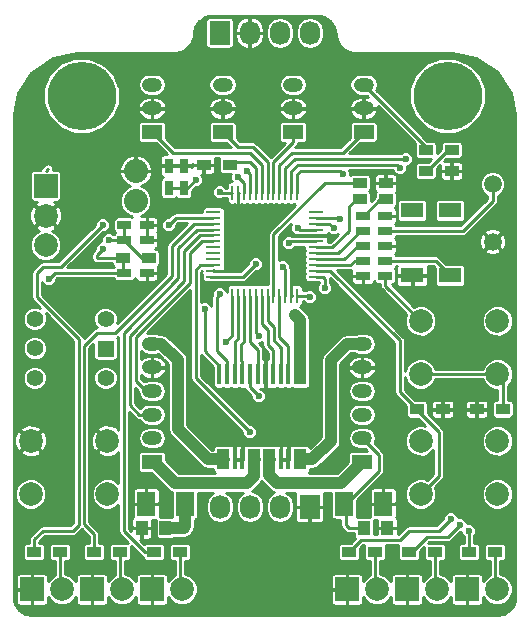
<source format=gbr>
G04 #@! TF.FileFunction,Copper,L1,Top,Signal*
%FSLAX46Y46*%
G04 Gerber Fmt 4.6, Leading zero omitted, Abs format (unit mm)*
G04 Created by KiCad (PCBNEW 4.0.4+dfsg1-stable) date Mon Jul 31 00:00:22 2017*
%MOMM*%
%LPD*%
G01*
G04 APERTURE LIST*
%ADD10C,0.100000*%
%ADD11C,1.501140*%
%ADD12R,1.397000X1.397000*%
%ADD13C,1.397000*%
%ADD14R,1.727200X2.032000*%
%ADD15O,1.727200X2.032000*%
%ADD16R,1.200000X0.750000*%
%ADD17R,1.700000X1.200000*%
%ADD18O,1.700000X1.200000*%
%ADD19C,2.000000*%
%ADD20C,2.032000*%
%ADD21O,2.032000X2.032000*%
%ADD22C,5.800000*%
%ADD23C,0.600000*%
%ADD24R,2.000000X2.000000*%
%ADD25R,0.450000X1.750000*%
%ADD26R,1.100000X1.750000*%
%ADD27R,1.300000X0.250000*%
%ADD28R,0.250000X1.300000*%
%ADD29R,1.900000X1.300000*%
%ADD30R,1.200000X0.900000*%
%ADD31R,1.524000X2.032000*%
%ADD32R,0.750000X1.200000*%
%ADD33R,1.000000X1.250000*%
%ADD34C,0.250000*%
%ADD35C,1.000000*%
%ADD36C,0.400000*%
%ADD37C,0.254000*%
G04 APERTURE END LIST*
D10*
D11*
X75946000Y-40485060D03*
X75946000Y-45366940D03*
D12*
X43180000Y-54419500D03*
D13*
X43180000Y-56896000D03*
X43180000Y-51896000D03*
X37180000Y-51896000D03*
X37180000Y-54396000D03*
X37180000Y-56896000D03*
D14*
X52832000Y-27686000D03*
D15*
X55372000Y-27686000D03*
X57912000Y-27686000D03*
X60452000Y-27686000D03*
D16*
X44770000Y-48006000D03*
X46670000Y-48006000D03*
D17*
X59055000Y-36068000D03*
D18*
X59055000Y-34068000D03*
X59055000Y-32068000D03*
D19*
X36830000Y-66730000D03*
X36830000Y-62230000D03*
X43330000Y-66730000D03*
X43330000Y-62230000D03*
D20*
X45720000Y-41910000D03*
D21*
X45720000Y-39370000D03*
D14*
X60452000Y-67818000D03*
D15*
X57912000Y-67818000D03*
X55372000Y-67818000D03*
X52832000Y-67818000D03*
D22*
X41148000Y-33020000D03*
D23*
X43348000Y-33020000D03*
X42708000Y-34580000D03*
X41148000Y-35220000D03*
X39588000Y-34580000D03*
X38948000Y-33020000D03*
X39588000Y-31460000D03*
X41148000Y-30820000D03*
X42708000Y-31460000D03*
D24*
X63627000Y-74803000D03*
D19*
X66167000Y-74803000D03*
D25*
X54763240Y-63808160D03*
X58663240Y-63808160D03*
D26*
X53136800Y-63799720D03*
X55737760Y-63799720D03*
X57033160Y-63799720D03*
X59639200Y-63804800D03*
D25*
X52813000Y-63798000D03*
X54113000Y-63798000D03*
X55413000Y-63798000D03*
X56713000Y-63798000D03*
X58013000Y-63798000D03*
X59313000Y-63798000D03*
X59963000Y-56598000D03*
X58663000Y-56598000D03*
X58013000Y-56598000D03*
X57363000Y-56598000D03*
X56713000Y-56598000D03*
X56063000Y-56598000D03*
X55413000Y-56598000D03*
X54763000Y-56598000D03*
X54113000Y-56598000D03*
X53463000Y-56598000D03*
X52813000Y-56598000D03*
D26*
X59639200Y-56603900D03*
D27*
X60992000Y-48343000D03*
X60992000Y-47843000D03*
X60992000Y-47343000D03*
X60992000Y-46843000D03*
X60992000Y-46343000D03*
X60992000Y-45843000D03*
X60992000Y-45343000D03*
X60992000Y-44843000D03*
X60992000Y-44343000D03*
X60992000Y-43843000D03*
X60992000Y-43343000D03*
X60992000Y-42843000D03*
D28*
X59392000Y-41243000D03*
X58892000Y-41243000D03*
X58392000Y-41243000D03*
X57892000Y-41243000D03*
X57392000Y-41243000D03*
X56892000Y-41243000D03*
X56392000Y-41243000D03*
X55892000Y-41243000D03*
X55392000Y-41243000D03*
X54892000Y-41243000D03*
X54392000Y-41243000D03*
X53892000Y-41243000D03*
D27*
X52292000Y-42843000D03*
X52292000Y-43343000D03*
X52292000Y-43843000D03*
X52292000Y-44343000D03*
X52292000Y-44843000D03*
X52292000Y-45343000D03*
X52292000Y-45843000D03*
X52292000Y-46343000D03*
X52292000Y-46843000D03*
X52292000Y-47343000D03*
X52292000Y-47843000D03*
X52292000Y-48343000D03*
D28*
X53892000Y-49943000D03*
X54392000Y-49943000D03*
X54892000Y-49943000D03*
X55392000Y-49943000D03*
X55892000Y-49943000D03*
X56392000Y-49943000D03*
X56892000Y-49943000D03*
X57392000Y-49943000D03*
X57892000Y-49943000D03*
X58392000Y-49943000D03*
X58892000Y-49943000D03*
X59392000Y-49943000D03*
D29*
X72339000Y-48216000D03*
X72339000Y-42716000D03*
X69139000Y-42716000D03*
X69139000Y-48216000D03*
D24*
X38100000Y-40640000D03*
D19*
X38100000Y-43180000D03*
X38100000Y-45680000D03*
D22*
X72136000Y-33020000D03*
D23*
X74336000Y-33020000D03*
X73696000Y-34580000D03*
X72136000Y-35220000D03*
X70576000Y-34580000D03*
X69936000Y-33020000D03*
X70576000Y-31460000D03*
X72136000Y-30820000D03*
X73696000Y-31460000D03*
D30*
X46820000Y-46736000D03*
X44620000Y-46736000D03*
X37127000Y-71628000D03*
X39327000Y-71628000D03*
X42207000Y-71628000D03*
X44407000Y-71628000D03*
X47287000Y-71628000D03*
X49487000Y-71628000D03*
X63797000Y-71628000D03*
X65997000Y-71628000D03*
X74592000Y-59563000D03*
X76792000Y-59563000D03*
X71712000Y-59563000D03*
X69512000Y-59563000D03*
X64686000Y-40386000D03*
X66886000Y-40386000D03*
D19*
X69850000Y-56570000D03*
X69850000Y-52070000D03*
X76350000Y-56570000D03*
X76350000Y-52070000D03*
X69850000Y-66730000D03*
X69850000Y-62230000D03*
X76350000Y-66730000D03*
X76350000Y-62230000D03*
D17*
X47117000Y-64008000D03*
D18*
X47117000Y-62008000D03*
X47117000Y-60008000D03*
X47117000Y-58008000D03*
X47117000Y-56008000D03*
X47117000Y-54008000D03*
D17*
X64897000Y-64008000D03*
D18*
X64897000Y-62008000D03*
X64897000Y-60008000D03*
X64897000Y-58008000D03*
X64897000Y-56008000D03*
X64897000Y-54008000D03*
D17*
X53086000Y-36068000D03*
D18*
X53086000Y-34068000D03*
X53086000Y-32068000D03*
D17*
X65024000Y-36068000D03*
D18*
X65024000Y-34068000D03*
X65024000Y-32068000D03*
D17*
X47117000Y-36068000D03*
D18*
X47117000Y-34068000D03*
X47117000Y-32068000D03*
D24*
X47117000Y-74803000D03*
D19*
X49657000Y-74803000D03*
D24*
X42037000Y-74803000D03*
D19*
X44577000Y-74803000D03*
D24*
X36957000Y-74803000D03*
D19*
X39497000Y-74803000D03*
D24*
X68707000Y-74803000D03*
D19*
X71247000Y-74803000D03*
D24*
X73787000Y-74803000D03*
D19*
X76327000Y-74803000D03*
D30*
X68877000Y-71628000D03*
X71077000Y-71628000D03*
X73957000Y-71628000D03*
X76157000Y-71628000D03*
D16*
X64963000Y-43180000D03*
X66863000Y-43180000D03*
X64963000Y-46990000D03*
X66863000Y-46990000D03*
X64963000Y-45720000D03*
X66863000Y-45720000D03*
D31*
X63373000Y-67564000D03*
X66675000Y-67564000D03*
X49911000Y-67564000D03*
X46609000Y-67564000D03*
D16*
X44770000Y-45212000D03*
X46670000Y-45212000D03*
X44770000Y-43942000D03*
X46670000Y-43942000D03*
X66863000Y-48260000D03*
X64963000Y-48260000D03*
D32*
X49784000Y-40828000D03*
X49784000Y-38928000D03*
X48514000Y-40828000D03*
X48514000Y-38928000D03*
D16*
X64963000Y-44450000D03*
X66863000Y-44450000D03*
D30*
X66886000Y-41783000D03*
X64686000Y-41783000D03*
X51478000Y-38862000D03*
X53678000Y-38862000D03*
D33*
X48244000Y-69596000D03*
X46244000Y-69596000D03*
X65040000Y-69596000D03*
X67040000Y-69596000D03*
D30*
X70274000Y-37592000D03*
X72474000Y-37592000D03*
X72474000Y-39370000D03*
X70274000Y-39370000D03*
D23*
X56134000Y-58420000D03*
X50800000Y-40132000D03*
X43434000Y-45212000D03*
X52832000Y-41148000D03*
X55880000Y-47244000D03*
X61722000Y-49276000D03*
X59436000Y-44196000D03*
X60452000Y-50038000D03*
X49784000Y-69596000D03*
X51562000Y-51054000D03*
X59182000Y-51562000D03*
X38354000Y-48514000D03*
X42926000Y-45974000D03*
X58674000Y-45466000D03*
X62484000Y-44196000D03*
X62992000Y-43434000D03*
X53340000Y-53848000D03*
X55372000Y-61468000D03*
X48514000Y-43942000D03*
X42926000Y-43942000D03*
X72390000Y-68834000D03*
X63246000Y-39624000D03*
X56134000Y-53340000D03*
X52832000Y-49784000D03*
X58166000Y-47498000D03*
X73152000Y-69342000D03*
X68072000Y-39116000D03*
X73914000Y-69850000D03*
X68580000Y-38354000D03*
X54356000Y-39878000D03*
X55118000Y-39370000D03*
D34*
X38288000Y-39182000D02*
X38100000Y-39370000D01*
X70274000Y-37592000D02*
X70274000Y-37318000D01*
X70274000Y-37318000D02*
X65024000Y-32068000D01*
X55413000Y-56598000D02*
X55413000Y-57699000D01*
X55413000Y-57699000D02*
X56134000Y-58420000D01*
X66863000Y-48260000D02*
X66863000Y-49083000D01*
X66863000Y-49083000D02*
X69850000Y-52070000D01*
X63373000Y-67564000D02*
X63500000Y-67564000D01*
X63500000Y-67564000D02*
X66294000Y-64770000D01*
X66294000Y-63405000D02*
X64897000Y-62008000D01*
X66294000Y-64770000D02*
X66294000Y-63405000D01*
X49784000Y-40828000D02*
X50104000Y-40828000D01*
X50104000Y-40828000D02*
X50800000Y-40132000D01*
X49784000Y-40828000D02*
X48514000Y-40828000D01*
X44770000Y-45212000D02*
X43434000Y-45212000D01*
X46820000Y-46736000D02*
X46294000Y-46736000D01*
X46294000Y-46736000D02*
X44770000Y-45212000D01*
X44770000Y-43942000D02*
X44770000Y-45212000D01*
X53892000Y-41243000D02*
X52927000Y-41243000D01*
X52927000Y-41243000D02*
X52832000Y-41148000D01*
X65040000Y-69596000D02*
X63754000Y-69596000D01*
X63500000Y-69342000D02*
X63500000Y-67691000D01*
X63754000Y-69596000D02*
X63500000Y-69342000D01*
X63500000Y-67691000D02*
X63373000Y-67564000D01*
X52292000Y-48343000D02*
X54781000Y-48343000D01*
X54781000Y-48343000D02*
X55880000Y-47244000D01*
X60992000Y-48343000D02*
X61551000Y-48343000D01*
X61551000Y-48343000D02*
X61722000Y-48514000D01*
X61722000Y-48514000D02*
X61722000Y-49276000D01*
X60992000Y-44343000D02*
X59583000Y-44343000D01*
X59583000Y-44343000D02*
X59436000Y-44196000D01*
X52292000Y-48343000D02*
X51987000Y-48343000D01*
X59392000Y-49943000D02*
X60357000Y-49943000D01*
X60357000Y-49943000D02*
X60452000Y-50038000D01*
X46670000Y-48006000D02*
X47498000Y-48006000D01*
X47498000Y-48006000D02*
X47752000Y-47752000D01*
X69139000Y-48216000D02*
X69139000Y-48311000D01*
X69520000Y-47708000D02*
X69520000Y-47930000D01*
X52813000Y-56598000D02*
X52813000Y-55861000D01*
X52813000Y-55861000D02*
X51562000Y-54610000D01*
X51562000Y-54610000D02*
X51562000Y-51054000D01*
D35*
X59639200Y-52019200D02*
X59639200Y-56603900D01*
X59182000Y-51562000D02*
X59639200Y-52019200D01*
X48244000Y-69596000D02*
X49784000Y-69596000D01*
X49911000Y-67564000D02*
X49911000Y-69469000D01*
X49911000Y-69469000D02*
X49784000Y-69596000D01*
D34*
X44770000Y-48006000D02*
X38862000Y-48006000D01*
X38862000Y-48006000D02*
X38354000Y-48514000D01*
X60992000Y-45343000D02*
X58797000Y-45343000D01*
X42418000Y-46736000D02*
X44620000Y-46736000D01*
X42418000Y-46482000D02*
X42418000Y-46736000D01*
X42926000Y-45974000D02*
X42418000Y-46482000D01*
X58797000Y-45343000D02*
X58674000Y-45466000D01*
X44620000Y-46736000D02*
X44620000Y-47856000D01*
X44620000Y-47856000D02*
X44770000Y-48006000D01*
X64963000Y-46990000D02*
X64262000Y-46990000D01*
X63909000Y-47343000D02*
X60992000Y-47343000D01*
X64262000Y-46990000D02*
X63909000Y-47343000D01*
X60992000Y-46843000D02*
X63393000Y-46843000D01*
X63393000Y-46843000D02*
X64516000Y-45720000D01*
X64516000Y-45720000D02*
X64963000Y-45720000D01*
X60992000Y-46343000D02*
X62877000Y-46343000D01*
X62877000Y-46343000D02*
X64770000Y-44450000D01*
X64770000Y-44450000D02*
X64963000Y-44450000D01*
X39327000Y-71628000D02*
X39327000Y-74633000D01*
X39327000Y-74633000D02*
X39497000Y-74803000D01*
X44407000Y-71628000D02*
X44407000Y-74633000D01*
X44407000Y-74633000D02*
X44577000Y-74803000D01*
X49487000Y-71628000D02*
X49487000Y-74633000D01*
X49487000Y-74633000D02*
X49657000Y-74803000D01*
X65997000Y-71628000D02*
X65997000Y-74633000D01*
X65997000Y-74633000D02*
X66167000Y-74803000D01*
X60992000Y-45843000D02*
X62361000Y-45843000D01*
X63754000Y-42418000D02*
X64389000Y-41783000D01*
X63754000Y-44450000D02*
X63754000Y-42418000D01*
X62361000Y-45843000D02*
X63754000Y-44450000D01*
X64389000Y-41783000D02*
X64686000Y-41783000D01*
X56392000Y-41243000D02*
X56392000Y-38866000D01*
X48895000Y-37846000D02*
X47117000Y-36068000D01*
X55372000Y-37846000D02*
X48895000Y-37846000D01*
X56392000Y-38866000D02*
X55372000Y-37846000D01*
X56892000Y-41243000D02*
X56892000Y-38604000D01*
X54356000Y-37338000D02*
X53086000Y-36068000D01*
X55626000Y-37338000D02*
X54356000Y-37338000D01*
X56892000Y-38604000D02*
X55626000Y-37338000D01*
X57392000Y-41243000D02*
X57392000Y-38620000D01*
X59055000Y-36957000D02*
X59055000Y-36068000D01*
X57392000Y-38620000D02*
X59055000Y-36957000D01*
X57892000Y-41243000D02*
X57892000Y-38882000D01*
X63246000Y-37846000D02*
X65024000Y-36068000D01*
X58928000Y-37846000D02*
X63246000Y-37846000D01*
X57892000Y-38882000D02*
X58928000Y-37846000D01*
D35*
X47117000Y-64008000D02*
X47244000Y-64008000D01*
X47244000Y-64008000D02*
X49022000Y-65786000D01*
X49022000Y-65786000D02*
X55118000Y-65786000D01*
X55118000Y-65786000D02*
X55737760Y-65166240D01*
X55737760Y-65166240D02*
X55737760Y-63799720D01*
D36*
X55413000Y-63798000D02*
X56063000Y-63798000D01*
D34*
X52292000Y-44843000D02*
X51167602Y-44843000D01*
X46038000Y-60008000D02*
X47117000Y-60008000D01*
X45212000Y-59182000D02*
X46038000Y-60008000D01*
X45212000Y-53338602D02*
X45212000Y-59182000D01*
X49841998Y-48708604D02*
X45212000Y-53338602D01*
X49841998Y-46168604D02*
X49841998Y-48708604D01*
X51167602Y-44843000D02*
X49841998Y-46168604D01*
X47117000Y-58008000D02*
X46578000Y-58008000D01*
X46578000Y-58008000D02*
X45720000Y-57150000D01*
X45720000Y-57150000D02*
X45720000Y-53467000D01*
X45720000Y-53467000D02*
X50292000Y-48895000D01*
X50292000Y-48895000D02*
X50292000Y-46355000D01*
X50292000Y-46355000D02*
X51304000Y-45343000D01*
X51304000Y-45343000D02*
X52292000Y-45343000D01*
D35*
X47117000Y-54008000D02*
X47912000Y-54008000D01*
X47912000Y-54008000D02*
X49276000Y-55372000D01*
X49276000Y-55372000D02*
X49276000Y-61214000D01*
X49276000Y-61214000D02*
X51861720Y-63799720D01*
X51861720Y-63799720D02*
X53136800Y-63799720D01*
D36*
X52813000Y-63798000D02*
X53463000Y-63798000D01*
D35*
X57033160Y-63799720D02*
X57033160Y-65161160D01*
X63119000Y-65786000D02*
X64897000Y-64008000D01*
X57658000Y-65786000D02*
X63119000Y-65786000D01*
X57033160Y-65161160D02*
X57658000Y-65786000D01*
D36*
X56713000Y-63798000D02*
X57363000Y-63798000D01*
D34*
X62131000Y-43843000D02*
X60992000Y-43843000D01*
X62484000Y-44196000D02*
X62131000Y-43843000D01*
X60992000Y-43343000D02*
X62901000Y-43343000D01*
X62901000Y-43343000D02*
X62992000Y-43434000D01*
D35*
X64897000Y-54008000D02*
X63594000Y-54008000D01*
X60655200Y-63804800D02*
X59639200Y-63804800D01*
X62230000Y-62230000D02*
X60655200Y-63804800D01*
X62230000Y-55372000D02*
X62230000Y-62230000D01*
X63594000Y-54008000D02*
X62230000Y-55372000D01*
D36*
X59313000Y-63798000D02*
X59963000Y-63798000D01*
D34*
X53892000Y-49943000D02*
X53892000Y-53296000D01*
X53892000Y-53296000D02*
X53340000Y-53848000D01*
X51209000Y-47343000D02*
X52292000Y-47343000D01*
X50800000Y-47752000D02*
X51209000Y-47343000D01*
X50800000Y-56896000D02*
X50800000Y-47752000D01*
X55372000Y-61468000D02*
X50800000Y-56896000D01*
X37127000Y-71628000D02*
X37127000Y-70569000D01*
X49113000Y-43343000D02*
X52292000Y-43343000D01*
X48514000Y-43942000D02*
X49113000Y-43343000D01*
X39370000Y-47498000D02*
X42926000Y-43942000D01*
X37846000Y-47498000D02*
X39370000Y-47498000D01*
X37338000Y-48006000D02*
X37846000Y-47498000D01*
X37338000Y-50038000D02*
X37338000Y-48006000D01*
X40894000Y-53594000D02*
X37338000Y-50038000D01*
X40894000Y-69342000D02*
X40894000Y-53594000D01*
X40386000Y-69850000D02*
X40894000Y-69342000D01*
X37846000Y-69850000D02*
X40386000Y-69850000D01*
X37127000Y-70569000D02*
X37846000Y-69850000D01*
X37127000Y-71628000D02*
X37127000Y-71585000D01*
X42207000Y-71628000D02*
X42207000Y-70147000D01*
X50645000Y-43843000D02*
X52292000Y-43843000D01*
X48768000Y-45720000D02*
X50645000Y-43843000D01*
X48768000Y-48260000D02*
X48768000Y-45720000D01*
X43942000Y-53086000D02*
X48768000Y-48260000D01*
X42418000Y-53086000D02*
X43942000Y-53086000D01*
X41344002Y-54159998D02*
X42418000Y-53086000D01*
X41344002Y-69284002D02*
X41344002Y-54159998D01*
X42207000Y-70147000D02*
X41344002Y-69284002D01*
X52292000Y-44343000D02*
X50907000Y-44343000D01*
X46482000Y-71628000D02*
X47287000Y-71628000D01*
X44704000Y-69850000D02*
X46482000Y-71628000D01*
X44704000Y-53086000D02*
X44704000Y-69850000D01*
X49338102Y-48451898D02*
X44704000Y-53086000D01*
X49338102Y-45911898D02*
X49338102Y-48451898D01*
X50907000Y-44343000D02*
X49338102Y-45911898D01*
X59392000Y-41243000D02*
X59392000Y-39668000D01*
X64813000Y-70612000D02*
X63797000Y-71628000D01*
X68072000Y-70612000D02*
X64813000Y-70612000D01*
X68834000Y-69850000D02*
X68072000Y-70612000D01*
X71374000Y-69850000D02*
X68834000Y-69850000D01*
X72390000Y-68834000D02*
X71374000Y-69850000D01*
X62992000Y-39370000D02*
X63246000Y-39624000D01*
X59690000Y-39370000D02*
X62992000Y-39370000D01*
X59392000Y-39668000D02*
X59690000Y-39370000D01*
X69850000Y-56570000D02*
X76350000Y-56570000D01*
X55892000Y-49943000D02*
X55892000Y-53098000D01*
X55892000Y-53098000D02*
X56134000Y-53340000D01*
X76792000Y-59563000D02*
X76792000Y-57012000D01*
X76792000Y-57012000D02*
X76350000Y-56570000D01*
X60992000Y-47843000D02*
X62194000Y-47843000D01*
X68072000Y-58123000D02*
X69512000Y-59563000D01*
X68072000Y-53721000D02*
X68072000Y-58123000D01*
X62194000Y-47843000D02*
X68072000Y-53721000D01*
X69512000Y-59563000D02*
X69512000Y-59606000D01*
X69512000Y-59606000D02*
X71374000Y-61468000D01*
X71374000Y-65206000D02*
X69850000Y-66730000D01*
X71374000Y-61468000D02*
X71374000Y-65206000D01*
X69512000Y-59563000D02*
X69596000Y-59563000D01*
X76350000Y-66317000D02*
X76350000Y-66730000D01*
X55892000Y-41243000D02*
X55892000Y-39128000D01*
X55372000Y-38608000D02*
X53932000Y-38608000D01*
X55892000Y-39128000D02*
X55372000Y-38608000D01*
X53932000Y-38608000D02*
X53678000Y-38862000D01*
X64686000Y-40386000D02*
X61722000Y-40386000D01*
X57392000Y-44716000D02*
X57392000Y-49943000D01*
X61722000Y-40386000D02*
X57392000Y-44716000D01*
X57342002Y-49943000D02*
X57392000Y-49943000D01*
X57892000Y-49943000D02*
X57892000Y-53447000D01*
X58663000Y-54218000D02*
X58663000Y-56598000D01*
X57892000Y-53447000D02*
X58663000Y-54218000D01*
X56892000Y-49943000D02*
X56892000Y-52066000D01*
X58013000Y-54330000D02*
X58013000Y-56598000D01*
X57404000Y-53721000D02*
X58013000Y-54330000D01*
X57404000Y-52578000D02*
X57404000Y-53721000D01*
X56892000Y-52066000D02*
X57404000Y-52578000D01*
X56392000Y-49943000D02*
X56392000Y-52328000D01*
X57363000Y-54569000D02*
X57363000Y-56598000D01*
X56896000Y-54102000D02*
X57363000Y-54569000D01*
X56896000Y-52832000D02*
X56896000Y-54102000D01*
X56392000Y-52328000D02*
X56896000Y-52832000D01*
X55392000Y-49943000D02*
X55392000Y-53868000D01*
X56063000Y-54539000D02*
X56063000Y-56598000D01*
X55392000Y-53868000D02*
X56063000Y-54539000D01*
X54113000Y-56598000D02*
X54113000Y-53837000D01*
X54392000Y-53558000D02*
X54392000Y-49943000D01*
X54113000Y-53837000D02*
X54392000Y-53558000D01*
X54763000Y-56598000D02*
X54763000Y-55525000D01*
X54892000Y-53820000D02*
X54892000Y-49943000D01*
X54610000Y-54102000D02*
X54892000Y-53820000D01*
X54610000Y-55372000D02*
X54610000Y-54102000D01*
X54763000Y-55525000D02*
X54610000Y-55372000D01*
X58392000Y-49943000D02*
X58392000Y-47724000D01*
X53463000Y-55495000D02*
X53463000Y-56598000D01*
X52578000Y-54610000D02*
X53463000Y-55495000D01*
X52578000Y-50038000D02*
X52578000Y-54610000D01*
X52832000Y-49784000D02*
X52578000Y-50038000D01*
X58392000Y-47724000D02*
X58166000Y-47498000D01*
X71077000Y-71628000D02*
X71077000Y-74633000D01*
X71077000Y-74633000D02*
X71247000Y-74803000D01*
X76157000Y-71628000D02*
X76157000Y-74633000D01*
X76157000Y-74633000D02*
X76327000Y-74803000D01*
X68877000Y-71628000D02*
X69088000Y-71628000D01*
X69088000Y-71628000D02*
X70358000Y-70358000D01*
X70358000Y-70358000D02*
X72136000Y-70358000D01*
X72136000Y-70358000D02*
X73152000Y-69342000D01*
X68072000Y-39116000D02*
X67818000Y-38862000D01*
X67818000Y-38862000D02*
X59436000Y-38862000D01*
X59436000Y-38862000D02*
X58892000Y-39406000D01*
X58892000Y-39406000D02*
X58892000Y-41243000D01*
X58392000Y-41243000D02*
X58392000Y-39144000D01*
X73957000Y-69893000D02*
X73957000Y-71628000D01*
X73914000Y-69850000D02*
X73957000Y-69893000D01*
X59182000Y-38354000D02*
X68580000Y-38354000D01*
X58392000Y-39144000D02*
X59182000Y-38354000D01*
X66863000Y-44450000D02*
X73406000Y-44450000D01*
X75946000Y-41910000D02*
X75946000Y-40485060D01*
X73406000Y-44450000D02*
X75946000Y-41910000D01*
X76327000Y-40612060D02*
X76327000Y-40767000D01*
X64963000Y-43180000D02*
X65024000Y-43180000D01*
X65024000Y-43180000D02*
X66421000Y-41783000D01*
X66421000Y-41783000D02*
X66886000Y-41783000D01*
X66863000Y-46990000D02*
X71113000Y-46990000D01*
X71113000Y-46990000D02*
X72339000Y-48216000D01*
X54892000Y-41243000D02*
X54892000Y-40414000D01*
X54892000Y-40414000D02*
X54356000Y-39878000D01*
X55392000Y-41243000D02*
X55392000Y-39644000D01*
X55392000Y-39644000D02*
X55118000Y-39370000D01*
X70274000Y-39370000D02*
X70358000Y-39370000D01*
X70358000Y-39370000D02*
X72136000Y-37592000D01*
X72136000Y-37592000D02*
X72474000Y-37592000D01*
D37*
G36*
X61687642Y-26362920D02*
X62196842Y-26703158D01*
X62537080Y-27212358D01*
X62669322Y-27877184D01*
X62669322Y-27877185D01*
X62765995Y-28363192D01*
X62815119Y-28481790D01*
X63090420Y-28893808D01*
X63181192Y-28984580D01*
X63593209Y-29259880D01*
X63711807Y-29309005D01*
X64197815Y-29405678D01*
X64230218Y-29405678D01*
X64262000Y-29412000D01*
X72484598Y-29412000D01*
X74575666Y-29827939D01*
X76199034Y-30912640D01*
X76402360Y-31115966D01*
X77487061Y-32739334D01*
X77851000Y-34568979D01*
X77851000Y-75667021D01*
X77777080Y-76038642D01*
X77548175Y-76381221D01*
X76910287Y-76891532D01*
X76294598Y-77014000D01*
X36989401Y-77014000D01*
X36356358Y-76888080D01*
X35847158Y-76547842D01*
X35506920Y-76038642D01*
X35433000Y-75667020D01*
X35433000Y-74923650D01*
X35576000Y-74923650D01*
X35576000Y-75878786D01*
X35634004Y-76018820D01*
X35741181Y-76125996D01*
X35881215Y-76184000D01*
X36836350Y-76184000D01*
X36931600Y-76088750D01*
X36931600Y-74828400D01*
X35671250Y-74828400D01*
X35576000Y-74923650D01*
X35433000Y-74923650D01*
X35433000Y-73727214D01*
X35576000Y-73727214D01*
X35576000Y-74682350D01*
X35671250Y-74777600D01*
X36931600Y-74777600D01*
X36931600Y-73517250D01*
X36982400Y-73517250D01*
X36982400Y-74777600D01*
X37002400Y-74777600D01*
X37002400Y-74828400D01*
X36982400Y-74828400D01*
X36982400Y-76088750D01*
X37077650Y-76184000D01*
X38032785Y-76184000D01*
X38172819Y-76125996D01*
X38279996Y-76018820D01*
X38338000Y-75878786D01*
X38338000Y-75472944D01*
X38371369Y-75553703D01*
X38744334Y-75927319D01*
X39231885Y-76129769D01*
X39759798Y-76130229D01*
X40247703Y-75928631D01*
X40621319Y-75555666D01*
X40656000Y-75472145D01*
X40656000Y-75878786D01*
X40714004Y-76018820D01*
X40821181Y-76125996D01*
X40961215Y-76184000D01*
X41916350Y-76184000D01*
X42011600Y-76088750D01*
X42011600Y-74828400D01*
X41991600Y-74828400D01*
X41991600Y-74777600D01*
X42011600Y-74777600D01*
X42011600Y-73517250D01*
X41916350Y-73422000D01*
X40961215Y-73422000D01*
X40821181Y-73480004D01*
X40714004Y-73587180D01*
X40656000Y-73727214D01*
X40656000Y-74133056D01*
X40622631Y-74052297D01*
X40249666Y-73678681D01*
X39779000Y-73483242D01*
X39779000Y-72411406D01*
X39927000Y-72411406D01*
X40048179Y-72388605D01*
X40159474Y-72316988D01*
X40234138Y-72207714D01*
X40260406Y-72078000D01*
X40260406Y-71178000D01*
X40237605Y-71056821D01*
X40165988Y-70945526D01*
X40056714Y-70870862D01*
X39927000Y-70844594D01*
X38727000Y-70844594D01*
X38605821Y-70867395D01*
X38494526Y-70939012D01*
X38419862Y-71048286D01*
X38393594Y-71178000D01*
X38393594Y-72078000D01*
X38416395Y-72199179D01*
X38488012Y-72310474D01*
X38597286Y-72385138D01*
X38727000Y-72411406D01*
X38875000Y-72411406D01*
X38875000Y-73624190D01*
X38746297Y-73677369D01*
X38372681Y-74050334D01*
X38338000Y-74133855D01*
X38338000Y-73727214D01*
X38279996Y-73587180D01*
X38172819Y-73480004D01*
X38032785Y-73422000D01*
X37077650Y-73422000D01*
X36982400Y-73517250D01*
X36931600Y-73517250D01*
X36836350Y-73422000D01*
X35881215Y-73422000D01*
X35741181Y-73480004D01*
X35634004Y-73587180D01*
X35576000Y-73727214D01*
X35433000Y-73727214D01*
X35433000Y-66992798D01*
X35502771Y-66992798D01*
X35704369Y-67480703D01*
X36077334Y-67854319D01*
X36564885Y-68056769D01*
X37092798Y-68057229D01*
X37580703Y-67855631D01*
X37954319Y-67482666D01*
X38156769Y-66995115D01*
X38157229Y-66467202D01*
X37955631Y-65979297D01*
X37582666Y-65605681D01*
X37095115Y-65403231D01*
X36567202Y-65402771D01*
X36079297Y-65604369D01*
X35705681Y-65977334D01*
X35503231Y-66464885D01*
X35502771Y-66992798D01*
X35433000Y-66992798D01*
X35433000Y-63176080D01*
X35919841Y-63176080D01*
X36023050Y-63383885D01*
X36526047Y-63604857D01*
X37075319Y-63616520D01*
X37587244Y-63417099D01*
X37636950Y-63383885D01*
X37740159Y-63176080D01*
X36830000Y-62265921D01*
X35919841Y-63176080D01*
X35433000Y-63176080D01*
X35433000Y-62475319D01*
X35443480Y-62475319D01*
X35642901Y-62987244D01*
X35676115Y-63036950D01*
X35883920Y-63140159D01*
X36794079Y-62230000D01*
X36865921Y-62230000D01*
X37776080Y-63140159D01*
X37983885Y-63036950D01*
X38204857Y-62533953D01*
X38216520Y-61984681D01*
X38017099Y-61472756D01*
X37983885Y-61423050D01*
X37776080Y-61319841D01*
X36865921Y-62230000D01*
X36794079Y-62230000D01*
X35883920Y-61319841D01*
X35676115Y-61423050D01*
X35455143Y-61926047D01*
X35443480Y-62475319D01*
X35433000Y-62475319D01*
X35433000Y-61283920D01*
X35919841Y-61283920D01*
X36830000Y-62194079D01*
X37740159Y-61283920D01*
X37636950Y-61076115D01*
X37133953Y-60855143D01*
X36584681Y-60843480D01*
X36072756Y-61042901D01*
X36023050Y-61076115D01*
X35919841Y-61283920D01*
X35433000Y-61283920D01*
X35433000Y-57099090D01*
X36154322Y-57099090D01*
X36310116Y-57476140D01*
X36598342Y-57764870D01*
X36975120Y-57921322D01*
X37383090Y-57921678D01*
X37760140Y-57765884D01*
X38048870Y-57477658D01*
X38205322Y-57100880D01*
X38205678Y-56692910D01*
X38049884Y-56315860D01*
X37761658Y-56027130D01*
X37384880Y-55870678D01*
X36976910Y-55870322D01*
X36599860Y-56026116D01*
X36311130Y-56314342D01*
X36154678Y-56691120D01*
X36154322Y-57099090D01*
X35433000Y-57099090D01*
X35433000Y-54599090D01*
X36154322Y-54599090D01*
X36310116Y-54976140D01*
X36598342Y-55264870D01*
X36975120Y-55421322D01*
X37383090Y-55421678D01*
X37760140Y-55265884D01*
X38048870Y-54977658D01*
X38205322Y-54600880D01*
X38205678Y-54192910D01*
X38049884Y-53815860D01*
X37761658Y-53527130D01*
X37384880Y-53370678D01*
X36976910Y-53370322D01*
X36599860Y-53526116D01*
X36311130Y-53814342D01*
X36154678Y-54191120D01*
X36154322Y-54599090D01*
X35433000Y-54599090D01*
X35433000Y-52099090D01*
X36154322Y-52099090D01*
X36310116Y-52476140D01*
X36598342Y-52764870D01*
X36975120Y-52921322D01*
X37383090Y-52921678D01*
X37760140Y-52765884D01*
X38048870Y-52477658D01*
X38205322Y-52100880D01*
X38205678Y-51692910D01*
X38101461Y-51440685D01*
X40442000Y-53781225D01*
X40442000Y-69154775D01*
X40198776Y-69398000D01*
X37846000Y-69398000D01*
X37673027Y-69432406D01*
X37526388Y-69530387D01*
X36807388Y-70249388D01*
X36709406Y-70396027D01*
X36675000Y-70569000D01*
X36675000Y-70844594D01*
X36527000Y-70844594D01*
X36405821Y-70867395D01*
X36294526Y-70939012D01*
X36219862Y-71048286D01*
X36193594Y-71178000D01*
X36193594Y-72078000D01*
X36216395Y-72199179D01*
X36288012Y-72310474D01*
X36397286Y-72385138D01*
X36527000Y-72411406D01*
X37727000Y-72411406D01*
X37848179Y-72388605D01*
X37959474Y-72316988D01*
X38034138Y-72207714D01*
X38060406Y-72078000D01*
X38060406Y-71178000D01*
X38037605Y-71056821D01*
X37965988Y-70945526D01*
X37856714Y-70870862D01*
X37727000Y-70844594D01*
X37579000Y-70844594D01*
X37579000Y-70756224D01*
X38033225Y-70302000D01*
X40386000Y-70302000D01*
X40558973Y-70267594D01*
X40705612Y-70169612D01*
X41148000Y-69727225D01*
X41755000Y-70334225D01*
X41755000Y-70844594D01*
X41607000Y-70844594D01*
X41485821Y-70867395D01*
X41374526Y-70939012D01*
X41299862Y-71048286D01*
X41273594Y-71178000D01*
X41273594Y-72078000D01*
X41296395Y-72199179D01*
X41368012Y-72310474D01*
X41477286Y-72385138D01*
X41607000Y-72411406D01*
X42807000Y-72411406D01*
X42928179Y-72388605D01*
X43039474Y-72316988D01*
X43114138Y-72207714D01*
X43140406Y-72078000D01*
X43140406Y-71178000D01*
X43117605Y-71056821D01*
X43045988Y-70945526D01*
X42936714Y-70870862D01*
X42807000Y-70844594D01*
X42659000Y-70844594D01*
X42659000Y-70147000D01*
X42624594Y-69974027D01*
X42624594Y-69974026D01*
X42526612Y-69827387D01*
X41796002Y-69096778D01*
X41796002Y-62475319D01*
X41943480Y-62475319D01*
X42142901Y-62987244D01*
X42176115Y-63036950D01*
X42383920Y-63140159D01*
X43294079Y-62230000D01*
X42383920Y-61319841D01*
X42176115Y-61423050D01*
X41955143Y-61926047D01*
X41943480Y-62475319D01*
X41796002Y-62475319D01*
X41796002Y-57099090D01*
X42154322Y-57099090D01*
X42310116Y-57476140D01*
X42598342Y-57764870D01*
X42975120Y-57921322D01*
X43383090Y-57921678D01*
X43760140Y-57765884D01*
X44048870Y-57477658D01*
X44205322Y-57100880D01*
X44205678Y-56692910D01*
X44049884Y-56315860D01*
X43761658Y-56027130D01*
X43384880Y-55870678D01*
X42976910Y-55870322D01*
X42599860Y-56026116D01*
X42311130Y-56314342D01*
X42154678Y-56691120D01*
X42154322Y-57099090D01*
X41796002Y-57099090D01*
X41796002Y-54347222D01*
X42148094Y-53995130D01*
X42148094Y-55118000D01*
X42170895Y-55239179D01*
X42242512Y-55350474D01*
X42351786Y-55425138D01*
X42481500Y-55451406D01*
X43878500Y-55451406D01*
X43999679Y-55428605D01*
X44110974Y-55356988D01*
X44185638Y-55247714D01*
X44211906Y-55118000D01*
X44211906Y-53721000D01*
X44189105Y-53599821D01*
X44123512Y-53497888D01*
X44252000Y-53412035D01*
X44252000Y-61272076D01*
X44240158Y-61283918D01*
X44136950Y-61076115D01*
X43633953Y-60855143D01*
X43084681Y-60843480D01*
X42572756Y-61042901D01*
X42523050Y-61076115D01*
X42419841Y-61283920D01*
X43330000Y-62194079D01*
X43344143Y-62179937D01*
X43380064Y-62215858D01*
X43365921Y-62230000D01*
X43380064Y-62244143D01*
X43344143Y-62280064D01*
X43330000Y-62265921D01*
X42419841Y-63176080D01*
X42523050Y-63383885D01*
X43026047Y-63604857D01*
X43575319Y-63616520D01*
X44087244Y-63417099D01*
X44136950Y-63383885D01*
X44240158Y-63176082D01*
X44252000Y-63187924D01*
X44252000Y-65775311D01*
X44082666Y-65605681D01*
X43595115Y-65403231D01*
X43067202Y-65402771D01*
X42579297Y-65604369D01*
X42205681Y-65977334D01*
X42003231Y-66464885D01*
X42002771Y-66992798D01*
X42204369Y-67480703D01*
X42577334Y-67854319D01*
X43064885Y-68056769D01*
X43592798Y-68057229D01*
X44080703Y-67855631D01*
X44252000Y-67684632D01*
X44252000Y-69850000D01*
X44286406Y-70022973D01*
X44384388Y-70169612D01*
X45072668Y-70857892D01*
X45007000Y-70844594D01*
X43807000Y-70844594D01*
X43685821Y-70867395D01*
X43574526Y-70939012D01*
X43499862Y-71048286D01*
X43473594Y-71178000D01*
X43473594Y-72078000D01*
X43496395Y-72199179D01*
X43568012Y-72310474D01*
X43677286Y-72385138D01*
X43807000Y-72411406D01*
X43955000Y-72411406D01*
X43955000Y-73624190D01*
X43826297Y-73677369D01*
X43452681Y-74050334D01*
X43418000Y-74133855D01*
X43418000Y-73727214D01*
X43359996Y-73587180D01*
X43252819Y-73480004D01*
X43112785Y-73422000D01*
X42157650Y-73422000D01*
X42062400Y-73517250D01*
X42062400Y-74777600D01*
X42082400Y-74777600D01*
X42082400Y-74828400D01*
X42062400Y-74828400D01*
X42062400Y-76088750D01*
X42157650Y-76184000D01*
X43112785Y-76184000D01*
X43252819Y-76125996D01*
X43359996Y-76018820D01*
X43418000Y-75878786D01*
X43418000Y-75472944D01*
X43451369Y-75553703D01*
X43824334Y-75927319D01*
X44311885Y-76129769D01*
X44839798Y-76130229D01*
X45327703Y-75928631D01*
X45701319Y-75555666D01*
X45736000Y-75472145D01*
X45736000Y-75878786D01*
X45794004Y-76018820D01*
X45901181Y-76125996D01*
X46041215Y-76184000D01*
X46996350Y-76184000D01*
X47091600Y-76088750D01*
X47091600Y-74828400D01*
X47071600Y-74828400D01*
X47071600Y-74777600D01*
X47091600Y-74777600D01*
X47091600Y-73517250D01*
X47142400Y-73517250D01*
X47142400Y-74777600D01*
X47162400Y-74777600D01*
X47162400Y-74828400D01*
X47142400Y-74828400D01*
X47142400Y-76088750D01*
X47237650Y-76184000D01*
X48192785Y-76184000D01*
X48332819Y-76125996D01*
X48439996Y-76018820D01*
X48498000Y-75878786D01*
X48498000Y-75472944D01*
X48531369Y-75553703D01*
X48904334Y-75927319D01*
X49391885Y-76129769D01*
X49919798Y-76130229D01*
X50407703Y-75928631D01*
X50781319Y-75555666D01*
X50983769Y-75068115D01*
X50983894Y-74923650D01*
X62246000Y-74923650D01*
X62246000Y-75878786D01*
X62304004Y-76018820D01*
X62411181Y-76125996D01*
X62551215Y-76184000D01*
X63506350Y-76184000D01*
X63601600Y-76088750D01*
X63601600Y-74828400D01*
X62341250Y-74828400D01*
X62246000Y-74923650D01*
X50983894Y-74923650D01*
X50984229Y-74540202D01*
X50782631Y-74052297D01*
X50458115Y-73727214D01*
X62246000Y-73727214D01*
X62246000Y-74682350D01*
X62341250Y-74777600D01*
X63601600Y-74777600D01*
X63601600Y-73517250D01*
X63506350Y-73422000D01*
X62551215Y-73422000D01*
X62411181Y-73480004D01*
X62304004Y-73587180D01*
X62246000Y-73727214D01*
X50458115Y-73727214D01*
X50409666Y-73678681D01*
X49939000Y-73483242D01*
X49939000Y-72411406D01*
X50087000Y-72411406D01*
X50208179Y-72388605D01*
X50319474Y-72316988D01*
X50394138Y-72207714D01*
X50420406Y-72078000D01*
X50420406Y-71178000D01*
X50397605Y-71056821D01*
X50325988Y-70945526D01*
X50216714Y-70870862D01*
X50087000Y-70844594D01*
X48887000Y-70844594D01*
X48765821Y-70867395D01*
X48654526Y-70939012D01*
X48579862Y-71048286D01*
X48553594Y-71178000D01*
X48553594Y-72078000D01*
X48576395Y-72199179D01*
X48648012Y-72310474D01*
X48757286Y-72385138D01*
X48887000Y-72411406D01*
X49035000Y-72411406D01*
X49035000Y-73624190D01*
X48906297Y-73677369D01*
X48532681Y-74050334D01*
X48498000Y-74133855D01*
X48498000Y-73727214D01*
X48439996Y-73587180D01*
X48332819Y-73480004D01*
X48192785Y-73422000D01*
X47237650Y-73422000D01*
X47142400Y-73517250D01*
X47091600Y-73517250D01*
X46996350Y-73422000D01*
X46041215Y-73422000D01*
X45901181Y-73480004D01*
X45794004Y-73587180D01*
X45736000Y-73727214D01*
X45736000Y-74133056D01*
X45702631Y-74052297D01*
X45329666Y-73678681D01*
X44859000Y-73483242D01*
X44859000Y-72411406D01*
X45007000Y-72411406D01*
X45128179Y-72388605D01*
X45239474Y-72316988D01*
X45314138Y-72207714D01*
X45340406Y-72078000D01*
X45340406Y-71178000D01*
X45328268Y-71113492D01*
X46162388Y-71947612D01*
X46309027Y-72045594D01*
X46353594Y-72054459D01*
X46353594Y-72078000D01*
X46376395Y-72199179D01*
X46448012Y-72310474D01*
X46557286Y-72385138D01*
X46687000Y-72411406D01*
X47887000Y-72411406D01*
X48008179Y-72388605D01*
X48119474Y-72316988D01*
X48194138Y-72207714D01*
X48220406Y-72078000D01*
X48220406Y-71178000D01*
X48197605Y-71056821D01*
X48125988Y-70945526D01*
X48016714Y-70870862D01*
X47887000Y-70844594D01*
X46687000Y-70844594D01*
X46565821Y-70867395D01*
X46454526Y-70939012D01*
X46445478Y-70952254D01*
X46095224Y-70602000D01*
X46123350Y-70602000D01*
X46218600Y-70506750D01*
X46218600Y-69621400D01*
X46269400Y-69621400D01*
X46269400Y-70506750D01*
X46364650Y-70602000D01*
X46819786Y-70602000D01*
X46959820Y-70543996D01*
X47066996Y-70436819D01*
X47125000Y-70296785D01*
X47125000Y-69716650D01*
X47029750Y-69621400D01*
X46269400Y-69621400D01*
X46218600Y-69621400D01*
X45458250Y-69621400D01*
X45363000Y-69716650D01*
X45363000Y-69869776D01*
X45156000Y-69662776D01*
X45156000Y-66472215D01*
X45466000Y-66472215D01*
X45466000Y-67443350D01*
X45561250Y-67538600D01*
X46583600Y-67538600D01*
X46583600Y-66262250D01*
X46634400Y-66262250D01*
X46634400Y-67538600D01*
X47656750Y-67538600D01*
X47752000Y-67443350D01*
X47752000Y-66472215D01*
X47693996Y-66332181D01*
X47586820Y-66225004D01*
X47446786Y-66167000D01*
X46729650Y-66167000D01*
X46634400Y-66262250D01*
X46583600Y-66262250D01*
X46488350Y-66167000D01*
X45771214Y-66167000D01*
X45631180Y-66225004D01*
X45524004Y-66332181D01*
X45466000Y-66472215D01*
X45156000Y-66472215D01*
X45156000Y-62008000D01*
X45916941Y-62008000D01*
X45987505Y-62362748D01*
X46188453Y-62663488D01*
X46489193Y-62864436D01*
X46843941Y-62935000D01*
X47390059Y-62935000D01*
X47744807Y-62864436D01*
X48045547Y-62663488D01*
X48246495Y-62362748D01*
X48317059Y-62008000D01*
X48246495Y-61653252D01*
X48045547Y-61352512D01*
X47744807Y-61151564D01*
X47390059Y-61081000D01*
X46843941Y-61081000D01*
X46489193Y-61151564D01*
X46188453Y-61352512D01*
X45987505Y-61653252D01*
X45916941Y-62008000D01*
X45156000Y-62008000D01*
X45156000Y-59765224D01*
X45718387Y-60327612D01*
X45865027Y-60425594D01*
X46038000Y-60460000D01*
X46052487Y-60460000D01*
X46188453Y-60663488D01*
X46489193Y-60864436D01*
X46843941Y-60935000D01*
X47390059Y-60935000D01*
X47744807Y-60864436D01*
X48045547Y-60663488D01*
X48246495Y-60362748D01*
X48317059Y-60008000D01*
X48246495Y-59653252D01*
X48045547Y-59352512D01*
X47744807Y-59151564D01*
X47390059Y-59081000D01*
X46843941Y-59081000D01*
X46489193Y-59151564D01*
X46188453Y-59352512D01*
X46121676Y-59452451D01*
X45664000Y-58994776D01*
X45664000Y-57733224D01*
X45920564Y-57989788D01*
X45916941Y-58008000D01*
X45987505Y-58362748D01*
X46188453Y-58663488D01*
X46489193Y-58864436D01*
X46843941Y-58935000D01*
X47390059Y-58935000D01*
X47744807Y-58864436D01*
X48045547Y-58663488D01*
X48246495Y-58362748D01*
X48317059Y-58008000D01*
X48246495Y-57653252D01*
X48045547Y-57352512D01*
X47744807Y-57151564D01*
X47390059Y-57081000D01*
X46843941Y-57081000D01*
X46489193Y-57151564D01*
X46412220Y-57202996D01*
X46172000Y-56962776D01*
X46172000Y-56695459D01*
X46468121Y-56904606D01*
X46841600Y-56989000D01*
X47091600Y-56989000D01*
X47091600Y-56033400D01*
X47142400Y-56033400D01*
X47142400Y-56989000D01*
X47392400Y-56989000D01*
X47765879Y-56904606D01*
X48078632Y-56683712D01*
X48283046Y-56359947D01*
X48331624Y-56186498D01*
X48252386Y-56033400D01*
X47142400Y-56033400D01*
X47091600Y-56033400D01*
X47071600Y-56033400D01*
X47071600Y-55982600D01*
X47091600Y-55982600D01*
X47091600Y-55027000D01*
X46841600Y-55027000D01*
X46468121Y-55111394D01*
X46172000Y-55320541D01*
X46172000Y-54638864D01*
X46188453Y-54663488D01*
X46489193Y-54864436D01*
X46843941Y-54935000D01*
X47390059Y-54935000D01*
X47623092Y-54888647D01*
X48038121Y-55303676D01*
X47765879Y-55111394D01*
X47392400Y-55027000D01*
X47142400Y-55027000D01*
X47142400Y-55982600D01*
X48252386Y-55982600D01*
X48331624Y-55829502D01*
X48283046Y-55656053D01*
X48099011Y-55364565D01*
X48449000Y-55714555D01*
X48449000Y-61214000D01*
X48511952Y-61530479D01*
X48691223Y-61798777D01*
X51276942Y-64384497D01*
X51545241Y-64563768D01*
X51861720Y-64626720D01*
X52253394Y-64626720D01*
X52253394Y-64674720D01*
X52276195Y-64795899D01*
X52347812Y-64907194D01*
X52423632Y-64959000D01*
X49364555Y-64959000D01*
X48300406Y-63894852D01*
X48300406Y-63408000D01*
X48277605Y-63286821D01*
X48205988Y-63175526D01*
X48096714Y-63100862D01*
X47967000Y-63074594D01*
X46267000Y-63074594D01*
X46145821Y-63097395D01*
X46034526Y-63169012D01*
X45959862Y-63278286D01*
X45933594Y-63408000D01*
X45933594Y-64608000D01*
X45956395Y-64729179D01*
X46028012Y-64840474D01*
X46137286Y-64915138D01*
X46267000Y-64941406D01*
X47007852Y-64941406D01*
X48437223Y-66370778D01*
X48689462Y-66539318D01*
X48705521Y-66550048D01*
X48815594Y-66571943D01*
X48815594Y-68580000D01*
X48829696Y-68654948D01*
X48744000Y-68637594D01*
X47752000Y-68637594D01*
X47752000Y-67684650D01*
X47656750Y-67589400D01*
X46634400Y-67589400D01*
X46634400Y-67609400D01*
X46583600Y-67609400D01*
X46583600Y-67589400D01*
X45561250Y-67589400D01*
X45466000Y-67684650D01*
X45466000Y-68655785D01*
X45481933Y-68694251D01*
X45421004Y-68755181D01*
X45363000Y-68895215D01*
X45363000Y-69475350D01*
X45458250Y-69570600D01*
X46218600Y-69570600D01*
X46218600Y-69550600D01*
X46269400Y-69550600D01*
X46269400Y-69570600D01*
X47029750Y-69570600D01*
X47125000Y-69475350D01*
X47125000Y-68961000D01*
X47412619Y-68961000D01*
X47410594Y-68971000D01*
X47410594Y-70221000D01*
X47433395Y-70342179D01*
X47505012Y-70453474D01*
X47614286Y-70528138D01*
X47744000Y-70554406D01*
X48744000Y-70554406D01*
X48865179Y-70531605D01*
X48976474Y-70459988D01*
X49001747Y-70423000D01*
X49784000Y-70423000D01*
X50100479Y-70360048D01*
X50368777Y-70180777D01*
X50495777Y-70053777D01*
X50675048Y-69785479D01*
X50680197Y-69759594D01*
X50738000Y-69469000D01*
X50738000Y-68901176D01*
X50794179Y-68890605D01*
X50905474Y-68818988D01*
X50980138Y-68709714D01*
X51006406Y-68580000D01*
X51006406Y-66613000D01*
X52266104Y-66613000D01*
X51990119Y-66797408D01*
X51732029Y-67183666D01*
X51641400Y-67639289D01*
X51641400Y-67996711D01*
X51732029Y-68452334D01*
X51990119Y-68838592D01*
X52376377Y-69096682D01*
X52832000Y-69187311D01*
X53287623Y-69096682D01*
X53673881Y-68838592D01*
X53931971Y-68452334D01*
X54022600Y-67996711D01*
X54022600Y-67639289D01*
X53931971Y-67183666D01*
X53673881Y-66797408D01*
X53397896Y-66613000D01*
X54806104Y-66613000D01*
X54530119Y-66797408D01*
X54272029Y-67183666D01*
X54181400Y-67639289D01*
X54181400Y-67996711D01*
X54272029Y-68452334D01*
X54530119Y-68838592D01*
X54916377Y-69096682D01*
X55372000Y-69187311D01*
X55827623Y-69096682D01*
X56213881Y-68838592D01*
X56471971Y-68452334D01*
X56562600Y-67996711D01*
X56562600Y-67639289D01*
X56471971Y-67183666D01*
X56213881Y-66797408D01*
X55827623Y-66539318D01*
X55537042Y-66481518D01*
X55702777Y-66370777D01*
X56322537Y-65751017D01*
X56387157Y-65654306D01*
X56448383Y-65745937D01*
X57073223Y-66370777D01*
X57341521Y-66550048D01*
X57417654Y-66565192D01*
X57070119Y-66797408D01*
X56812029Y-67183666D01*
X56721400Y-67639289D01*
X56721400Y-67996711D01*
X56812029Y-68452334D01*
X57070119Y-68838592D01*
X57456377Y-69096682D01*
X57912000Y-69187311D01*
X58367623Y-69096682D01*
X58753881Y-68838592D01*
X59011971Y-68452334D01*
X59102600Y-67996711D01*
X59102600Y-67938650D01*
X59207400Y-67938650D01*
X59207400Y-68909786D01*
X59265404Y-69049820D01*
X59372581Y-69156996D01*
X59512615Y-69215000D01*
X60331350Y-69215000D01*
X60426600Y-69119750D01*
X60426600Y-67843400D01*
X60477400Y-67843400D01*
X60477400Y-69119750D01*
X60572650Y-69215000D01*
X61391385Y-69215000D01*
X61531419Y-69156996D01*
X61638596Y-69049820D01*
X61696600Y-68909786D01*
X61696600Y-67938650D01*
X61601350Y-67843400D01*
X60477400Y-67843400D01*
X60426600Y-67843400D01*
X59302650Y-67843400D01*
X59207400Y-67938650D01*
X59102600Y-67938650D01*
X59102600Y-67639289D01*
X59011971Y-67183666D01*
X58753881Y-66797408D01*
X58477896Y-66613000D01*
X59254295Y-66613000D01*
X59207400Y-66726214D01*
X59207400Y-67697350D01*
X59302650Y-67792600D01*
X60426600Y-67792600D01*
X60426600Y-67772600D01*
X60477400Y-67772600D01*
X60477400Y-67792600D01*
X61601350Y-67792600D01*
X61696600Y-67697350D01*
X61696600Y-66726214D01*
X61649705Y-66613000D01*
X62277594Y-66613000D01*
X62277594Y-68580000D01*
X62300395Y-68701179D01*
X62372012Y-68812474D01*
X62481286Y-68887138D01*
X62611000Y-68913406D01*
X63048000Y-68913406D01*
X63048000Y-69342000D01*
X63082406Y-69514973D01*
X63180388Y-69661612D01*
X63434388Y-69915612D01*
X63581027Y-70013594D01*
X63754000Y-70048000D01*
X64206594Y-70048000D01*
X64206594Y-70221000D01*
X64229395Y-70342179D01*
X64301012Y-70453474D01*
X64319601Y-70466175D01*
X63941182Y-70844594D01*
X63197000Y-70844594D01*
X63075821Y-70867395D01*
X62964526Y-70939012D01*
X62889862Y-71048286D01*
X62863594Y-71178000D01*
X62863594Y-72078000D01*
X62886395Y-72199179D01*
X62958012Y-72310474D01*
X63067286Y-72385138D01*
X63197000Y-72411406D01*
X64397000Y-72411406D01*
X64518179Y-72388605D01*
X64629474Y-72316988D01*
X64704138Y-72207714D01*
X64730406Y-72078000D01*
X64730406Y-71333818D01*
X65000224Y-71064000D01*
X65086680Y-71064000D01*
X65063594Y-71178000D01*
X65063594Y-72078000D01*
X65086395Y-72199179D01*
X65158012Y-72310474D01*
X65267286Y-72385138D01*
X65397000Y-72411406D01*
X65545000Y-72411406D01*
X65545000Y-73624190D01*
X65416297Y-73677369D01*
X65042681Y-74050334D01*
X65008000Y-74133855D01*
X65008000Y-73727214D01*
X64949996Y-73587180D01*
X64842819Y-73480004D01*
X64702785Y-73422000D01*
X63747650Y-73422000D01*
X63652400Y-73517250D01*
X63652400Y-74777600D01*
X63672400Y-74777600D01*
X63672400Y-74828400D01*
X63652400Y-74828400D01*
X63652400Y-76088750D01*
X63747650Y-76184000D01*
X64702785Y-76184000D01*
X64842819Y-76125996D01*
X64949996Y-76018820D01*
X65008000Y-75878786D01*
X65008000Y-75472944D01*
X65041369Y-75553703D01*
X65414334Y-75927319D01*
X65901885Y-76129769D01*
X66429798Y-76130229D01*
X66917703Y-75928631D01*
X67291319Y-75555666D01*
X67326000Y-75472145D01*
X67326000Y-75878786D01*
X67384004Y-76018820D01*
X67491181Y-76125996D01*
X67631215Y-76184000D01*
X68586350Y-76184000D01*
X68681600Y-76088750D01*
X68681600Y-74828400D01*
X68661600Y-74828400D01*
X68661600Y-74777600D01*
X68681600Y-74777600D01*
X68681600Y-73517250D01*
X68586350Y-73422000D01*
X67631215Y-73422000D01*
X67491181Y-73480004D01*
X67384004Y-73587180D01*
X67326000Y-73727214D01*
X67326000Y-74133056D01*
X67292631Y-74052297D01*
X66919666Y-73678681D01*
X66449000Y-73483242D01*
X66449000Y-72411406D01*
X66597000Y-72411406D01*
X66718179Y-72388605D01*
X66829474Y-72316988D01*
X66904138Y-72207714D01*
X66930406Y-72078000D01*
X66930406Y-71178000D01*
X66908956Y-71064000D01*
X67966680Y-71064000D01*
X67943594Y-71178000D01*
X67943594Y-72078000D01*
X67966395Y-72199179D01*
X68038012Y-72310474D01*
X68147286Y-72385138D01*
X68277000Y-72411406D01*
X69477000Y-72411406D01*
X69598179Y-72388605D01*
X69709474Y-72316988D01*
X69784138Y-72207714D01*
X69810406Y-72078000D01*
X69810406Y-71544818D01*
X70143594Y-71211630D01*
X70143594Y-72078000D01*
X70166395Y-72199179D01*
X70238012Y-72310474D01*
X70347286Y-72385138D01*
X70477000Y-72411406D01*
X70625000Y-72411406D01*
X70625000Y-73624190D01*
X70496297Y-73677369D01*
X70122681Y-74050334D01*
X70088000Y-74133855D01*
X70088000Y-73727214D01*
X70029996Y-73587180D01*
X69922819Y-73480004D01*
X69782785Y-73422000D01*
X68827650Y-73422000D01*
X68732400Y-73517250D01*
X68732400Y-74777600D01*
X68752400Y-74777600D01*
X68752400Y-74828400D01*
X68732400Y-74828400D01*
X68732400Y-76088750D01*
X68827650Y-76184000D01*
X69782785Y-76184000D01*
X69922819Y-76125996D01*
X70029996Y-76018820D01*
X70088000Y-75878786D01*
X70088000Y-75472944D01*
X70121369Y-75553703D01*
X70494334Y-75927319D01*
X70981885Y-76129769D01*
X71509798Y-76130229D01*
X71997703Y-75928631D01*
X72371319Y-75555666D01*
X72406000Y-75472145D01*
X72406000Y-75878786D01*
X72464004Y-76018820D01*
X72571181Y-76125996D01*
X72711215Y-76184000D01*
X73666350Y-76184000D01*
X73761600Y-76088750D01*
X73761600Y-74828400D01*
X73741600Y-74828400D01*
X73741600Y-74777600D01*
X73761600Y-74777600D01*
X73761600Y-73517250D01*
X73812400Y-73517250D01*
X73812400Y-74777600D01*
X73832400Y-74777600D01*
X73832400Y-74828400D01*
X73812400Y-74828400D01*
X73812400Y-76088750D01*
X73907650Y-76184000D01*
X74862785Y-76184000D01*
X75002819Y-76125996D01*
X75109996Y-76018820D01*
X75168000Y-75878786D01*
X75168000Y-75472944D01*
X75201369Y-75553703D01*
X75574334Y-75927319D01*
X76061885Y-76129769D01*
X76589798Y-76130229D01*
X77077703Y-75928631D01*
X77451319Y-75555666D01*
X77653769Y-75068115D01*
X77654229Y-74540202D01*
X77452631Y-74052297D01*
X77079666Y-73678681D01*
X76609000Y-73483242D01*
X76609000Y-72411406D01*
X76757000Y-72411406D01*
X76878179Y-72388605D01*
X76989474Y-72316988D01*
X77064138Y-72207714D01*
X77090406Y-72078000D01*
X77090406Y-71178000D01*
X77067605Y-71056821D01*
X76995988Y-70945526D01*
X76886714Y-70870862D01*
X76757000Y-70844594D01*
X75557000Y-70844594D01*
X75435821Y-70867395D01*
X75324526Y-70939012D01*
X75249862Y-71048286D01*
X75223594Y-71178000D01*
X75223594Y-72078000D01*
X75246395Y-72199179D01*
X75318012Y-72310474D01*
X75427286Y-72385138D01*
X75557000Y-72411406D01*
X75705000Y-72411406D01*
X75705000Y-73624190D01*
X75576297Y-73677369D01*
X75202681Y-74050334D01*
X75168000Y-74133855D01*
X75168000Y-73727214D01*
X75109996Y-73587180D01*
X75002819Y-73480004D01*
X74862785Y-73422000D01*
X73907650Y-73422000D01*
X73812400Y-73517250D01*
X73761600Y-73517250D01*
X73666350Y-73422000D01*
X72711215Y-73422000D01*
X72571181Y-73480004D01*
X72464004Y-73587180D01*
X72406000Y-73727214D01*
X72406000Y-74133056D01*
X72372631Y-74052297D01*
X71999666Y-73678681D01*
X71529000Y-73483242D01*
X71529000Y-72411406D01*
X71677000Y-72411406D01*
X71798179Y-72388605D01*
X71909474Y-72316988D01*
X71984138Y-72207714D01*
X72010406Y-72078000D01*
X72010406Y-71178000D01*
X71987605Y-71056821D01*
X71915988Y-70945526D01*
X71806714Y-70870862D01*
X71677000Y-70844594D01*
X70510630Y-70844594D01*
X70545224Y-70810000D01*
X72136000Y-70810000D01*
X72308973Y-70775594D01*
X72455612Y-70677612D01*
X73164213Y-69969011D01*
X73276171Y-69969109D01*
X73286899Y-69964676D01*
X73286891Y-69974171D01*
X73382145Y-70204703D01*
X73505000Y-70327773D01*
X73505000Y-70844594D01*
X73357000Y-70844594D01*
X73235821Y-70867395D01*
X73124526Y-70939012D01*
X73049862Y-71048286D01*
X73023594Y-71178000D01*
X73023594Y-72078000D01*
X73046395Y-72199179D01*
X73118012Y-72310474D01*
X73227286Y-72385138D01*
X73357000Y-72411406D01*
X74557000Y-72411406D01*
X74678179Y-72388605D01*
X74789474Y-72316988D01*
X74864138Y-72207714D01*
X74890406Y-72078000D01*
X74890406Y-71178000D01*
X74867605Y-71056821D01*
X74795988Y-70945526D01*
X74686714Y-70870862D01*
X74557000Y-70844594D01*
X74409000Y-70844594D01*
X74409000Y-70241803D01*
X74445235Y-70205631D01*
X74540891Y-69975265D01*
X74541109Y-69725829D01*
X74445855Y-69495297D01*
X74269631Y-69318765D01*
X74039265Y-69223109D01*
X73789829Y-69222891D01*
X73779101Y-69227324D01*
X73779109Y-69217829D01*
X73683855Y-68987297D01*
X73507631Y-68810765D01*
X73277265Y-68715109D01*
X73027829Y-68714891D01*
X73017101Y-68719324D01*
X73017109Y-68709829D01*
X72921855Y-68479297D01*
X72745631Y-68302765D01*
X72515265Y-68207109D01*
X72265829Y-68206891D01*
X72035297Y-68302145D01*
X71858765Y-68478369D01*
X71763109Y-68708735D01*
X71763010Y-68821766D01*
X71186776Y-69398000D01*
X68834000Y-69398000D01*
X68661027Y-69432406D01*
X68514388Y-69530388D01*
X67921000Y-70123776D01*
X67921000Y-69716650D01*
X67825750Y-69621400D01*
X67065400Y-69621400D01*
X67065400Y-69641400D01*
X67014600Y-69641400D01*
X67014600Y-69621400D01*
X66254250Y-69621400D01*
X66159000Y-69716650D01*
X66159000Y-70160000D01*
X65873406Y-70160000D01*
X65873406Y-68971000D01*
X65871524Y-68961000D01*
X66159000Y-68961000D01*
X66159000Y-69475350D01*
X66254250Y-69570600D01*
X67014600Y-69570600D01*
X67014600Y-69550600D01*
X67065400Y-69550600D01*
X67065400Y-69570600D01*
X67825750Y-69570600D01*
X67921000Y-69475350D01*
X67921000Y-68895215D01*
X67862996Y-68755181D01*
X67802067Y-68694251D01*
X67818000Y-68655785D01*
X67818000Y-67684650D01*
X67722750Y-67589400D01*
X66700400Y-67589400D01*
X66700400Y-67609400D01*
X66649600Y-67609400D01*
X66649600Y-67589400D01*
X65627250Y-67589400D01*
X65532000Y-67684650D01*
X65532000Y-68637594D01*
X64540000Y-68637594D01*
X64453445Y-68653880D01*
X64468406Y-68580000D01*
X64468406Y-67234818D01*
X65231009Y-66472215D01*
X65532000Y-66472215D01*
X65532000Y-67443350D01*
X65627250Y-67538600D01*
X66649600Y-67538600D01*
X66649600Y-66262250D01*
X66700400Y-66262250D01*
X66700400Y-67538600D01*
X67722750Y-67538600D01*
X67818000Y-67443350D01*
X67818000Y-66472215D01*
X67759996Y-66332181D01*
X67652820Y-66225004D01*
X67512786Y-66167000D01*
X66795650Y-66167000D01*
X66700400Y-66262250D01*
X66649600Y-66262250D01*
X66554350Y-66167000D01*
X65837214Y-66167000D01*
X65697180Y-66225004D01*
X65590004Y-66332181D01*
X65532000Y-66472215D01*
X65231009Y-66472215D01*
X66613612Y-65089612D01*
X66711594Y-64942973D01*
X66746000Y-64770000D01*
X66746000Y-63405000D01*
X66711594Y-63232027D01*
X66673841Y-63175526D01*
X66613612Y-63085387D01*
X65972212Y-62443988D01*
X66026495Y-62362748D01*
X66097059Y-62008000D01*
X66026495Y-61653252D01*
X65825547Y-61352512D01*
X65524807Y-61151564D01*
X65170059Y-61081000D01*
X64623941Y-61081000D01*
X64269193Y-61151564D01*
X63968453Y-61352512D01*
X63767505Y-61653252D01*
X63696941Y-62008000D01*
X63767505Y-62362748D01*
X63968453Y-62663488D01*
X64269193Y-62864436D01*
X64623941Y-62935000D01*
X65170059Y-62935000D01*
X65182334Y-62932558D01*
X65324369Y-63074594D01*
X64047000Y-63074594D01*
X63925821Y-63097395D01*
X63814526Y-63169012D01*
X63739862Y-63278286D01*
X63713594Y-63408000D01*
X63713594Y-64021851D01*
X62776446Y-64959000D01*
X60359183Y-64959000D01*
X60421674Y-64918788D01*
X60496338Y-64809514D01*
X60522606Y-64679800D01*
X60522606Y-64631800D01*
X60655200Y-64631800D01*
X60971679Y-64568848D01*
X61239977Y-64389577D01*
X62814778Y-62814777D01*
X62994048Y-62546479D01*
X63057000Y-62230000D01*
X63057000Y-60008000D01*
X63696941Y-60008000D01*
X63767505Y-60362748D01*
X63968453Y-60663488D01*
X64269193Y-60864436D01*
X64623941Y-60935000D01*
X65170059Y-60935000D01*
X65524807Y-60864436D01*
X65825547Y-60663488D01*
X66026495Y-60362748D01*
X66097059Y-60008000D01*
X66026495Y-59653252D01*
X65825547Y-59352512D01*
X65524807Y-59151564D01*
X65170059Y-59081000D01*
X64623941Y-59081000D01*
X64269193Y-59151564D01*
X63968453Y-59352512D01*
X63767505Y-59653252D01*
X63696941Y-60008000D01*
X63057000Y-60008000D01*
X63057000Y-58008000D01*
X63696941Y-58008000D01*
X63767505Y-58362748D01*
X63968453Y-58663488D01*
X64269193Y-58864436D01*
X64623941Y-58935000D01*
X65170059Y-58935000D01*
X65524807Y-58864436D01*
X65825547Y-58663488D01*
X66026495Y-58362748D01*
X66097059Y-58008000D01*
X66026495Y-57653252D01*
X65825547Y-57352512D01*
X65524807Y-57151564D01*
X65170059Y-57081000D01*
X64623941Y-57081000D01*
X64269193Y-57151564D01*
X63968453Y-57352512D01*
X63767505Y-57653252D01*
X63696941Y-58008000D01*
X63057000Y-58008000D01*
X63057000Y-56186498D01*
X63682376Y-56186498D01*
X63730954Y-56359947D01*
X63935368Y-56683712D01*
X64248121Y-56904606D01*
X64621600Y-56989000D01*
X64871600Y-56989000D01*
X64871600Y-56033400D01*
X64922400Y-56033400D01*
X64922400Y-56989000D01*
X65172400Y-56989000D01*
X65545879Y-56904606D01*
X65858632Y-56683712D01*
X66063046Y-56359947D01*
X66111624Y-56186498D01*
X66032386Y-56033400D01*
X64922400Y-56033400D01*
X64871600Y-56033400D01*
X63761614Y-56033400D01*
X63682376Y-56186498D01*
X63057000Y-56186498D01*
X63057000Y-55829502D01*
X63682376Y-55829502D01*
X63761614Y-55982600D01*
X64871600Y-55982600D01*
X64871600Y-55027000D01*
X64922400Y-55027000D01*
X64922400Y-55982600D01*
X66032386Y-55982600D01*
X66111624Y-55829502D01*
X66063046Y-55656053D01*
X65858632Y-55332288D01*
X65545879Y-55111394D01*
X65172400Y-55027000D01*
X64922400Y-55027000D01*
X64871600Y-55027000D01*
X64621600Y-55027000D01*
X64248121Y-55111394D01*
X63935368Y-55332288D01*
X63730954Y-55656053D01*
X63682376Y-55829502D01*
X63057000Y-55829502D01*
X63057000Y-55714554D01*
X63936555Y-54835000D01*
X64225139Y-54835000D01*
X64269193Y-54864436D01*
X64623941Y-54935000D01*
X65170059Y-54935000D01*
X65524807Y-54864436D01*
X65825547Y-54663488D01*
X66026495Y-54362748D01*
X66097059Y-54008000D01*
X66026495Y-53653252D01*
X65825547Y-53352512D01*
X65524807Y-53151564D01*
X65170059Y-53081000D01*
X64623941Y-53081000D01*
X64269193Y-53151564D01*
X64225139Y-53181000D01*
X63594000Y-53181000D01*
X63305498Y-53238387D01*
X63277521Y-53243952D01*
X63009222Y-53423223D01*
X61645224Y-54787222D01*
X61645223Y-54787223D01*
X61465952Y-55055521D01*
X61403000Y-55372000D01*
X61403000Y-61887445D01*
X60492765Y-62797681D01*
X60428188Y-62697326D01*
X60318914Y-62622662D01*
X60189200Y-62596394D01*
X59571579Y-62596394D01*
X59538000Y-62589594D01*
X59088000Y-62589594D01*
X59064894Y-62593942D01*
X58964025Y-62552160D01*
X58783890Y-62552160D01*
X58688640Y-62647410D01*
X58688640Y-63782760D01*
X58708640Y-63782760D01*
X58708640Y-63833560D01*
X58688640Y-63833560D01*
X58688640Y-63853560D01*
X58637840Y-63853560D01*
X58637840Y-63833560D01*
X58533910Y-63833560D01*
X58523750Y-63823400D01*
X58038400Y-63823400D01*
X58038400Y-63843400D01*
X57987600Y-63843400D01*
X57987600Y-63823400D01*
X57967600Y-63823400D01*
X57967600Y-63772600D01*
X57987600Y-63772600D01*
X57987600Y-62637250D01*
X58038400Y-62637250D01*
X58038400Y-63772600D01*
X58142330Y-63772600D01*
X58152490Y-63782760D01*
X58637840Y-63782760D01*
X58637840Y-62647410D01*
X58542590Y-62552160D01*
X58362455Y-62552160D01*
X58350384Y-62557160D01*
X58313785Y-62542000D01*
X58133650Y-62542000D01*
X58038400Y-62637250D01*
X57987600Y-62637250D01*
X57892350Y-62542000D01*
X57712215Y-62542000D01*
X57589877Y-62592674D01*
X57583160Y-62591314D01*
X56946494Y-62591314D01*
X56938000Y-62589594D01*
X56488000Y-62589594D01*
X56379800Y-62609953D01*
X56287760Y-62591314D01*
X55646494Y-62591314D01*
X55638000Y-62589594D01*
X55188000Y-62589594D01*
X55164894Y-62593942D01*
X55064025Y-62552160D01*
X54883890Y-62552160D01*
X54788640Y-62647410D01*
X54788640Y-63782760D01*
X54808640Y-63782760D01*
X54808640Y-63833560D01*
X54788640Y-63833560D01*
X54788640Y-63853560D01*
X54737840Y-63853560D01*
X54737840Y-63833560D01*
X54633910Y-63833560D01*
X54623750Y-63823400D01*
X54138400Y-63823400D01*
X54138400Y-63843400D01*
X54087600Y-63843400D01*
X54087600Y-63823400D01*
X54067600Y-63823400D01*
X54067600Y-63772600D01*
X54087600Y-63772600D01*
X54087600Y-62637250D01*
X54138400Y-62637250D01*
X54138400Y-63772600D01*
X54242330Y-63772600D01*
X54252490Y-63782760D01*
X54737840Y-63782760D01*
X54737840Y-62647410D01*
X54642590Y-62552160D01*
X54462455Y-62552160D01*
X54450384Y-62557160D01*
X54413785Y-62542000D01*
X54233650Y-62542000D01*
X54138400Y-62637250D01*
X54087600Y-62637250D01*
X53992350Y-62542000D01*
X53812215Y-62542000D01*
X53691072Y-62592179D01*
X53686800Y-62591314D01*
X53046494Y-62591314D01*
X53038000Y-62589594D01*
X52588000Y-62589594D01*
X52466821Y-62612395D01*
X52355526Y-62684012D01*
X52354370Y-62685704D01*
X52354326Y-62685732D01*
X52279662Y-62795006D01*
X52253394Y-62924720D01*
X52253394Y-62972720D01*
X52204275Y-62972720D01*
X50103000Y-60871446D01*
X50103000Y-55372000D01*
X50040048Y-55055521D01*
X49996936Y-54990999D01*
X49860777Y-54787222D01*
X48496777Y-53423223D01*
X48228479Y-53243952D01*
X47912000Y-53181000D01*
X47788861Y-53181000D01*
X47744807Y-53151564D01*
X47390059Y-53081000D01*
X46843941Y-53081000D01*
X46720712Y-53105512D01*
X50348000Y-49478225D01*
X50348000Y-56896000D01*
X50382406Y-57068973D01*
X50480388Y-57215612D01*
X54744989Y-61480214D01*
X54744891Y-61592171D01*
X54840145Y-61822703D01*
X55016369Y-61999235D01*
X55246735Y-62094891D01*
X55496171Y-62095109D01*
X55726703Y-61999855D01*
X55903235Y-61823631D01*
X55998891Y-61593265D01*
X55999109Y-61343829D01*
X55903855Y-61113297D01*
X55727631Y-60936765D01*
X55497265Y-60841109D01*
X55384235Y-60841010D01*
X51252000Y-56708776D01*
X51252000Y-54939224D01*
X52254594Y-55941818D01*
X52254594Y-57473000D01*
X52277395Y-57594179D01*
X52349012Y-57705474D01*
X52458286Y-57780138D01*
X52588000Y-57806406D01*
X53038000Y-57806406D01*
X53141673Y-57786899D01*
X53238000Y-57806406D01*
X53688000Y-57806406D01*
X53791673Y-57786899D01*
X53888000Y-57806406D01*
X54338000Y-57806406D01*
X54441673Y-57786899D01*
X54538000Y-57806406D01*
X54982364Y-57806406D01*
X54995406Y-57871973D01*
X55093388Y-58018612D01*
X55506989Y-58432213D01*
X55506891Y-58544171D01*
X55602145Y-58774703D01*
X55778369Y-58951235D01*
X56008735Y-59046891D01*
X56258171Y-59047109D01*
X56488703Y-58951855D01*
X56665235Y-58775631D01*
X56760891Y-58545265D01*
X56761109Y-58295829D01*
X56665855Y-58065297D01*
X56489631Y-57888765D01*
X56290263Y-57805980D01*
X56294404Y-57805201D01*
X56412215Y-57854000D01*
X56592350Y-57854000D01*
X56687600Y-57758750D01*
X56687600Y-56623400D01*
X56667600Y-56623400D01*
X56667600Y-56572600D01*
X56687600Y-56572600D01*
X56687600Y-55437250D01*
X56592350Y-55342000D01*
X56515000Y-55342000D01*
X56515000Y-54539000D01*
X56480594Y-54366027D01*
X56382612Y-54219388D01*
X56130221Y-53966997D01*
X56258171Y-53967109D01*
X56444000Y-53890326D01*
X56444000Y-54102000D01*
X56478406Y-54274973D01*
X56576388Y-54421612D01*
X56911000Y-54756224D01*
X56911000Y-55342000D01*
X56833650Y-55342000D01*
X56738400Y-55437250D01*
X56738400Y-56572600D01*
X56758400Y-56572600D01*
X56758400Y-56623400D01*
X56738400Y-56623400D01*
X56738400Y-57758750D01*
X56833650Y-57854000D01*
X57013785Y-57854000D01*
X57131745Y-57805139D01*
X57138000Y-57806406D01*
X57588000Y-57806406D01*
X57691673Y-57786899D01*
X57788000Y-57806406D01*
X58238000Y-57806406D01*
X58341673Y-57786899D01*
X58438000Y-57806406D01*
X58888000Y-57806406D01*
X58977192Y-57789624D01*
X59089200Y-57812306D01*
X60189200Y-57812306D01*
X60310379Y-57789505D01*
X60421674Y-57717888D01*
X60496338Y-57608614D01*
X60522606Y-57478900D01*
X60522606Y-55728900D01*
X60499805Y-55607721D01*
X60499678Y-55607524D01*
X60498605Y-55601821D01*
X60466200Y-55551463D01*
X60466200Y-52019200D01*
X60403248Y-51702721D01*
X60223977Y-51434422D01*
X59766777Y-50977223D01*
X59647563Y-50897567D01*
X59749474Y-50831988D01*
X59824138Y-50722714D01*
X59850406Y-50593000D01*
X59850406Y-50395000D01*
X59922438Y-50395000D01*
X60096369Y-50569235D01*
X60326735Y-50664891D01*
X60576171Y-50665109D01*
X60806703Y-50569855D01*
X60983235Y-50393631D01*
X61078891Y-50163265D01*
X61079109Y-49913829D01*
X60983855Y-49683297D01*
X60807631Y-49506765D01*
X60577265Y-49411109D01*
X60327829Y-49410891D01*
X60133951Y-49491000D01*
X59850406Y-49491000D01*
X59850406Y-49293000D01*
X59827605Y-49171821D01*
X59755988Y-49060526D01*
X59646714Y-48985862D01*
X59517000Y-48959594D01*
X59267000Y-48959594D01*
X59226214Y-48967268D01*
X59092785Y-48912000D01*
X59012650Y-48912000D01*
X58917400Y-49007250D01*
X58917400Y-49917600D01*
X58933594Y-49917600D01*
X58933594Y-49968400D01*
X58917400Y-49968400D01*
X58917400Y-49988400D01*
X58866600Y-49988400D01*
X58866600Y-49968400D01*
X58850406Y-49968400D01*
X58850406Y-49917600D01*
X58866600Y-49917600D01*
X58866600Y-49007250D01*
X58844000Y-48984650D01*
X58844000Y-47724000D01*
X58809594Y-47551027D01*
X58792976Y-47526156D01*
X58793109Y-47373829D01*
X58697855Y-47143297D01*
X58521631Y-46966765D01*
X58291265Y-46871109D01*
X58041829Y-46870891D01*
X57844000Y-46952632D01*
X57844000Y-44903224D01*
X58903281Y-43843943D01*
X58809109Y-44070735D01*
X58808891Y-44320171D01*
X58904145Y-44550703D01*
X59080369Y-44727235D01*
X59310735Y-44822891D01*
X59560171Y-44823109D01*
X59628200Y-44795000D01*
X60033650Y-44795000D01*
X60056250Y-44817600D01*
X60966600Y-44817600D01*
X60966600Y-44801406D01*
X61017400Y-44801406D01*
X61017400Y-44817600D01*
X61927750Y-44817600D01*
X62023000Y-44722350D01*
X62023000Y-44642215D01*
X62008463Y-44607119D01*
X62128369Y-44727235D01*
X62358735Y-44822891D01*
X62608171Y-44823109D01*
X62835665Y-44729110D01*
X62173776Y-45391000D01*
X61975406Y-45391000D01*
X61975406Y-45218000D01*
X61967732Y-45177214D01*
X62023000Y-45043785D01*
X62023000Y-44963650D01*
X61927750Y-44868400D01*
X61017400Y-44868400D01*
X61017400Y-44884594D01*
X60966600Y-44884594D01*
X60966600Y-44868400D01*
X60056250Y-44868400D01*
X60033650Y-44891000D01*
X58924233Y-44891000D01*
X58799265Y-44839109D01*
X58549829Y-44838891D01*
X58319297Y-44934145D01*
X58142765Y-45110369D01*
X58047109Y-45340735D01*
X58046891Y-45590171D01*
X58142145Y-45820703D01*
X58318369Y-45997235D01*
X58548735Y-46092891D01*
X58798171Y-46093109D01*
X59028703Y-45997855D01*
X59205235Y-45821631D01*
X59216293Y-45795000D01*
X60008594Y-45795000D01*
X60008594Y-45968000D01*
X60031395Y-46089179D01*
X60033895Y-46093063D01*
X60008594Y-46218000D01*
X60008594Y-46468000D01*
X60031395Y-46589179D01*
X60033895Y-46593063D01*
X60008594Y-46718000D01*
X60008594Y-46968000D01*
X60031395Y-47089179D01*
X60033895Y-47093063D01*
X60008594Y-47218000D01*
X60008594Y-47468000D01*
X60031395Y-47589179D01*
X60033895Y-47593063D01*
X60008594Y-47718000D01*
X60008594Y-47968000D01*
X60031395Y-48089179D01*
X60033895Y-48093063D01*
X60008594Y-48218000D01*
X60008594Y-48468000D01*
X60031395Y-48589179D01*
X60103012Y-48700474D01*
X60212286Y-48775138D01*
X60342000Y-48801406D01*
X61270000Y-48801406D01*
X61270000Y-48841272D01*
X61190765Y-48920369D01*
X61095109Y-49150735D01*
X61094891Y-49400171D01*
X61190145Y-49630703D01*
X61366369Y-49807235D01*
X61596735Y-49902891D01*
X61846171Y-49903109D01*
X62076703Y-49807855D01*
X62253235Y-49631631D01*
X62348891Y-49401265D01*
X62349109Y-49151829D01*
X62253855Y-48921297D01*
X62174000Y-48841302D01*
X62174000Y-48514000D01*
X62161144Y-48449368D01*
X67620000Y-53908224D01*
X67620000Y-58123000D01*
X67654406Y-58295973D01*
X67752388Y-58442612D01*
X68578594Y-59268819D01*
X68578594Y-60013000D01*
X68601395Y-60134179D01*
X68673012Y-60245474D01*
X68782286Y-60320138D01*
X68912000Y-60346406D01*
X69613182Y-60346406D01*
X70208985Y-60942209D01*
X70115115Y-60903231D01*
X69587202Y-60902771D01*
X69099297Y-61104369D01*
X68725681Y-61477334D01*
X68523231Y-61964885D01*
X68522771Y-62492798D01*
X68724369Y-62980703D01*
X69097334Y-63354319D01*
X69584885Y-63556769D01*
X70112798Y-63557229D01*
X70600703Y-63355631D01*
X70922000Y-63034894D01*
X70922000Y-65018775D01*
X70413601Y-65527174D01*
X70115115Y-65403231D01*
X69587202Y-65402771D01*
X69099297Y-65604369D01*
X68725681Y-65977334D01*
X68523231Y-66464885D01*
X68522771Y-66992798D01*
X68724369Y-67480703D01*
X69097334Y-67854319D01*
X69584885Y-68056769D01*
X70112798Y-68057229D01*
X70600703Y-67855631D01*
X70974319Y-67482666D01*
X71176769Y-66995115D01*
X71176771Y-66992798D01*
X75022771Y-66992798D01*
X75224369Y-67480703D01*
X75597334Y-67854319D01*
X76084885Y-68056769D01*
X76612798Y-68057229D01*
X77100703Y-67855631D01*
X77474319Y-67482666D01*
X77676769Y-66995115D01*
X77677229Y-66467202D01*
X77475631Y-65979297D01*
X77102666Y-65605681D01*
X76615115Y-65403231D01*
X76087202Y-65402771D01*
X75599297Y-65604369D01*
X75225681Y-65977334D01*
X75023231Y-66464885D01*
X75022771Y-66992798D01*
X71176771Y-66992798D01*
X71177229Y-66467202D01*
X71052906Y-66166318D01*
X71693612Y-65525613D01*
X71791594Y-65378973D01*
X71822817Y-65222000D01*
X71826000Y-65206000D01*
X71826000Y-62492798D01*
X75022771Y-62492798D01*
X75224369Y-62980703D01*
X75597334Y-63354319D01*
X76084885Y-63556769D01*
X76612798Y-63557229D01*
X77100703Y-63355631D01*
X77474319Y-62982666D01*
X77676769Y-62495115D01*
X77677229Y-61967202D01*
X77475631Y-61479297D01*
X77102666Y-61105681D01*
X76615115Y-60903231D01*
X76087202Y-60902771D01*
X75599297Y-61104369D01*
X75225681Y-61477334D01*
X75023231Y-61964885D01*
X75022771Y-62492798D01*
X71826000Y-62492798D01*
X71826000Y-61468000D01*
X71791594Y-61295027D01*
X71693613Y-61148388D01*
X70445406Y-59900182D01*
X70445406Y-59683650D01*
X70731000Y-59683650D01*
X70731000Y-60088785D01*
X70789004Y-60228819D01*
X70896180Y-60335996D01*
X71036214Y-60394000D01*
X71591350Y-60394000D01*
X71686600Y-60298750D01*
X71686600Y-59588400D01*
X71737400Y-59588400D01*
X71737400Y-60298750D01*
X71832650Y-60394000D01*
X72387786Y-60394000D01*
X72527820Y-60335996D01*
X72634996Y-60228819D01*
X72693000Y-60088785D01*
X72693000Y-59683650D01*
X73611000Y-59683650D01*
X73611000Y-60088785D01*
X73669004Y-60228819D01*
X73776180Y-60335996D01*
X73916214Y-60394000D01*
X74471350Y-60394000D01*
X74566600Y-60298750D01*
X74566600Y-59588400D01*
X74617400Y-59588400D01*
X74617400Y-60298750D01*
X74712650Y-60394000D01*
X75267786Y-60394000D01*
X75407820Y-60335996D01*
X75514996Y-60228819D01*
X75573000Y-60088785D01*
X75573000Y-59683650D01*
X75477750Y-59588400D01*
X74617400Y-59588400D01*
X74566600Y-59588400D01*
X73706250Y-59588400D01*
X73611000Y-59683650D01*
X72693000Y-59683650D01*
X72597750Y-59588400D01*
X71737400Y-59588400D01*
X71686600Y-59588400D01*
X70826250Y-59588400D01*
X70731000Y-59683650D01*
X70445406Y-59683650D01*
X70445406Y-59113000D01*
X70431147Y-59037215D01*
X70731000Y-59037215D01*
X70731000Y-59442350D01*
X70826250Y-59537600D01*
X71686600Y-59537600D01*
X71686600Y-58827250D01*
X71737400Y-58827250D01*
X71737400Y-59537600D01*
X72597750Y-59537600D01*
X72693000Y-59442350D01*
X72693000Y-59037215D01*
X73611000Y-59037215D01*
X73611000Y-59442350D01*
X73706250Y-59537600D01*
X74566600Y-59537600D01*
X74566600Y-58827250D01*
X74617400Y-58827250D01*
X74617400Y-59537600D01*
X75477750Y-59537600D01*
X75573000Y-59442350D01*
X75573000Y-59037215D01*
X75514996Y-58897181D01*
X75407820Y-58790004D01*
X75267786Y-58732000D01*
X74712650Y-58732000D01*
X74617400Y-58827250D01*
X74566600Y-58827250D01*
X74471350Y-58732000D01*
X73916214Y-58732000D01*
X73776180Y-58790004D01*
X73669004Y-58897181D01*
X73611000Y-59037215D01*
X72693000Y-59037215D01*
X72634996Y-58897181D01*
X72527820Y-58790004D01*
X72387786Y-58732000D01*
X71832650Y-58732000D01*
X71737400Y-58827250D01*
X71686600Y-58827250D01*
X71591350Y-58732000D01*
X71036214Y-58732000D01*
X70896180Y-58790004D01*
X70789004Y-58897181D01*
X70731000Y-59037215D01*
X70431147Y-59037215D01*
X70422605Y-58991821D01*
X70350988Y-58880526D01*
X70241714Y-58805862D01*
X70112000Y-58779594D01*
X69367819Y-58779594D01*
X68524000Y-57935776D01*
X68524000Y-56835772D01*
X68724369Y-57320703D01*
X69097334Y-57694319D01*
X69584885Y-57896769D01*
X70112798Y-57897229D01*
X70600703Y-57695631D01*
X70974319Y-57322666D01*
X71099167Y-57022000D01*
X75100948Y-57022000D01*
X75224369Y-57320703D01*
X75597334Y-57694319D01*
X76084885Y-57896769D01*
X76340000Y-57896991D01*
X76340000Y-58779594D01*
X76192000Y-58779594D01*
X76070821Y-58802395D01*
X75959526Y-58874012D01*
X75884862Y-58983286D01*
X75858594Y-59113000D01*
X75858594Y-60013000D01*
X75881395Y-60134179D01*
X75953012Y-60245474D01*
X76062286Y-60320138D01*
X76192000Y-60346406D01*
X77392000Y-60346406D01*
X77513179Y-60323605D01*
X77624474Y-60251988D01*
X77699138Y-60142714D01*
X77725406Y-60013000D01*
X77725406Y-59113000D01*
X77702605Y-58991821D01*
X77630988Y-58880526D01*
X77521714Y-58805862D01*
X77392000Y-58779594D01*
X77244000Y-58779594D01*
X77244000Y-57552584D01*
X77474319Y-57322666D01*
X77676769Y-56835115D01*
X77677229Y-56307202D01*
X77475631Y-55819297D01*
X77102666Y-55445681D01*
X76615115Y-55243231D01*
X76087202Y-55242771D01*
X75599297Y-55444369D01*
X75225681Y-55817334D01*
X75100833Y-56118000D01*
X71099052Y-56118000D01*
X70975631Y-55819297D01*
X70602666Y-55445681D01*
X70115115Y-55243231D01*
X69587202Y-55242771D01*
X69099297Y-55444369D01*
X68725681Y-55817334D01*
X68524000Y-56303033D01*
X68524000Y-53721000D01*
X68489594Y-53548027D01*
X68391612Y-53401388D01*
X63370874Y-48380650D01*
X63982000Y-48380650D01*
X63982000Y-48710785D01*
X64040004Y-48850819D01*
X64147180Y-48957996D01*
X64287214Y-49016000D01*
X64842350Y-49016000D01*
X64937600Y-48920750D01*
X64937600Y-48285400D01*
X64077250Y-48285400D01*
X63982000Y-48380650D01*
X63370874Y-48380650D01*
X62785224Y-47795000D01*
X63909000Y-47795000D01*
X63994971Y-47777899D01*
X63982000Y-47809215D01*
X63982000Y-48139350D01*
X64077250Y-48234600D01*
X64937600Y-48234600D01*
X64937600Y-48214600D01*
X64988400Y-48214600D01*
X64988400Y-48234600D01*
X65008400Y-48234600D01*
X65008400Y-48285400D01*
X64988400Y-48285400D01*
X64988400Y-48920750D01*
X65083650Y-49016000D01*
X65638786Y-49016000D01*
X65778820Y-48957996D01*
X65885996Y-48850819D01*
X65943899Y-48711028D01*
X65952395Y-48756179D01*
X66024012Y-48867474D01*
X66133286Y-48942138D01*
X66263000Y-48968406D01*
X66411000Y-48968406D01*
X66411000Y-49083000D01*
X66445406Y-49255973D01*
X66543388Y-49402612D01*
X68647174Y-51506398D01*
X68523231Y-51804885D01*
X68522771Y-52332798D01*
X68724369Y-52820703D01*
X69097334Y-53194319D01*
X69584885Y-53396769D01*
X70112798Y-53397229D01*
X70600703Y-53195631D01*
X70974319Y-52822666D01*
X71176769Y-52335115D01*
X71176771Y-52332798D01*
X75022771Y-52332798D01*
X75224369Y-52820703D01*
X75597334Y-53194319D01*
X76084885Y-53396769D01*
X76612798Y-53397229D01*
X77100703Y-53195631D01*
X77474319Y-52822666D01*
X77676769Y-52335115D01*
X77677229Y-51807202D01*
X77475631Y-51319297D01*
X77102666Y-50945681D01*
X76615115Y-50743231D01*
X76087202Y-50742771D01*
X75599297Y-50944369D01*
X75225681Y-51317334D01*
X75023231Y-51804885D01*
X75022771Y-52332798D01*
X71176771Y-52332798D01*
X71177229Y-51807202D01*
X70975631Y-51319297D01*
X70602666Y-50945681D01*
X70115115Y-50743231D01*
X69587202Y-50742771D01*
X69286318Y-50867094D01*
X67387630Y-48968406D01*
X67463000Y-48968406D01*
X67584179Y-48945605D01*
X67695474Y-48873988D01*
X67770138Y-48764714D01*
X67796406Y-48635000D01*
X67796406Y-48336650D01*
X67808000Y-48336650D01*
X67808000Y-48941786D01*
X67866004Y-49081820D01*
X67973181Y-49188996D01*
X68113215Y-49247000D01*
X69018350Y-49247000D01*
X69113600Y-49151750D01*
X69113600Y-48241400D01*
X69164400Y-48241400D01*
X69164400Y-49151750D01*
X69259650Y-49247000D01*
X70164785Y-49247000D01*
X70304819Y-49188996D01*
X70411996Y-49081820D01*
X70470000Y-48941786D01*
X70470000Y-48336650D01*
X70374750Y-48241400D01*
X69164400Y-48241400D01*
X69113600Y-48241400D01*
X67903250Y-48241400D01*
X67808000Y-48336650D01*
X67796406Y-48336650D01*
X67796406Y-47885000D01*
X67773605Y-47763821D01*
X67701988Y-47652526D01*
X67662245Y-47625371D01*
X67695474Y-47603988D01*
X67770138Y-47494714D01*
X67780813Y-47442000D01*
X67827971Y-47442000D01*
X67808000Y-47490214D01*
X67808000Y-48095350D01*
X67903250Y-48190600D01*
X69113600Y-48190600D01*
X69113600Y-48170600D01*
X69164400Y-48170600D01*
X69164400Y-48190600D01*
X70374750Y-48190600D01*
X70470000Y-48095350D01*
X70470000Y-47490214D01*
X70450029Y-47442000D01*
X70925776Y-47442000D01*
X71055594Y-47571818D01*
X71055594Y-48866000D01*
X71078395Y-48987179D01*
X71150012Y-49098474D01*
X71259286Y-49173138D01*
X71389000Y-49199406D01*
X73289000Y-49199406D01*
X73410179Y-49176605D01*
X73521474Y-49104988D01*
X73596138Y-48995714D01*
X73622406Y-48866000D01*
X73622406Y-47566000D01*
X73599605Y-47444821D01*
X73527988Y-47333526D01*
X73418714Y-47258862D01*
X73289000Y-47232594D01*
X71994818Y-47232594D01*
X71432612Y-46670388D01*
X71285973Y-46572406D01*
X71113000Y-46538000D01*
X67781918Y-46538000D01*
X67773605Y-46493821D01*
X67706805Y-46390011D01*
X67785996Y-46310819D01*
X67844000Y-46170785D01*
X67844000Y-46133150D01*
X75215711Y-46133150D01*
X75288563Y-46315038D01*
X75701429Y-46494459D01*
X76151528Y-46502225D01*
X76570339Y-46337154D01*
X76603437Y-46315038D01*
X76676289Y-46133150D01*
X75946000Y-45402861D01*
X75215711Y-46133150D01*
X67844000Y-46133150D01*
X67844000Y-45840650D01*
X67748750Y-45745400D01*
X66888400Y-45745400D01*
X66888400Y-45765400D01*
X66837600Y-45765400D01*
X66837600Y-45745400D01*
X66817600Y-45745400D01*
X66817600Y-45694600D01*
X66837600Y-45694600D01*
X66837600Y-45674600D01*
X66888400Y-45674600D01*
X66888400Y-45694600D01*
X67748750Y-45694600D01*
X67844000Y-45599350D01*
X67844000Y-45572468D01*
X74810715Y-45572468D01*
X74975786Y-45991279D01*
X74997902Y-46024377D01*
X75179790Y-46097229D01*
X75910079Y-45366940D01*
X75981921Y-45366940D01*
X76712210Y-46097229D01*
X76894098Y-46024377D01*
X77073519Y-45611511D01*
X77081285Y-45161412D01*
X76916214Y-44742601D01*
X76894098Y-44709503D01*
X76712210Y-44636651D01*
X75981921Y-45366940D01*
X75910079Y-45366940D01*
X75179790Y-44636651D01*
X74997902Y-44709503D01*
X74818481Y-45122369D01*
X74810715Y-45572468D01*
X67844000Y-45572468D01*
X67844000Y-45269215D01*
X67785996Y-45129181D01*
X67705756Y-45048940D01*
X67770138Y-44954714D01*
X67780813Y-44902000D01*
X73406000Y-44902000D01*
X73578973Y-44867594D01*
X73725612Y-44769612D01*
X73894494Y-44600730D01*
X75215711Y-44600730D01*
X75946000Y-45331019D01*
X76676289Y-44600730D01*
X76603437Y-44418842D01*
X76190571Y-44239421D01*
X75740472Y-44231655D01*
X75321661Y-44396726D01*
X75288563Y-44418842D01*
X75215711Y-44600730D01*
X73894494Y-44600730D01*
X76265612Y-42229613D01*
X76363594Y-42082973D01*
X76366970Y-42066000D01*
X76398000Y-41910000D01*
X76398000Y-41464230D01*
X76555597Y-41399112D01*
X76858987Y-41096251D01*
X77023383Y-40700342D01*
X77023757Y-40271658D01*
X76860052Y-39875463D01*
X76557191Y-39572073D01*
X76161282Y-39407677D01*
X75732598Y-39407303D01*
X75336403Y-39571008D01*
X75033013Y-39873869D01*
X74868617Y-40269778D01*
X74868243Y-40698462D01*
X75031948Y-41094657D01*
X75334809Y-41398047D01*
X75494000Y-41464149D01*
X75494000Y-41722775D01*
X73218776Y-43998000D01*
X67781918Y-43998000D01*
X67773605Y-43953821D01*
X67706805Y-43850011D01*
X67785996Y-43770819D01*
X67844000Y-43630785D01*
X67844000Y-43300650D01*
X67748750Y-43205400D01*
X66888400Y-43205400D01*
X66888400Y-43225400D01*
X66837600Y-43225400D01*
X66837600Y-43205400D01*
X66817600Y-43205400D01*
X66817600Y-43154600D01*
X66837600Y-43154600D01*
X66837600Y-43134600D01*
X66888400Y-43134600D01*
X66888400Y-43154600D01*
X67748750Y-43154600D01*
X67844000Y-43059350D01*
X67844000Y-42729215D01*
X67785996Y-42589181D01*
X67688252Y-42491436D01*
X67718474Y-42471988D01*
X67793138Y-42362714D01*
X67819406Y-42233000D01*
X67819406Y-42066000D01*
X67855594Y-42066000D01*
X67855594Y-43366000D01*
X67878395Y-43487179D01*
X67950012Y-43598474D01*
X68059286Y-43673138D01*
X68189000Y-43699406D01*
X70089000Y-43699406D01*
X70210179Y-43676605D01*
X70321474Y-43604988D01*
X70396138Y-43495714D01*
X70422406Y-43366000D01*
X70422406Y-42066000D01*
X71055594Y-42066000D01*
X71055594Y-43366000D01*
X71078395Y-43487179D01*
X71150012Y-43598474D01*
X71259286Y-43673138D01*
X71389000Y-43699406D01*
X73289000Y-43699406D01*
X73410179Y-43676605D01*
X73521474Y-43604988D01*
X73596138Y-43495714D01*
X73622406Y-43366000D01*
X73622406Y-42066000D01*
X73599605Y-41944821D01*
X73527988Y-41833526D01*
X73418714Y-41758862D01*
X73289000Y-41732594D01*
X71389000Y-41732594D01*
X71267821Y-41755395D01*
X71156526Y-41827012D01*
X71081862Y-41936286D01*
X71055594Y-42066000D01*
X70422406Y-42066000D01*
X70399605Y-41944821D01*
X70327988Y-41833526D01*
X70218714Y-41758862D01*
X70089000Y-41732594D01*
X68189000Y-41732594D01*
X68067821Y-41755395D01*
X67956526Y-41827012D01*
X67881862Y-41936286D01*
X67855594Y-42066000D01*
X67819406Y-42066000D01*
X67819406Y-41333000D01*
X67796605Y-41211821D01*
X67738810Y-41122006D01*
X67808996Y-41051819D01*
X67867000Y-40911785D01*
X67867000Y-40506650D01*
X67771750Y-40411400D01*
X66911400Y-40411400D01*
X66911400Y-40431400D01*
X66860600Y-40431400D01*
X66860600Y-40411400D01*
X66000250Y-40411400D01*
X65905000Y-40506650D01*
X65905000Y-40911785D01*
X65963004Y-41051819D01*
X66033908Y-41122724D01*
X65978862Y-41203286D01*
X65952594Y-41333000D01*
X65952594Y-41612181D01*
X65619406Y-41945369D01*
X65619406Y-41333000D01*
X65596605Y-41211821D01*
X65524988Y-41100526D01*
X65502580Y-41085215D01*
X65518474Y-41074988D01*
X65593138Y-40965714D01*
X65619406Y-40836000D01*
X65619406Y-39936000D01*
X65605147Y-39860215D01*
X65905000Y-39860215D01*
X65905000Y-40265350D01*
X66000250Y-40360600D01*
X66860600Y-40360600D01*
X66860600Y-39650250D01*
X66765350Y-39555000D01*
X66210214Y-39555000D01*
X66070180Y-39613004D01*
X65963004Y-39720181D01*
X65905000Y-39860215D01*
X65605147Y-39860215D01*
X65596605Y-39814821D01*
X65524988Y-39703526D01*
X65415714Y-39628862D01*
X65286000Y-39602594D01*
X64086000Y-39602594D01*
X63964821Y-39625395D01*
X63872948Y-39684514D01*
X63873109Y-39499829D01*
X63796326Y-39314000D01*
X67475397Y-39314000D01*
X67540145Y-39470703D01*
X67668364Y-39599146D01*
X67561786Y-39555000D01*
X67006650Y-39555000D01*
X66911400Y-39650250D01*
X66911400Y-40360600D01*
X67771750Y-40360600D01*
X67867000Y-40265350D01*
X67867000Y-39860215D01*
X67808996Y-39720181D01*
X67750026Y-39661211D01*
X67946735Y-39742891D01*
X68196171Y-39743109D01*
X68426703Y-39647855D01*
X68603235Y-39471631D01*
X68698891Y-39241265D01*
X68699109Y-38991829D01*
X68694676Y-38981101D01*
X68704171Y-38981109D01*
X68934703Y-38885855D01*
X69111235Y-38709631D01*
X69206891Y-38479265D01*
X69207109Y-38229829D01*
X69111855Y-37999297D01*
X68935631Y-37822765D01*
X68705265Y-37727109D01*
X68455829Y-37726891D01*
X68225297Y-37822145D01*
X68145302Y-37902000D01*
X63829224Y-37902000D01*
X64729818Y-37001406D01*
X65874000Y-37001406D01*
X65995179Y-36978605D01*
X66106474Y-36906988D01*
X66181138Y-36797714D01*
X66207406Y-36668000D01*
X66207406Y-35468000D01*
X66184605Y-35346821D01*
X66112988Y-35235526D01*
X66003714Y-35160862D01*
X65874000Y-35134594D01*
X64174000Y-35134594D01*
X64052821Y-35157395D01*
X63941526Y-35229012D01*
X63866862Y-35338286D01*
X63840594Y-35468000D01*
X63840594Y-36612182D01*
X63058776Y-37394000D01*
X59257224Y-37394000D01*
X59374612Y-37276612D01*
X59472594Y-37129973D01*
X59498167Y-37001406D01*
X59905000Y-37001406D01*
X60026179Y-36978605D01*
X60137474Y-36906988D01*
X60212138Y-36797714D01*
X60238406Y-36668000D01*
X60238406Y-35468000D01*
X60215605Y-35346821D01*
X60143988Y-35235526D01*
X60034714Y-35160862D01*
X59905000Y-35134594D01*
X58205000Y-35134594D01*
X58083821Y-35157395D01*
X57972526Y-35229012D01*
X57897862Y-35338286D01*
X57871594Y-35468000D01*
X57871594Y-36668000D01*
X57894395Y-36789179D01*
X57966012Y-36900474D01*
X58075286Y-36975138D01*
X58205000Y-37001406D01*
X58371370Y-37001406D01*
X57150000Y-38222776D01*
X55945612Y-37018388D01*
X55798973Y-36920406D01*
X55626000Y-36886000D01*
X54543224Y-36886000D01*
X54269406Y-36612182D01*
X54269406Y-35468000D01*
X54246605Y-35346821D01*
X54174988Y-35235526D01*
X54065714Y-35160862D01*
X53936000Y-35134594D01*
X52236000Y-35134594D01*
X52114821Y-35157395D01*
X52003526Y-35229012D01*
X51928862Y-35338286D01*
X51902594Y-35468000D01*
X51902594Y-36668000D01*
X51925395Y-36789179D01*
X51997012Y-36900474D01*
X52106286Y-36975138D01*
X52236000Y-37001406D01*
X53380182Y-37001406D01*
X53772776Y-37394000D01*
X49082224Y-37394000D01*
X48300406Y-36612182D01*
X48300406Y-35468000D01*
X48277605Y-35346821D01*
X48205988Y-35235526D01*
X48096714Y-35160862D01*
X47967000Y-35134594D01*
X46267000Y-35134594D01*
X46145821Y-35157395D01*
X46034526Y-35229012D01*
X45959862Y-35338286D01*
X45933594Y-35468000D01*
X45933594Y-36668000D01*
X45956395Y-36789179D01*
X46028012Y-36900474D01*
X46137286Y-36975138D01*
X46267000Y-37001406D01*
X47411182Y-37001406D01*
X48356776Y-37947000D01*
X48063215Y-37947000D01*
X47923181Y-38005004D01*
X47816004Y-38112180D01*
X47758000Y-38252214D01*
X47758000Y-38807350D01*
X47853250Y-38902600D01*
X48488600Y-38902600D01*
X48488600Y-38882600D01*
X48539400Y-38882600D01*
X48539400Y-38902600D01*
X49758600Y-38902600D01*
X49758600Y-38882600D01*
X49809400Y-38882600D01*
X49809400Y-38902600D01*
X50444750Y-38902600D01*
X50540000Y-38807350D01*
X50540000Y-38784350D01*
X50592250Y-38836600D01*
X51452600Y-38836600D01*
X51452600Y-38816600D01*
X51503400Y-38816600D01*
X51503400Y-38836600D01*
X52363750Y-38836600D01*
X52459000Y-38741350D01*
X52459000Y-38336215D01*
X52443171Y-38298000D01*
X52767680Y-38298000D01*
X52744594Y-38412000D01*
X52744594Y-39312000D01*
X52767395Y-39433179D01*
X52839012Y-39544474D01*
X52948286Y-39619138D01*
X53078000Y-39645406D01*
X53773676Y-39645406D01*
X53729109Y-39752735D01*
X53728891Y-40002171D01*
X53824145Y-40232703D01*
X53850989Y-40259594D01*
X53767000Y-40259594D01*
X53645821Y-40282395D01*
X53534526Y-40354012D01*
X53459862Y-40463286D01*
X53433594Y-40593000D01*
X53433594Y-40791000D01*
X53361562Y-40791000D01*
X53187631Y-40616765D01*
X52957265Y-40521109D01*
X52707829Y-40520891D01*
X52477297Y-40616145D01*
X52300765Y-40792369D01*
X52205109Y-41022735D01*
X52204891Y-41272171D01*
X52300145Y-41502703D01*
X52476369Y-41679235D01*
X52706735Y-41774891D01*
X52956171Y-41775109D01*
X53150049Y-41695000D01*
X53433594Y-41695000D01*
X53433594Y-41893000D01*
X53456395Y-42014179D01*
X53528012Y-42125474D01*
X53637286Y-42200138D01*
X53767000Y-42226406D01*
X54017000Y-42226406D01*
X54057786Y-42218732D01*
X54191215Y-42274000D01*
X54271350Y-42274000D01*
X54366600Y-42178750D01*
X54366600Y-41268400D01*
X54350406Y-41268400D01*
X54350406Y-41217600D01*
X54366600Y-41217600D01*
X54366600Y-41197600D01*
X54417400Y-41197600D01*
X54417400Y-41217600D01*
X54433594Y-41217600D01*
X54433594Y-41268400D01*
X54417400Y-41268400D01*
X54417400Y-42178750D01*
X54512650Y-42274000D01*
X54592785Y-42274000D01*
X54727163Y-42218339D01*
X54767000Y-42226406D01*
X55017000Y-42226406D01*
X55138179Y-42203605D01*
X55142063Y-42201105D01*
X55267000Y-42226406D01*
X55517000Y-42226406D01*
X55638179Y-42203605D01*
X55642063Y-42201105D01*
X55767000Y-42226406D01*
X56017000Y-42226406D01*
X56138179Y-42203605D01*
X56142063Y-42201105D01*
X56267000Y-42226406D01*
X56517000Y-42226406D01*
X56638179Y-42203605D01*
X56642063Y-42201105D01*
X56767000Y-42226406D01*
X57017000Y-42226406D01*
X57138179Y-42203605D01*
X57142063Y-42201105D01*
X57267000Y-42226406D01*
X57517000Y-42226406D01*
X57638179Y-42203605D01*
X57642063Y-42201105D01*
X57767000Y-42226406D01*
X58017000Y-42226406D01*
X58138179Y-42203605D01*
X58142063Y-42201105D01*
X58267000Y-42226406D01*
X58517000Y-42226406D01*
X58638179Y-42203605D01*
X58642063Y-42201105D01*
X58767000Y-42226406D01*
X59017000Y-42226406D01*
X59138179Y-42203605D01*
X59142063Y-42201105D01*
X59246518Y-42222258D01*
X57072388Y-44396388D01*
X56974406Y-44543027D01*
X56940000Y-44716000D01*
X56940000Y-48959594D01*
X56767000Y-48959594D01*
X56645821Y-48982395D01*
X56641937Y-48984895D01*
X56517000Y-48959594D01*
X56267000Y-48959594D01*
X56145821Y-48982395D01*
X56141937Y-48984895D01*
X56017000Y-48959594D01*
X55767000Y-48959594D01*
X55645821Y-48982395D01*
X55641937Y-48984895D01*
X55517000Y-48959594D01*
X55267000Y-48959594D01*
X55145821Y-48982395D01*
X55141937Y-48984895D01*
X55017000Y-48959594D01*
X54767000Y-48959594D01*
X54645821Y-48982395D01*
X54641937Y-48984895D01*
X54517000Y-48959594D01*
X54267000Y-48959594D01*
X54145821Y-48982395D01*
X54141937Y-48984895D01*
X54017000Y-48959594D01*
X53767000Y-48959594D01*
X53645821Y-48982395D01*
X53534526Y-49054012D01*
X53459862Y-49163286D01*
X53433594Y-49293000D01*
X53433594Y-49598078D01*
X53363855Y-49429297D01*
X53187631Y-49252765D01*
X52957265Y-49157109D01*
X52707829Y-49156891D01*
X52477297Y-49252145D01*
X52300765Y-49428369D01*
X52205109Y-49658735D01*
X52204987Y-49798307D01*
X52160406Y-49865027D01*
X52126000Y-50038000D01*
X52126000Y-50777094D01*
X52093855Y-50699297D01*
X51917631Y-50522765D01*
X51687265Y-50427109D01*
X51437829Y-50426891D01*
X51252000Y-50503674D01*
X51252000Y-47939224D01*
X51322823Y-47868402D01*
X51356248Y-47868402D01*
X51261000Y-47963650D01*
X51261000Y-48043785D01*
X51316661Y-48178163D01*
X51308594Y-48218000D01*
X51308594Y-48468000D01*
X51331395Y-48589179D01*
X51403012Y-48700474D01*
X51512286Y-48775138D01*
X51642000Y-48801406D01*
X52942000Y-48801406D01*
X52976046Y-48795000D01*
X54781000Y-48795000D01*
X54953973Y-48760594D01*
X55100612Y-48662612D01*
X55892213Y-47871011D01*
X56004171Y-47871109D01*
X56234703Y-47775855D01*
X56411235Y-47599631D01*
X56506891Y-47369265D01*
X56507109Y-47119829D01*
X56411855Y-46889297D01*
X56235631Y-46712765D01*
X56005265Y-46617109D01*
X55755829Y-46616891D01*
X55525297Y-46712145D01*
X55348765Y-46888369D01*
X55253109Y-47118735D01*
X55253010Y-47231766D01*
X54593776Y-47891000D01*
X53250350Y-47891000D01*
X53227750Y-47868400D01*
X52317400Y-47868400D01*
X52317400Y-47884594D01*
X52266600Y-47884594D01*
X52266600Y-47868400D01*
X52246600Y-47868400D01*
X52246600Y-47817600D01*
X52266600Y-47817600D01*
X52266600Y-47801406D01*
X52317400Y-47801406D01*
X52317400Y-47817600D01*
X53227750Y-47817600D01*
X53323000Y-47722350D01*
X53323000Y-47642215D01*
X53267339Y-47507837D01*
X53275406Y-47468000D01*
X53275406Y-47218000D01*
X53252605Y-47096821D01*
X53250105Y-47092937D01*
X53275406Y-46968000D01*
X53275406Y-46718000D01*
X53252605Y-46596821D01*
X53250105Y-46592937D01*
X53275406Y-46468000D01*
X53275406Y-46218000D01*
X53252605Y-46096821D01*
X53250105Y-46092937D01*
X53275406Y-45968000D01*
X53275406Y-45718000D01*
X53252605Y-45596821D01*
X53250105Y-45592937D01*
X53275406Y-45468000D01*
X53275406Y-45218000D01*
X53252605Y-45096821D01*
X53250105Y-45092937D01*
X53275406Y-44968000D01*
X53275406Y-44718000D01*
X53252605Y-44596821D01*
X53250105Y-44592937D01*
X53275406Y-44468000D01*
X53275406Y-44218000D01*
X53252605Y-44096821D01*
X53250105Y-44092937D01*
X53275406Y-43968000D01*
X53275406Y-43718000D01*
X53252605Y-43596821D01*
X53250105Y-43592937D01*
X53275406Y-43468000D01*
X53275406Y-43218000D01*
X53252605Y-43096821D01*
X53250105Y-43092937D01*
X53275406Y-42968000D01*
X53275406Y-42718000D01*
X53252605Y-42596821D01*
X53180988Y-42485526D01*
X53071714Y-42410862D01*
X52942000Y-42384594D01*
X51642000Y-42384594D01*
X51520821Y-42407395D01*
X51409526Y-42479012D01*
X51334862Y-42588286D01*
X51308594Y-42718000D01*
X51308594Y-42891000D01*
X49113000Y-42891000D01*
X48940027Y-42925406D01*
X48793388Y-43023388D01*
X48501787Y-43314989D01*
X48389829Y-43314891D01*
X48159297Y-43410145D01*
X47982765Y-43586369D01*
X47887109Y-43816735D01*
X47886891Y-44066171D01*
X47982145Y-44296703D01*
X48158369Y-44473235D01*
X48388735Y-44568891D01*
X48638171Y-44569109D01*
X48868703Y-44473855D01*
X49045235Y-44297631D01*
X49140891Y-44067265D01*
X49140990Y-43954234D01*
X49300224Y-43795000D01*
X50053776Y-43795000D01*
X48448388Y-45400388D01*
X48350406Y-45547027D01*
X48316000Y-45720000D01*
X48316000Y-48072775D01*
X44146687Y-52242089D01*
X44205322Y-52100880D01*
X44205678Y-51692910D01*
X44049884Y-51315860D01*
X43761658Y-51027130D01*
X43384880Y-50870678D01*
X42976910Y-50870322D01*
X42599860Y-51026116D01*
X42311130Y-51314342D01*
X42154678Y-51691120D01*
X42154322Y-52099090D01*
X42310116Y-52476140D01*
X42467700Y-52634000D01*
X42418000Y-52634000D01*
X42245027Y-52668406D01*
X42098388Y-52766387D01*
X41333520Y-53531256D01*
X41311594Y-53421027D01*
X41276163Y-53368001D01*
X41213612Y-53274387D01*
X37790000Y-49850776D01*
X37790000Y-48790906D01*
X37822145Y-48868703D01*
X37998369Y-49045235D01*
X38228735Y-49140891D01*
X38478171Y-49141109D01*
X38708703Y-49045855D01*
X38885235Y-48869631D01*
X38980891Y-48639265D01*
X38980990Y-48526235D01*
X39049225Y-48458000D01*
X43851082Y-48458000D01*
X43859395Y-48502179D01*
X43931012Y-48613474D01*
X44040286Y-48688138D01*
X44170000Y-48714406D01*
X45370000Y-48714406D01*
X45491179Y-48691605D01*
X45602474Y-48619988D01*
X45677138Y-48510714D01*
X45689000Y-48452138D01*
X45689000Y-48456785D01*
X45747004Y-48596819D01*
X45854180Y-48703996D01*
X45994214Y-48762000D01*
X46549350Y-48762000D01*
X46644600Y-48666750D01*
X46644600Y-48031400D01*
X46695400Y-48031400D01*
X46695400Y-48666750D01*
X46790650Y-48762000D01*
X47345786Y-48762000D01*
X47485820Y-48703996D01*
X47592996Y-48596819D01*
X47651000Y-48456785D01*
X47651000Y-48126650D01*
X47555750Y-48031400D01*
X46695400Y-48031400D01*
X46644600Y-48031400D01*
X46624600Y-48031400D01*
X46624600Y-47980600D01*
X46644600Y-47980600D01*
X46644600Y-47960600D01*
X46695400Y-47960600D01*
X46695400Y-47980600D01*
X47555750Y-47980600D01*
X47651000Y-47885350D01*
X47651000Y-47555215D01*
X47608720Y-47453143D01*
X47652474Y-47424988D01*
X47727138Y-47315714D01*
X47753406Y-47186000D01*
X47753406Y-46286000D01*
X47730605Y-46164821D01*
X47658988Y-46053526D01*
X47549714Y-45978862D01*
X47420000Y-45952594D01*
X47382979Y-45952594D01*
X47485820Y-45909996D01*
X47592996Y-45802819D01*
X47651000Y-45662785D01*
X47651000Y-45332650D01*
X47555750Y-45237400D01*
X46695400Y-45237400D01*
X46695400Y-45257400D01*
X46644600Y-45257400D01*
X46644600Y-45237400D01*
X46624600Y-45237400D01*
X46624600Y-45186600D01*
X46644600Y-45186600D01*
X46644600Y-43967400D01*
X46695400Y-43967400D01*
X46695400Y-45186600D01*
X47555750Y-45186600D01*
X47651000Y-45091350D01*
X47651000Y-44761215D01*
X47592996Y-44621181D01*
X47548815Y-44577000D01*
X47592996Y-44532819D01*
X47651000Y-44392785D01*
X47651000Y-44062650D01*
X47555750Y-43967400D01*
X46695400Y-43967400D01*
X46644600Y-43967400D01*
X46624600Y-43967400D01*
X46624600Y-43916600D01*
X46644600Y-43916600D01*
X46644600Y-43281250D01*
X46695400Y-43281250D01*
X46695400Y-43916600D01*
X47555750Y-43916600D01*
X47651000Y-43821350D01*
X47651000Y-43491215D01*
X47592996Y-43351181D01*
X47485820Y-43244004D01*
X47345786Y-43186000D01*
X46790650Y-43186000D01*
X46695400Y-43281250D01*
X46644600Y-43281250D01*
X46549350Y-43186000D01*
X46148683Y-43186000D01*
X46479755Y-43049204D01*
X46857876Y-42671742D01*
X47062766Y-42178311D01*
X47063233Y-41644033D01*
X46859204Y-41150245D01*
X46481742Y-40772124D01*
X46200621Y-40655393D01*
X46520453Y-40514941D01*
X46897672Y-40121468D01*
X47095601Y-39613590D01*
X47021521Y-39395400D01*
X45745400Y-39395400D01*
X45745400Y-39415400D01*
X45694600Y-39415400D01*
X45694600Y-39395400D01*
X44418479Y-39395400D01*
X44344399Y-39613590D01*
X44542328Y-40121468D01*
X44919547Y-40514941D01*
X45239459Y-40655427D01*
X44960245Y-40770796D01*
X44582124Y-41148258D01*
X44377234Y-41641689D01*
X44376767Y-42175967D01*
X44580796Y-42669755D01*
X44958258Y-43047876D01*
X45439329Y-43247634D01*
X45370000Y-43233594D01*
X44170000Y-43233594D01*
X44048821Y-43256395D01*
X43937526Y-43328012D01*
X43862862Y-43437286D01*
X43836594Y-43567000D01*
X43836594Y-44317000D01*
X43859395Y-44438179D01*
X43931012Y-44549474D01*
X43970755Y-44576629D01*
X43937526Y-44598012D01*
X43862862Y-44707286D01*
X43854977Y-44746225D01*
X43789631Y-44680765D01*
X43559265Y-44585109D01*
X43309829Y-44584891D01*
X43079297Y-44680145D01*
X42902765Y-44856369D01*
X42807109Y-45086735D01*
X42806891Y-45336171D01*
X42811324Y-45346899D01*
X42801829Y-45346891D01*
X42571297Y-45442145D01*
X42394765Y-45618369D01*
X42299109Y-45848735D01*
X42299010Y-45961765D01*
X42098388Y-46162388D01*
X42000406Y-46309027D01*
X41966000Y-46482000D01*
X41966000Y-46736000D01*
X42000406Y-46908973D01*
X42098388Y-47055612D01*
X42245027Y-47153594D01*
X42418000Y-47188000D01*
X43686970Y-47188000D01*
X43709395Y-47307179D01*
X43781012Y-47418474D01*
X43875386Y-47482957D01*
X43862862Y-47501286D01*
X43852187Y-47554000D01*
X39953224Y-47554000D01*
X42938214Y-44569011D01*
X43050171Y-44569109D01*
X43280703Y-44473855D01*
X43457235Y-44297631D01*
X43552891Y-44067265D01*
X43553109Y-43817829D01*
X43457855Y-43587297D01*
X43281631Y-43410765D01*
X43051265Y-43315109D01*
X42801829Y-43314891D01*
X42571297Y-43410145D01*
X42394765Y-43586369D01*
X42299109Y-43816735D01*
X42299010Y-43929765D01*
X39182776Y-47046000D01*
X37846000Y-47046000D01*
X37701724Y-47074698D01*
X37673026Y-47080406D01*
X37526387Y-47178388D01*
X37018388Y-47686388D01*
X36920406Y-47833027D01*
X36886000Y-48006000D01*
X36886000Y-50038000D01*
X36920406Y-50210973D01*
X37018388Y-50357612D01*
X37635535Y-50974759D01*
X37384880Y-50870678D01*
X36976910Y-50870322D01*
X36599860Y-51026116D01*
X36311130Y-51314342D01*
X36154678Y-51691120D01*
X36154322Y-52099090D01*
X35433000Y-52099090D01*
X35433000Y-45942798D01*
X36772771Y-45942798D01*
X36974369Y-46430703D01*
X37347334Y-46804319D01*
X37834885Y-47006769D01*
X38362798Y-47007229D01*
X38850703Y-46805631D01*
X39224319Y-46432666D01*
X39426769Y-45945115D01*
X39427229Y-45417202D01*
X39225631Y-44929297D01*
X38852666Y-44555681D01*
X38620557Y-44459301D01*
X38857244Y-44367099D01*
X38906950Y-44333885D01*
X39010159Y-44126080D01*
X38100000Y-43215921D01*
X37189841Y-44126080D01*
X37293050Y-44333885D01*
X37578944Y-44459481D01*
X37349297Y-44554369D01*
X36975681Y-44927334D01*
X36773231Y-45414885D01*
X36772771Y-45942798D01*
X35433000Y-45942798D01*
X35433000Y-43425319D01*
X36713480Y-43425319D01*
X36912901Y-43937244D01*
X36946115Y-43986950D01*
X37153920Y-44090159D01*
X38064079Y-43180000D01*
X38135921Y-43180000D01*
X39046080Y-44090159D01*
X39253885Y-43986950D01*
X39474857Y-43483953D01*
X39486520Y-42934681D01*
X39287099Y-42422756D01*
X39253885Y-42373050D01*
X39046080Y-42269841D01*
X38135921Y-43180000D01*
X38064079Y-43180000D01*
X37153920Y-42269841D01*
X36946115Y-42373050D01*
X36725143Y-42876047D01*
X36713480Y-43425319D01*
X35433000Y-43425319D01*
X35433000Y-39640000D01*
X36766594Y-39640000D01*
X36766594Y-41640000D01*
X36789395Y-41761179D01*
X36861012Y-41872474D01*
X36970286Y-41947138D01*
X37100000Y-41973406D01*
X37392801Y-41973406D01*
X37342756Y-41992901D01*
X37293050Y-42026115D01*
X37189841Y-42233920D01*
X38100000Y-43144079D01*
X39010159Y-42233920D01*
X38906950Y-42026115D01*
X38786969Y-41973406D01*
X39100000Y-41973406D01*
X39221179Y-41950605D01*
X39332474Y-41878988D01*
X39407138Y-41769714D01*
X39433406Y-41640000D01*
X39433406Y-39640000D01*
X39410605Y-39518821D01*
X39338988Y-39407526D01*
X39229714Y-39332862D01*
X39100000Y-39306594D01*
X38715217Y-39306594D01*
X38740000Y-39182000D01*
X38728943Y-39126410D01*
X44344399Y-39126410D01*
X44418479Y-39344600D01*
X45694600Y-39344600D01*
X45694600Y-38068498D01*
X45745400Y-38068498D01*
X45745400Y-39344600D01*
X47021521Y-39344600D01*
X47095601Y-39126410D01*
X47065297Y-39048650D01*
X47758000Y-39048650D01*
X47758000Y-39603786D01*
X47816004Y-39743820D01*
X47923181Y-39850996D01*
X48062972Y-39908899D01*
X48017821Y-39917395D01*
X47906526Y-39989012D01*
X47831862Y-40098286D01*
X47805594Y-40228000D01*
X47805594Y-41428000D01*
X47828395Y-41549179D01*
X47900012Y-41660474D01*
X48009286Y-41735138D01*
X48139000Y-41761406D01*
X48889000Y-41761406D01*
X49010179Y-41738605D01*
X49121474Y-41666988D01*
X49148629Y-41627245D01*
X49170012Y-41660474D01*
X49279286Y-41735138D01*
X49409000Y-41761406D01*
X50159000Y-41761406D01*
X50280179Y-41738605D01*
X50391474Y-41666988D01*
X50466138Y-41557714D01*
X50492406Y-41428000D01*
X50492406Y-41078818D01*
X50812213Y-40759011D01*
X50924171Y-40759109D01*
X51154703Y-40663855D01*
X51331235Y-40487631D01*
X51426891Y-40257265D01*
X51427109Y-40007829D01*
X51331855Y-39777297D01*
X51247705Y-39693000D01*
X51357350Y-39693000D01*
X51452600Y-39597750D01*
X51452600Y-38887400D01*
X51503400Y-38887400D01*
X51503400Y-39597750D01*
X51598650Y-39693000D01*
X52153786Y-39693000D01*
X52293820Y-39634996D01*
X52400996Y-39527819D01*
X52459000Y-39387785D01*
X52459000Y-38982650D01*
X52363750Y-38887400D01*
X51503400Y-38887400D01*
X51452600Y-38887400D01*
X50592250Y-38887400D01*
X50497000Y-38982650D01*
X50497000Y-39005650D01*
X50444750Y-38953400D01*
X49809400Y-38953400D01*
X49809400Y-38973400D01*
X49758600Y-38973400D01*
X49758600Y-38953400D01*
X48539400Y-38953400D01*
X48539400Y-38973400D01*
X48488600Y-38973400D01*
X48488600Y-38953400D01*
X47853250Y-38953400D01*
X47758000Y-39048650D01*
X47065297Y-39048650D01*
X46897672Y-38618532D01*
X46520453Y-38225059D01*
X46021372Y-38005892D01*
X45963590Y-37994401D01*
X45745400Y-38068498D01*
X45694600Y-38068498D01*
X45476410Y-37994401D01*
X45418628Y-38005892D01*
X44919547Y-38225059D01*
X44542328Y-38618532D01*
X44344399Y-39126410D01*
X38728943Y-39126410D01*
X38705594Y-39009027D01*
X38607612Y-38862388D01*
X38460973Y-38764406D01*
X38288000Y-38730000D01*
X38115027Y-38764406D01*
X37968388Y-38862388D01*
X37780388Y-39050388D01*
X37682406Y-39197027D01*
X37660612Y-39306594D01*
X37100000Y-39306594D01*
X36978821Y-39329395D01*
X36867526Y-39401012D01*
X36792862Y-39510286D01*
X36766594Y-39640000D01*
X35433000Y-39640000D01*
X35433000Y-34568980D01*
X35613991Y-33659074D01*
X37920441Y-33659074D01*
X38410687Y-34845561D01*
X39317664Y-35754123D01*
X40503294Y-36246439D01*
X41787074Y-36247559D01*
X42973561Y-35757313D01*
X43882123Y-34850336D01*
X44132858Y-34246498D01*
X45902376Y-34246498D01*
X45950954Y-34419947D01*
X46155368Y-34743712D01*
X46468121Y-34964606D01*
X46841600Y-35049000D01*
X47091600Y-35049000D01*
X47091600Y-34093400D01*
X47142400Y-34093400D01*
X47142400Y-35049000D01*
X47392400Y-35049000D01*
X47765879Y-34964606D01*
X48078632Y-34743712D01*
X48283046Y-34419947D01*
X48331624Y-34246498D01*
X51871376Y-34246498D01*
X51919954Y-34419947D01*
X52124368Y-34743712D01*
X52437121Y-34964606D01*
X52810600Y-35049000D01*
X53060600Y-35049000D01*
X53060600Y-34093400D01*
X53111400Y-34093400D01*
X53111400Y-35049000D01*
X53361400Y-35049000D01*
X53734879Y-34964606D01*
X54047632Y-34743712D01*
X54252046Y-34419947D01*
X54300624Y-34246498D01*
X57840376Y-34246498D01*
X57888954Y-34419947D01*
X58093368Y-34743712D01*
X58406121Y-34964606D01*
X58779600Y-35049000D01*
X59029600Y-35049000D01*
X59029600Y-34093400D01*
X59080400Y-34093400D01*
X59080400Y-35049000D01*
X59330400Y-35049000D01*
X59703879Y-34964606D01*
X60016632Y-34743712D01*
X60221046Y-34419947D01*
X60269624Y-34246498D01*
X63809376Y-34246498D01*
X63857954Y-34419947D01*
X64062368Y-34743712D01*
X64375121Y-34964606D01*
X64748600Y-35049000D01*
X64998600Y-35049000D01*
X64998600Y-34093400D01*
X65049400Y-34093400D01*
X65049400Y-35049000D01*
X65299400Y-35049000D01*
X65672879Y-34964606D01*
X65985632Y-34743712D01*
X66190046Y-34419947D01*
X66238624Y-34246498D01*
X66159386Y-34093400D01*
X65049400Y-34093400D01*
X64998600Y-34093400D01*
X63888614Y-34093400D01*
X63809376Y-34246498D01*
X60269624Y-34246498D01*
X60190386Y-34093400D01*
X59080400Y-34093400D01*
X59029600Y-34093400D01*
X57919614Y-34093400D01*
X57840376Y-34246498D01*
X54300624Y-34246498D01*
X54221386Y-34093400D01*
X53111400Y-34093400D01*
X53060600Y-34093400D01*
X51950614Y-34093400D01*
X51871376Y-34246498D01*
X48331624Y-34246498D01*
X48252386Y-34093400D01*
X47142400Y-34093400D01*
X47091600Y-34093400D01*
X45981614Y-34093400D01*
X45902376Y-34246498D01*
X44132858Y-34246498D01*
X44281095Y-33889502D01*
X45902376Y-33889502D01*
X45981614Y-34042600D01*
X47091600Y-34042600D01*
X47091600Y-33087000D01*
X47142400Y-33087000D01*
X47142400Y-34042600D01*
X48252386Y-34042600D01*
X48331624Y-33889502D01*
X51871376Y-33889502D01*
X51950614Y-34042600D01*
X53060600Y-34042600D01*
X53060600Y-33087000D01*
X53111400Y-33087000D01*
X53111400Y-34042600D01*
X54221386Y-34042600D01*
X54300624Y-33889502D01*
X57840376Y-33889502D01*
X57919614Y-34042600D01*
X59029600Y-34042600D01*
X59029600Y-33087000D01*
X59080400Y-33087000D01*
X59080400Y-34042600D01*
X60190386Y-34042600D01*
X60269624Y-33889502D01*
X63809376Y-33889502D01*
X63888614Y-34042600D01*
X64998600Y-34042600D01*
X64998600Y-33087000D01*
X64748600Y-33087000D01*
X64375121Y-33171394D01*
X64062368Y-33392288D01*
X63857954Y-33716053D01*
X63809376Y-33889502D01*
X60269624Y-33889502D01*
X60221046Y-33716053D01*
X60016632Y-33392288D01*
X59703879Y-33171394D01*
X59330400Y-33087000D01*
X59080400Y-33087000D01*
X59029600Y-33087000D01*
X58779600Y-33087000D01*
X58406121Y-33171394D01*
X58093368Y-33392288D01*
X57888954Y-33716053D01*
X57840376Y-33889502D01*
X54300624Y-33889502D01*
X54252046Y-33716053D01*
X54047632Y-33392288D01*
X53734879Y-33171394D01*
X53361400Y-33087000D01*
X53111400Y-33087000D01*
X53060600Y-33087000D01*
X52810600Y-33087000D01*
X52437121Y-33171394D01*
X52124368Y-33392288D01*
X51919954Y-33716053D01*
X51871376Y-33889502D01*
X48331624Y-33889502D01*
X48283046Y-33716053D01*
X48078632Y-33392288D01*
X47765879Y-33171394D01*
X47392400Y-33087000D01*
X47142400Y-33087000D01*
X47091600Y-33087000D01*
X46841600Y-33087000D01*
X46468121Y-33171394D01*
X46155368Y-33392288D01*
X45950954Y-33716053D01*
X45902376Y-33889502D01*
X44281095Y-33889502D01*
X44374439Y-33664706D01*
X44375559Y-32380926D01*
X44246261Y-32068000D01*
X45916941Y-32068000D01*
X45987505Y-32422748D01*
X46188453Y-32723488D01*
X46489193Y-32924436D01*
X46843941Y-32995000D01*
X47390059Y-32995000D01*
X47744807Y-32924436D01*
X48045547Y-32723488D01*
X48246495Y-32422748D01*
X48317059Y-32068000D01*
X51885941Y-32068000D01*
X51956505Y-32422748D01*
X52157453Y-32723488D01*
X52458193Y-32924436D01*
X52812941Y-32995000D01*
X53359059Y-32995000D01*
X53713807Y-32924436D01*
X54014547Y-32723488D01*
X54215495Y-32422748D01*
X54286059Y-32068000D01*
X57854941Y-32068000D01*
X57925505Y-32422748D01*
X58126453Y-32723488D01*
X58427193Y-32924436D01*
X58781941Y-32995000D01*
X59328059Y-32995000D01*
X59682807Y-32924436D01*
X59983547Y-32723488D01*
X60184495Y-32422748D01*
X60255059Y-32068000D01*
X63823941Y-32068000D01*
X63894505Y-32422748D01*
X64095453Y-32723488D01*
X64396193Y-32924436D01*
X64750941Y-32995000D01*
X65297059Y-32995000D01*
X65309334Y-32992558D01*
X65434247Y-33117471D01*
X65299400Y-33087000D01*
X65049400Y-33087000D01*
X65049400Y-34042600D01*
X66159386Y-34042600D01*
X66227592Y-33910816D01*
X69360496Y-37043720D01*
X69340594Y-37142000D01*
X69340594Y-38042000D01*
X69363395Y-38163179D01*
X69435012Y-38274474D01*
X69544286Y-38349138D01*
X69674000Y-38375406D01*
X70713370Y-38375406D01*
X70502182Y-38586594D01*
X69674000Y-38586594D01*
X69552821Y-38609395D01*
X69441526Y-38681012D01*
X69366862Y-38790286D01*
X69340594Y-38920000D01*
X69340594Y-39820000D01*
X69363395Y-39941179D01*
X69435012Y-40052474D01*
X69544286Y-40127138D01*
X69674000Y-40153406D01*
X70874000Y-40153406D01*
X70995179Y-40130605D01*
X71106474Y-40058988D01*
X71181138Y-39949714D01*
X71207406Y-39820000D01*
X71207406Y-39490650D01*
X71493000Y-39490650D01*
X71493000Y-39895785D01*
X71551004Y-40035819D01*
X71658180Y-40142996D01*
X71798214Y-40201000D01*
X72353350Y-40201000D01*
X72448600Y-40105750D01*
X72448600Y-39395400D01*
X72499400Y-39395400D01*
X72499400Y-40105750D01*
X72594650Y-40201000D01*
X73149786Y-40201000D01*
X73289820Y-40142996D01*
X73396996Y-40035819D01*
X73455000Y-39895785D01*
X73455000Y-39490650D01*
X73359750Y-39395400D01*
X72499400Y-39395400D01*
X72448600Y-39395400D01*
X71588250Y-39395400D01*
X71493000Y-39490650D01*
X71207406Y-39490650D01*
X71207406Y-39159818D01*
X71493000Y-38874224D01*
X71493000Y-39249350D01*
X71588250Y-39344600D01*
X72448600Y-39344600D01*
X72448600Y-38634250D01*
X72499400Y-38634250D01*
X72499400Y-39344600D01*
X73359750Y-39344600D01*
X73455000Y-39249350D01*
X73455000Y-38844215D01*
X73396996Y-38704181D01*
X73289820Y-38597004D01*
X73149786Y-38539000D01*
X72594650Y-38539000D01*
X72499400Y-38634250D01*
X72448600Y-38634250D01*
X72353350Y-38539000D01*
X71828224Y-38539000D01*
X71991818Y-38375406D01*
X73074000Y-38375406D01*
X73195179Y-38352605D01*
X73306474Y-38280988D01*
X73381138Y-38171714D01*
X73407406Y-38042000D01*
X73407406Y-37142000D01*
X73384605Y-37020821D01*
X73312988Y-36909526D01*
X73203714Y-36834862D01*
X73074000Y-36808594D01*
X71874000Y-36808594D01*
X71752821Y-36831395D01*
X71641526Y-36903012D01*
X71566862Y-37012286D01*
X71540594Y-37142000D01*
X71540594Y-37548182D01*
X71207406Y-37881370D01*
X71207406Y-37142000D01*
X71184605Y-37020821D01*
X71112988Y-36909526D01*
X71003714Y-36834862D01*
X70874000Y-36808594D01*
X70403818Y-36808594D01*
X67254298Y-33659074D01*
X68908441Y-33659074D01*
X69398687Y-34845561D01*
X70305664Y-35754123D01*
X71491294Y-36246439D01*
X72775074Y-36247559D01*
X73961561Y-35757313D01*
X74870123Y-34850336D01*
X75362439Y-33664706D01*
X75363559Y-32380926D01*
X74873313Y-31194439D01*
X73966336Y-30285877D01*
X72780706Y-29793561D01*
X71496926Y-29792441D01*
X70310439Y-30282687D01*
X69401877Y-31189664D01*
X68909561Y-32375294D01*
X68908441Y-33659074D01*
X67254298Y-33659074D01*
X66099212Y-32503988D01*
X66153495Y-32422748D01*
X66224059Y-32068000D01*
X66153495Y-31713252D01*
X65952547Y-31412512D01*
X65651807Y-31211564D01*
X65297059Y-31141000D01*
X64750941Y-31141000D01*
X64396193Y-31211564D01*
X64095453Y-31412512D01*
X63894505Y-31713252D01*
X63823941Y-32068000D01*
X60255059Y-32068000D01*
X60184495Y-31713252D01*
X59983547Y-31412512D01*
X59682807Y-31211564D01*
X59328059Y-31141000D01*
X58781941Y-31141000D01*
X58427193Y-31211564D01*
X58126453Y-31412512D01*
X57925505Y-31713252D01*
X57854941Y-32068000D01*
X54286059Y-32068000D01*
X54215495Y-31713252D01*
X54014547Y-31412512D01*
X53713807Y-31211564D01*
X53359059Y-31141000D01*
X52812941Y-31141000D01*
X52458193Y-31211564D01*
X52157453Y-31412512D01*
X51956505Y-31713252D01*
X51885941Y-32068000D01*
X48317059Y-32068000D01*
X48246495Y-31713252D01*
X48045547Y-31412512D01*
X47744807Y-31211564D01*
X47390059Y-31141000D01*
X46843941Y-31141000D01*
X46489193Y-31211564D01*
X46188453Y-31412512D01*
X45987505Y-31713252D01*
X45916941Y-32068000D01*
X44246261Y-32068000D01*
X43885313Y-31194439D01*
X42978336Y-30285877D01*
X41792706Y-29793561D01*
X40508926Y-29792441D01*
X39322439Y-30282687D01*
X38413877Y-31189664D01*
X37921561Y-32375294D01*
X37920441Y-33659074D01*
X35613991Y-33659074D01*
X35796939Y-32739334D01*
X36881640Y-31115966D01*
X37084966Y-30912640D01*
X38708334Y-29827939D01*
X40799401Y-29412000D01*
X49022000Y-29412000D01*
X49053782Y-29405678D01*
X49086185Y-29405678D01*
X49572192Y-29309005D01*
X49690790Y-29259881D01*
X50102808Y-28984580D01*
X50193580Y-28893808D01*
X50468880Y-28481791D01*
X50487237Y-28437473D01*
X50518005Y-28363193D01*
X50545495Y-28224989D01*
X50659592Y-27996796D01*
X50673000Y-27940000D01*
X50673000Y-27583979D01*
X50746920Y-27212358D01*
X51087158Y-26703158D01*
X51136782Y-26670000D01*
X51634994Y-26670000D01*
X51634994Y-28702000D01*
X51657795Y-28823179D01*
X51729412Y-28934474D01*
X51838686Y-29009138D01*
X51968400Y-29035406D01*
X53695600Y-29035406D01*
X53816779Y-29012605D01*
X53928074Y-28940988D01*
X54002738Y-28831714D01*
X54029006Y-28702000D01*
X54029006Y-27711400D01*
X54127400Y-27711400D01*
X54127400Y-27863800D01*
X54231860Y-28338154D01*
X54509896Y-28736425D01*
X54919179Y-28997980D01*
X55152255Y-29063448D01*
X55346600Y-28987469D01*
X55346600Y-27711400D01*
X55397400Y-27711400D01*
X55397400Y-28987469D01*
X55591745Y-29063448D01*
X55824821Y-28997980D01*
X56234104Y-28736425D01*
X56512140Y-28338154D01*
X56616600Y-27863800D01*
X56616600Y-27711400D01*
X55397400Y-27711400D01*
X55346600Y-27711400D01*
X54127400Y-27711400D01*
X54029006Y-27711400D01*
X54029006Y-27508200D01*
X54127400Y-27508200D01*
X54127400Y-27660600D01*
X55346600Y-27660600D01*
X55346600Y-26384531D01*
X55397400Y-26384531D01*
X55397400Y-27660600D01*
X56616600Y-27660600D01*
X56616600Y-27508200D01*
X56616400Y-27507289D01*
X56721400Y-27507289D01*
X56721400Y-27864711D01*
X56812029Y-28320334D01*
X57070119Y-28706592D01*
X57456377Y-28964682D01*
X57912000Y-29055311D01*
X58367623Y-28964682D01*
X58753881Y-28706592D01*
X59011971Y-28320334D01*
X59102600Y-27864711D01*
X59102600Y-27507289D01*
X59261400Y-27507289D01*
X59261400Y-27864711D01*
X59352029Y-28320334D01*
X59610119Y-28706592D01*
X59996377Y-28964682D01*
X60452000Y-29055311D01*
X60907623Y-28964682D01*
X61293881Y-28706592D01*
X61551971Y-28320334D01*
X61642600Y-27864711D01*
X61642600Y-27507289D01*
X61551971Y-27051666D01*
X61293881Y-26665408D01*
X60907623Y-26407318D01*
X60452000Y-26316689D01*
X59996377Y-26407318D01*
X59610119Y-26665408D01*
X59352029Y-27051666D01*
X59261400Y-27507289D01*
X59102600Y-27507289D01*
X59011971Y-27051666D01*
X58753881Y-26665408D01*
X58367623Y-26407318D01*
X57912000Y-26316689D01*
X57456377Y-26407318D01*
X57070119Y-26665408D01*
X56812029Y-27051666D01*
X56721400Y-27507289D01*
X56616400Y-27507289D01*
X56512140Y-27033846D01*
X56234104Y-26635575D01*
X55824821Y-26374020D01*
X55591745Y-26308552D01*
X55397400Y-26384531D01*
X55346600Y-26384531D01*
X55152255Y-26308552D01*
X54919179Y-26374020D01*
X54509896Y-26635575D01*
X54231860Y-27033846D01*
X54127400Y-27508200D01*
X54029006Y-27508200D01*
X54029006Y-26670000D01*
X54006205Y-26548821D01*
X53934588Y-26437526D01*
X53825314Y-26362862D01*
X53695600Y-26336594D01*
X51968400Y-26336594D01*
X51847221Y-26359395D01*
X51735926Y-26431012D01*
X51661262Y-26540286D01*
X51634994Y-26670000D01*
X51136782Y-26670000D01*
X51596358Y-26362920D01*
X51967979Y-26289000D01*
X61316020Y-26289000D01*
X61687642Y-26362920D01*
X61687642Y-26362920D01*
G37*
X61687642Y-26362920D02*
X62196842Y-26703158D01*
X62537080Y-27212358D01*
X62669322Y-27877184D01*
X62669322Y-27877185D01*
X62765995Y-28363192D01*
X62815119Y-28481790D01*
X63090420Y-28893808D01*
X63181192Y-28984580D01*
X63593209Y-29259880D01*
X63711807Y-29309005D01*
X64197815Y-29405678D01*
X64230218Y-29405678D01*
X64262000Y-29412000D01*
X72484598Y-29412000D01*
X74575666Y-29827939D01*
X76199034Y-30912640D01*
X76402360Y-31115966D01*
X77487061Y-32739334D01*
X77851000Y-34568979D01*
X77851000Y-75667021D01*
X77777080Y-76038642D01*
X77548175Y-76381221D01*
X76910287Y-76891532D01*
X76294598Y-77014000D01*
X36989401Y-77014000D01*
X36356358Y-76888080D01*
X35847158Y-76547842D01*
X35506920Y-76038642D01*
X35433000Y-75667020D01*
X35433000Y-74923650D01*
X35576000Y-74923650D01*
X35576000Y-75878786D01*
X35634004Y-76018820D01*
X35741181Y-76125996D01*
X35881215Y-76184000D01*
X36836350Y-76184000D01*
X36931600Y-76088750D01*
X36931600Y-74828400D01*
X35671250Y-74828400D01*
X35576000Y-74923650D01*
X35433000Y-74923650D01*
X35433000Y-73727214D01*
X35576000Y-73727214D01*
X35576000Y-74682350D01*
X35671250Y-74777600D01*
X36931600Y-74777600D01*
X36931600Y-73517250D01*
X36982400Y-73517250D01*
X36982400Y-74777600D01*
X37002400Y-74777600D01*
X37002400Y-74828400D01*
X36982400Y-74828400D01*
X36982400Y-76088750D01*
X37077650Y-76184000D01*
X38032785Y-76184000D01*
X38172819Y-76125996D01*
X38279996Y-76018820D01*
X38338000Y-75878786D01*
X38338000Y-75472944D01*
X38371369Y-75553703D01*
X38744334Y-75927319D01*
X39231885Y-76129769D01*
X39759798Y-76130229D01*
X40247703Y-75928631D01*
X40621319Y-75555666D01*
X40656000Y-75472145D01*
X40656000Y-75878786D01*
X40714004Y-76018820D01*
X40821181Y-76125996D01*
X40961215Y-76184000D01*
X41916350Y-76184000D01*
X42011600Y-76088750D01*
X42011600Y-74828400D01*
X41991600Y-74828400D01*
X41991600Y-74777600D01*
X42011600Y-74777600D01*
X42011600Y-73517250D01*
X41916350Y-73422000D01*
X40961215Y-73422000D01*
X40821181Y-73480004D01*
X40714004Y-73587180D01*
X40656000Y-73727214D01*
X40656000Y-74133056D01*
X40622631Y-74052297D01*
X40249666Y-73678681D01*
X39779000Y-73483242D01*
X39779000Y-72411406D01*
X39927000Y-72411406D01*
X40048179Y-72388605D01*
X40159474Y-72316988D01*
X40234138Y-72207714D01*
X40260406Y-72078000D01*
X40260406Y-71178000D01*
X40237605Y-71056821D01*
X40165988Y-70945526D01*
X40056714Y-70870862D01*
X39927000Y-70844594D01*
X38727000Y-70844594D01*
X38605821Y-70867395D01*
X38494526Y-70939012D01*
X38419862Y-71048286D01*
X38393594Y-71178000D01*
X38393594Y-72078000D01*
X38416395Y-72199179D01*
X38488012Y-72310474D01*
X38597286Y-72385138D01*
X38727000Y-72411406D01*
X38875000Y-72411406D01*
X38875000Y-73624190D01*
X38746297Y-73677369D01*
X38372681Y-74050334D01*
X38338000Y-74133855D01*
X38338000Y-73727214D01*
X38279996Y-73587180D01*
X38172819Y-73480004D01*
X38032785Y-73422000D01*
X37077650Y-73422000D01*
X36982400Y-73517250D01*
X36931600Y-73517250D01*
X36836350Y-73422000D01*
X35881215Y-73422000D01*
X35741181Y-73480004D01*
X35634004Y-73587180D01*
X35576000Y-73727214D01*
X35433000Y-73727214D01*
X35433000Y-66992798D01*
X35502771Y-66992798D01*
X35704369Y-67480703D01*
X36077334Y-67854319D01*
X36564885Y-68056769D01*
X37092798Y-68057229D01*
X37580703Y-67855631D01*
X37954319Y-67482666D01*
X38156769Y-66995115D01*
X38157229Y-66467202D01*
X37955631Y-65979297D01*
X37582666Y-65605681D01*
X37095115Y-65403231D01*
X36567202Y-65402771D01*
X36079297Y-65604369D01*
X35705681Y-65977334D01*
X35503231Y-66464885D01*
X35502771Y-66992798D01*
X35433000Y-66992798D01*
X35433000Y-63176080D01*
X35919841Y-63176080D01*
X36023050Y-63383885D01*
X36526047Y-63604857D01*
X37075319Y-63616520D01*
X37587244Y-63417099D01*
X37636950Y-63383885D01*
X37740159Y-63176080D01*
X36830000Y-62265921D01*
X35919841Y-63176080D01*
X35433000Y-63176080D01*
X35433000Y-62475319D01*
X35443480Y-62475319D01*
X35642901Y-62987244D01*
X35676115Y-63036950D01*
X35883920Y-63140159D01*
X36794079Y-62230000D01*
X36865921Y-62230000D01*
X37776080Y-63140159D01*
X37983885Y-63036950D01*
X38204857Y-62533953D01*
X38216520Y-61984681D01*
X38017099Y-61472756D01*
X37983885Y-61423050D01*
X37776080Y-61319841D01*
X36865921Y-62230000D01*
X36794079Y-62230000D01*
X35883920Y-61319841D01*
X35676115Y-61423050D01*
X35455143Y-61926047D01*
X35443480Y-62475319D01*
X35433000Y-62475319D01*
X35433000Y-61283920D01*
X35919841Y-61283920D01*
X36830000Y-62194079D01*
X37740159Y-61283920D01*
X37636950Y-61076115D01*
X37133953Y-60855143D01*
X36584681Y-60843480D01*
X36072756Y-61042901D01*
X36023050Y-61076115D01*
X35919841Y-61283920D01*
X35433000Y-61283920D01*
X35433000Y-57099090D01*
X36154322Y-57099090D01*
X36310116Y-57476140D01*
X36598342Y-57764870D01*
X36975120Y-57921322D01*
X37383090Y-57921678D01*
X37760140Y-57765884D01*
X38048870Y-57477658D01*
X38205322Y-57100880D01*
X38205678Y-56692910D01*
X38049884Y-56315860D01*
X37761658Y-56027130D01*
X37384880Y-55870678D01*
X36976910Y-55870322D01*
X36599860Y-56026116D01*
X36311130Y-56314342D01*
X36154678Y-56691120D01*
X36154322Y-57099090D01*
X35433000Y-57099090D01*
X35433000Y-54599090D01*
X36154322Y-54599090D01*
X36310116Y-54976140D01*
X36598342Y-55264870D01*
X36975120Y-55421322D01*
X37383090Y-55421678D01*
X37760140Y-55265884D01*
X38048870Y-54977658D01*
X38205322Y-54600880D01*
X38205678Y-54192910D01*
X38049884Y-53815860D01*
X37761658Y-53527130D01*
X37384880Y-53370678D01*
X36976910Y-53370322D01*
X36599860Y-53526116D01*
X36311130Y-53814342D01*
X36154678Y-54191120D01*
X36154322Y-54599090D01*
X35433000Y-54599090D01*
X35433000Y-52099090D01*
X36154322Y-52099090D01*
X36310116Y-52476140D01*
X36598342Y-52764870D01*
X36975120Y-52921322D01*
X37383090Y-52921678D01*
X37760140Y-52765884D01*
X38048870Y-52477658D01*
X38205322Y-52100880D01*
X38205678Y-51692910D01*
X38101461Y-51440685D01*
X40442000Y-53781225D01*
X40442000Y-69154775D01*
X40198776Y-69398000D01*
X37846000Y-69398000D01*
X37673027Y-69432406D01*
X37526388Y-69530387D01*
X36807388Y-70249388D01*
X36709406Y-70396027D01*
X36675000Y-70569000D01*
X36675000Y-70844594D01*
X36527000Y-70844594D01*
X36405821Y-70867395D01*
X36294526Y-70939012D01*
X36219862Y-71048286D01*
X36193594Y-71178000D01*
X36193594Y-72078000D01*
X36216395Y-72199179D01*
X36288012Y-72310474D01*
X36397286Y-72385138D01*
X36527000Y-72411406D01*
X37727000Y-72411406D01*
X37848179Y-72388605D01*
X37959474Y-72316988D01*
X38034138Y-72207714D01*
X38060406Y-72078000D01*
X38060406Y-71178000D01*
X38037605Y-71056821D01*
X37965988Y-70945526D01*
X37856714Y-70870862D01*
X37727000Y-70844594D01*
X37579000Y-70844594D01*
X37579000Y-70756224D01*
X38033225Y-70302000D01*
X40386000Y-70302000D01*
X40558973Y-70267594D01*
X40705612Y-70169612D01*
X41148000Y-69727225D01*
X41755000Y-70334225D01*
X41755000Y-70844594D01*
X41607000Y-70844594D01*
X41485821Y-70867395D01*
X41374526Y-70939012D01*
X41299862Y-71048286D01*
X41273594Y-71178000D01*
X41273594Y-72078000D01*
X41296395Y-72199179D01*
X41368012Y-72310474D01*
X41477286Y-72385138D01*
X41607000Y-72411406D01*
X42807000Y-72411406D01*
X42928179Y-72388605D01*
X43039474Y-72316988D01*
X43114138Y-72207714D01*
X43140406Y-72078000D01*
X43140406Y-71178000D01*
X43117605Y-71056821D01*
X43045988Y-70945526D01*
X42936714Y-70870862D01*
X42807000Y-70844594D01*
X42659000Y-70844594D01*
X42659000Y-70147000D01*
X42624594Y-69974027D01*
X42624594Y-69974026D01*
X42526612Y-69827387D01*
X41796002Y-69096778D01*
X41796002Y-62475319D01*
X41943480Y-62475319D01*
X42142901Y-62987244D01*
X42176115Y-63036950D01*
X42383920Y-63140159D01*
X43294079Y-62230000D01*
X42383920Y-61319841D01*
X42176115Y-61423050D01*
X41955143Y-61926047D01*
X41943480Y-62475319D01*
X41796002Y-62475319D01*
X41796002Y-57099090D01*
X42154322Y-57099090D01*
X42310116Y-57476140D01*
X42598342Y-57764870D01*
X42975120Y-57921322D01*
X43383090Y-57921678D01*
X43760140Y-57765884D01*
X44048870Y-57477658D01*
X44205322Y-57100880D01*
X44205678Y-56692910D01*
X44049884Y-56315860D01*
X43761658Y-56027130D01*
X43384880Y-55870678D01*
X42976910Y-55870322D01*
X42599860Y-56026116D01*
X42311130Y-56314342D01*
X42154678Y-56691120D01*
X42154322Y-57099090D01*
X41796002Y-57099090D01*
X41796002Y-54347222D01*
X42148094Y-53995130D01*
X42148094Y-55118000D01*
X42170895Y-55239179D01*
X42242512Y-55350474D01*
X42351786Y-55425138D01*
X42481500Y-55451406D01*
X43878500Y-55451406D01*
X43999679Y-55428605D01*
X44110974Y-55356988D01*
X44185638Y-55247714D01*
X44211906Y-55118000D01*
X44211906Y-53721000D01*
X44189105Y-53599821D01*
X44123512Y-53497888D01*
X44252000Y-53412035D01*
X44252000Y-61272076D01*
X44240158Y-61283918D01*
X44136950Y-61076115D01*
X43633953Y-60855143D01*
X43084681Y-60843480D01*
X42572756Y-61042901D01*
X42523050Y-61076115D01*
X42419841Y-61283920D01*
X43330000Y-62194079D01*
X43344143Y-62179937D01*
X43380064Y-62215858D01*
X43365921Y-62230000D01*
X43380064Y-62244143D01*
X43344143Y-62280064D01*
X43330000Y-62265921D01*
X42419841Y-63176080D01*
X42523050Y-63383885D01*
X43026047Y-63604857D01*
X43575319Y-63616520D01*
X44087244Y-63417099D01*
X44136950Y-63383885D01*
X44240158Y-63176082D01*
X44252000Y-63187924D01*
X44252000Y-65775311D01*
X44082666Y-65605681D01*
X43595115Y-65403231D01*
X43067202Y-65402771D01*
X42579297Y-65604369D01*
X42205681Y-65977334D01*
X42003231Y-66464885D01*
X42002771Y-66992798D01*
X42204369Y-67480703D01*
X42577334Y-67854319D01*
X43064885Y-68056769D01*
X43592798Y-68057229D01*
X44080703Y-67855631D01*
X44252000Y-67684632D01*
X44252000Y-69850000D01*
X44286406Y-70022973D01*
X44384388Y-70169612D01*
X45072668Y-70857892D01*
X45007000Y-70844594D01*
X43807000Y-70844594D01*
X43685821Y-70867395D01*
X43574526Y-70939012D01*
X43499862Y-71048286D01*
X43473594Y-71178000D01*
X43473594Y-72078000D01*
X43496395Y-72199179D01*
X43568012Y-72310474D01*
X43677286Y-72385138D01*
X43807000Y-72411406D01*
X43955000Y-72411406D01*
X43955000Y-73624190D01*
X43826297Y-73677369D01*
X43452681Y-74050334D01*
X43418000Y-74133855D01*
X43418000Y-73727214D01*
X43359996Y-73587180D01*
X43252819Y-73480004D01*
X43112785Y-73422000D01*
X42157650Y-73422000D01*
X42062400Y-73517250D01*
X42062400Y-74777600D01*
X42082400Y-74777600D01*
X42082400Y-74828400D01*
X42062400Y-74828400D01*
X42062400Y-76088750D01*
X42157650Y-76184000D01*
X43112785Y-76184000D01*
X43252819Y-76125996D01*
X43359996Y-76018820D01*
X43418000Y-75878786D01*
X43418000Y-75472944D01*
X43451369Y-75553703D01*
X43824334Y-75927319D01*
X44311885Y-76129769D01*
X44839798Y-76130229D01*
X45327703Y-75928631D01*
X45701319Y-75555666D01*
X45736000Y-75472145D01*
X45736000Y-75878786D01*
X45794004Y-76018820D01*
X45901181Y-76125996D01*
X46041215Y-76184000D01*
X46996350Y-76184000D01*
X47091600Y-76088750D01*
X47091600Y-74828400D01*
X47071600Y-74828400D01*
X47071600Y-74777600D01*
X47091600Y-74777600D01*
X47091600Y-73517250D01*
X47142400Y-73517250D01*
X47142400Y-74777600D01*
X47162400Y-74777600D01*
X47162400Y-74828400D01*
X47142400Y-74828400D01*
X47142400Y-76088750D01*
X47237650Y-76184000D01*
X48192785Y-76184000D01*
X48332819Y-76125996D01*
X48439996Y-76018820D01*
X48498000Y-75878786D01*
X48498000Y-75472944D01*
X48531369Y-75553703D01*
X48904334Y-75927319D01*
X49391885Y-76129769D01*
X49919798Y-76130229D01*
X50407703Y-75928631D01*
X50781319Y-75555666D01*
X50983769Y-75068115D01*
X50983894Y-74923650D01*
X62246000Y-74923650D01*
X62246000Y-75878786D01*
X62304004Y-76018820D01*
X62411181Y-76125996D01*
X62551215Y-76184000D01*
X63506350Y-76184000D01*
X63601600Y-76088750D01*
X63601600Y-74828400D01*
X62341250Y-74828400D01*
X62246000Y-74923650D01*
X50983894Y-74923650D01*
X50984229Y-74540202D01*
X50782631Y-74052297D01*
X50458115Y-73727214D01*
X62246000Y-73727214D01*
X62246000Y-74682350D01*
X62341250Y-74777600D01*
X63601600Y-74777600D01*
X63601600Y-73517250D01*
X63506350Y-73422000D01*
X62551215Y-73422000D01*
X62411181Y-73480004D01*
X62304004Y-73587180D01*
X62246000Y-73727214D01*
X50458115Y-73727214D01*
X50409666Y-73678681D01*
X49939000Y-73483242D01*
X49939000Y-72411406D01*
X50087000Y-72411406D01*
X50208179Y-72388605D01*
X50319474Y-72316988D01*
X50394138Y-72207714D01*
X50420406Y-72078000D01*
X50420406Y-71178000D01*
X50397605Y-71056821D01*
X50325988Y-70945526D01*
X50216714Y-70870862D01*
X50087000Y-70844594D01*
X48887000Y-70844594D01*
X48765821Y-70867395D01*
X48654526Y-70939012D01*
X48579862Y-71048286D01*
X48553594Y-71178000D01*
X48553594Y-72078000D01*
X48576395Y-72199179D01*
X48648012Y-72310474D01*
X48757286Y-72385138D01*
X48887000Y-72411406D01*
X49035000Y-72411406D01*
X49035000Y-73624190D01*
X48906297Y-73677369D01*
X48532681Y-74050334D01*
X48498000Y-74133855D01*
X48498000Y-73727214D01*
X48439996Y-73587180D01*
X48332819Y-73480004D01*
X48192785Y-73422000D01*
X47237650Y-73422000D01*
X47142400Y-73517250D01*
X47091600Y-73517250D01*
X46996350Y-73422000D01*
X46041215Y-73422000D01*
X45901181Y-73480004D01*
X45794004Y-73587180D01*
X45736000Y-73727214D01*
X45736000Y-74133056D01*
X45702631Y-74052297D01*
X45329666Y-73678681D01*
X44859000Y-73483242D01*
X44859000Y-72411406D01*
X45007000Y-72411406D01*
X45128179Y-72388605D01*
X45239474Y-72316988D01*
X45314138Y-72207714D01*
X45340406Y-72078000D01*
X45340406Y-71178000D01*
X45328268Y-71113492D01*
X46162388Y-71947612D01*
X46309027Y-72045594D01*
X46353594Y-72054459D01*
X46353594Y-72078000D01*
X46376395Y-72199179D01*
X46448012Y-72310474D01*
X46557286Y-72385138D01*
X46687000Y-72411406D01*
X47887000Y-72411406D01*
X48008179Y-72388605D01*
X48119474Y-72316988D01*
X48194138Y-72207714D01*
X48220406Y-72078000D01*
X48220406Y-71178000D01*
X48197605Y-71056821D01*
X48125988Y-70945526D01*
X48016714Y-70870862D01*
X47887000Y-70844594D01*
X46687000Y-70844594D01*
X46565821Y-70867395D01*
X46454526Y-70939012D01*
X46445478Y-70952254D01*
X46095224Y-70602000D01*
X46123350Y-70602000D01*
X46218600Y-70506750D01*
X46218600Y-69621400D01*
X46269400Y-69621400D01*
X46269400Y-70506750D01*
X46364650Y-70602000D01*
X46819786Y-70602000D01*
X46959820Y-70543996D01*
X47066996Y-70436819D01*
X47125000Y-70296785D01*
X47125000Y-69716650D01*
X47029750Y-69621400D01*
X46269400Y-69621400D01*
X46218600Y-69621400D01*
X45458250Y-69621400D01*
X45363000Y-69716650D01*
X45363000Y-69869776D01*
X45156000Y-69662776D01*
X45156000Y-66472215D01*
X45466000Y-66472215D01*
X45466000Y-67443350D01*
X45561250Y-67538600D01*
X46583600Y-67538600D01*
X46583600Y-66262250D01*
X46634400Y-66262250D01*
X46634400Y-67538600D01*
X47656750Y-67538600D01*
X47752000Y-67443350D01*
X47752000Y-66472215D01*
X47693996Y-66332181D01*
X47586820Y-66225004D01*
X47446786Y-66167000D01*
X46729650Y-66167000D01*
X46634400Y-66262250D01*
X46583600Y-66262250D01*
X46488350Y-66167000D01*
X45771214Y-66167000D01*
X45631180Y-66225004D01*
X45524004Y-66332181D01*
X45466000Y-66472215D01*
X45156000Y-66472215D01*
X45156000Y-62008000D01*
X45916941Y-62008000D01*
X45987505Y-62362748D01*
X46188453Y-62663488D01*
X46489193Y-62864436D01*
X46843941Y-62935000D01*
X47390059Y-62935000D01*
X47744807Y-62864436D01*
X48045547Y-62663488D01*
X48246495Y-62362748D01*
X48317059Y-62008000D01*
X48246495Y-61653252D01*
X48045547Y-61352512D01*
X47744807Y-61151564D01*
X47390059Y-61081000D01*
X46843941Y-61081000D01*
X46489193Y-61151564D01*
X46188453Y-61352512D01*
X45987505Y-61653252D01*
X45916941Y-62008000D01*
X45156000Y-62008000D01*
X45156000Y-59765224D01*
X45718387Y-60327612D01*
X45865027Y-60425594D01*
X46038000Y-60460000D01*
X46052487Y-60460000D01*
X46188453Y-60663488D01*
X46489193Y-60864436D01*
X46843941Y-60935000D01*
X47390059Y-60935000D01*
X47744807Y-60864436D01*
X48045547Y-60663488D01*
X48246495Y-60362748D01*
X48317059Y-60008000D01*
X48246495Y-59653252D01*
X48045547Y-59352512D01*
X47744807Y-59151564D01*
X47390059Y-59081000D01*
X46843941Y-59081000D01*
X46489193Y-59151564D01*
X46188453Y-59352512D01*
X46121676Y-59452451D01*
X45664000Y-58994776D01*
X45664000Y-57733224D01*
X45920564Y-57989788D01*
X45916941Y-58008000D01*
X45987505Y-58362748D01*
X46188453Y-58663488D01*
X46489193Y-58864436D01*
X46843941Y-58935000D01*
X47390059Y-58935000D01*
X47744807Y-58864436D01*
X48045547Y-58663488D01*
X48246495Y-58362748D01*
X48317059Y-58008000D01*
X48246495Y-57653252D01*
X48045547Y-57352512D01*
X47744807Y-57151564D01*
X47390059Y-57081000D01*
X46843941Y-57081000D01*
X46489193Y-57151564D01*
X46412220Y-57202996D01*
X46172000Y-56962776D01*
X46172000Y-56695459D01*
X46468121Y-56904606D01*
X46841600Y-56989000D01*
X47091600Y-56989000D01*
X47091600Y-56033400D01*
X47142400Y-56033400D01*
X47142400Y-56989000D01*
X47392400Y-56989000D01*
X47765879Y-56904606D01*
X48078632Y-56683712D01*
X48283046Y-56359947D01*
X48331624Y-56186498D01*
X48252386Y-56033400D01*
X47142400Y-56033400D01*
X47091600Y-56033400D01*
X47071600Y-56033400D01*
X47071600Y-55982600D01*
X47091600Y-55982600D01*
X47091600Y-55027000D01*
X46841600Y-55027000D01*
X46468121Y-55111394D01*
X46172000Y-55320541D01*
X46172000Y-54638864D01*
X46188453Y-54663488D01*
X46489193Y-54864436D01*
X46843941Y-54935000D01*
X47390059Y-54935000D01*
X47623092Y-54888647D01*
X48038121Y-55303676D01*
X47765879Y-55111394D01*
X47392400Y-55027000D01*
X47142400Y-55027000D01*
X47142400Y-55982600D01*
X48252386Y-55982600D01*
X48331624Y-55829502D01*
X48283046Y-55656053D01*
X48099011Y-55364565D01*
X48449000Y-55714555D01*
X48449000Y-61214000D01*
X48511952Y-61530479D01*
X48691223Y-61798777D01*
X51276942Y-64384497D01*
X51545241Y-64563768D01*
X51861720Y-64626720D01*
X52253394Y-64626720D01*
X52253394Y-64674720D01*
X52276195Y-64795899D01*
X52347812Y-64907194D01*
X52423632Y-64959000D01*
X49364555Y-64959000D01*
X48300406Y-63894852D01*
X48300406Y-63408000D01*
X48277605Y-63286821D01*
X48205988Y-63175526D01*
X48096714Y-63100862D01*
X47967000Y-63074594D01*
X46267000Y-63074594D01*
X46145821Y-63097395D01*
X46034526Y-63169012D01*
X45959862Y-63278286D01*
X45933594Y-63408000D01*
X45933594Y-64608000D01*
X45956395Y-64729179D01*
X46028012Y-64840474D01*
X46137286Y-64915138D01*
X46267000Y-64941406D01*
X47007852Y-64941406D01*
X48437223Y-66370778D01*
X48689462Y-66539318D01*
X48705521Y-66550048D01*
X48815594Y-66571943D01*
X48815594Y-68580000D01*
X48829696Y-68654948D01*
X48744000Y-68637594D01*
X47752000Y-68637594D01*
X47752000Y-67684650D01*
X47656750Y-67589400D01*
X46634400Y-67589400D01*
X46634400Y-67609400D01*
X46583600Y-67609400D01*
X46583600Y-67589400D01*
X45561250Y-67589400D01*
X45466000Y-67684650D01*
X45466000Y-68655785D01*
X45481933Y-68694251D01*
X45421004Y-68755181D01*
X45363000Y-68895215D01*
X45363000Y-69475350D01*
X45458250Y-69570600D01*
X46218600Y-69570600D01*
X46218600Y-69550600D01*
X46269400Y-69550600D01*
X46269400Y-69570600D01*
X47029750Y-69570600D01*
X47125000Y-69475350D01*
X47125000Y-68961000D01*
X47412619Y-68961000D01*
X47410594Y-68971000D01*
X47410594Y-70221000D01*
X47433395Y-70342179D01*
X47505012Y-70453474D01*
X47614286Y-70528138D01*
X47744000Y-70554406D01*
X48744000Y-70554406D01*
X48865179Y-70531605D01*
X48976474Y-70459988D01*
X49001747Y-70423000D01*
X49784000Y-70423000D01*
X50100479Y-70360048D01*
X50368777Y-70180777D01*
X50495777Y-70053777D01*
X50675048Y-69785479D01*
X50680197Y-69759594D01*
X50738000Y-69469000D01*
X50738000Y-68901176D01*
X50794179Y-68890605D01*
X50905474Y-68818988D01*
X50980138Y-68709714D01*
X51006406Y-68580000D01*
X51006406Y-66613000D01*
X52266104Y-66613000D01*
X51990119Y-66797408D01*
X51732029Y-67183666D01*
X51641400Y-67639289D01*
X51641400Y-67996711D01*
X51732029Y-68452334D01*
X51990119Y-68838592D01*
X52376377Y-69096682D01*
X52832000Y-69187311D01*
X53287623Y-69096682D01*
X53673881Y-68838592D01*
X53931971Y-68452334D01*
X54022600Y-67996711D01*
X54022600Y-67639289D01*
X53931971Y-67183666D01*
X53673881Y-66797408D01*
X53397896Y-66613000D01*
X54806104Y-66613000D01*
X54530119Y-66797408D01*
X54272029Y-67183666D01*
X54181400Y-67639289D01*
X54181400Y-67996711D01*
X54272029Y-68452334D01*
X54530119Y-68838592D01*
X54916377Y-69096682D01*
X55372000Y-69187311D01*
X55827623Y-69096682D01*
X56213881Y-68838592D01*
X56471971Y-68452334D01*
X56562600Y-67996711D01*
X56562600Y-67639289D01*
X56471971Y-67183666D01*
X56213881Y-66797408D01*
X55827623Y-66539318D01*
X55537042Y-66481518D01*
X55702777Y-66370777D01*
X56322537Y-65751017D01*
X56387157Y-65654306D01*
X56448383Y-65745937D01*
X57073223Y-66370777D01*
X57341521Y-66550048D01*
X57417654Y-66565192D01*
X57070119Y-66797408D01*
X56812029Y-67183666D01*
X56721400Y-67639289D01*
X56721400Y-67996711D01*
X56812029Y-68452334D01*
X57070119Y-68838592D01*
X57456377Y-69096682D01*
X57912000Y-69187311D01*
X58367623Y-69096682D01*
X58753881Y-68838592D01*
X59011971Y-68452334D01*
X59102600Y-67996711D01*
X59102600Y-67938650D01*
X59207400Y-67938650D01*
X59207400Y-68909786D01*
X59265404Y-69049820D01*
X59372581Y-69156996D01*
X59512615Y-69215000D01*
X60331350Y-69215000D01*
X60426600Y-69119750D01*
X60426600Y-67843400D01*
X60477400Y-67843400D01*
X60477400Y-69119750D01*
X60572650Y-69215000D01*
X61391385Y-69215000D01*
X61531419Y-69156996D01*
X61638596Y-69049820D01*
X61696600Y-68909786D01*
X61696600Y-67938650D01*
X61601350Y-67843400D01*
X60477400Y-67843400D01*
X60426600Y-67843400D01*
X59302650Y-67843400D01*
X59207400Y-67938650D01*
X59102600Y-67938650D01*
X59102600Y-67639289D01*
X59011971Y-67183666D01*
X58753881Y-66797408D01*
X58477896Y-66613000D01*
X59254295Y-66613000D01*
X59207400Y-66726214D01*
X59207400Y-67697350D01*
X59302650Y-67792600D01*
X60426600Y-67792600D01*
X60426600Y-67772600D01*
X60477400Y-67772600D01*
X60477400Y-67792600D01*
X61601350Y-67792600D01*
X61696600Y-67697350D01*
X61696600Y-66726214D01*
X61649705Y-66613000D01*
X62277594Y-66613000D01*
X62277594Y-68580000D01*
X62300395Y-68701179D01*
X62372012Y-68812474D01*
X62481286Y-68887138D01*
X62611000Y-68913406D01*
X63048000Y-68913406D01*
X63048000Y-69342000D01*
X63082406Y-69514973D01*
X63180388Y-69661612D01*
X63434388Y-69915612D01*
X63581027Y-70013594D01*
X63754000Y-70048000D01*
X64206594Y-70048000D01*
X64206594Y-70221000D01*
X64229395Y-70342179D01*
X64301012Y-70453474D01*
X64319601Y-70466175D01*
X63941182Y-70844594D01*
X63197000Y-70844594D01*
X63075821Y-70867395D01*
X62964526Y-70939012D01*
X62889862Y-71048286D01*
X62863594Y-71178000D01*
X62863594Y-72078000D01*
X62886395Y-72199179D01*
X62958012Y-72310474D01*
X63067286Y-72385138D01*
X63197000Y-72411406D01*
X64397000Y-72411406D01*
X64518179Y-72388605D01*
X64629474Y-72316988D01*
X64704138Y-72207714D01*
X64730406Y-72078000D01*
X64730406Y-71333818D01*
X65000224Y-71064000D01*
X65086680Y-71064000D01*
X65063594Y-71178000D01*
X65063594Y-72078000D01*
X65086395Y-72199179D01*
X65158012Y-72310474D01*
X65267286Y-72385138D01*
X65397000Y-72411406D01*
X65545000Y-72411406D01*
X65545000Y-73624190D01*
X65416297Y-73677369D01*
X65042681Y-74050334D01*
X65008000Y-74133855D01*
X65008000Y-73727214D01*
X64949996Y-73587180D01*
X64842819Y-73480004D01*
X64702785Y-73422000D01*
X63747650Y-73422000D01*
X63652400Y-73517250D01*
X63652400Y-74777600D01*
X63672400Y-74777600D01*
X63672400Y-74828400D01*
X63652400Y-74828400D01*
X63652400Y-76088750D01*
X63747650Y-76184000D01*
X64702785Y-76184000D01*
X64842819Y-76125996D01*
X64949996Y-76018820D01*
X65008000Y-75878786D01*
X65008000Y-75472944D01*
X65041369Y-75553703D01*
X65414334Y-75927319D01*
X65901885Y-76129769D01*
X66429798Y-76130229D01*
X66917703Y-75928631D01*
X67291319Y-75555666D01*
X67326000Y-75472145D01*
X67326000Y-75878786D01*
X67384004Y-76018820D01*
X67491181Y-76125996D01*
X67631215Y-76184000D01*
X68586350Y-76184000D01*
X68681600Y-76088750D01*
X68681600Y-74828400D01*
X68661600Y-74828400D01*
X68661600Y-74777600D01*
X68681600Y-74777600D01*
X68681600Y-73517250D01*
X68586350Y-73422000D01*
X67631215Y-73422000D01*
X67491181Y-73480004D01*
X67384004Y-73587180D01*
X67326000Y-73727214D01*
X67326000Y-74133056D01*
X67292631Y-74052297D01*
X66919666Y-73678681D01*
X66449000Y-73483242D01*
X66449000Y-72411406D01*
X66597000Y-72411406D01*
X66718179Y-72388605D01*
X66829474Y-72316988D01*
X66904138Y-72207714D01*
X66930406Y-72078000D01*
X66930406Y-71178000D01*
X66908956Y-71064000D01*
X67966680Y-71064000D01*
X67943594Y-71178000D01*
X67943594Y-72078000D01*
X67966395Y-72199179D01*
X68038012Y-72310474D01*
X68147286Y-72385138D01*
X68277000Y-72411406D01*
X69477000Y-72411406D01*
X69598179Y-72388605D01*
X69709474Y-72316988D01*
X69784138Y-72207714D01*
X69810406Y-72078000D01*
X69810406Y-71544818D01*
X70143594Y-71211630D01*
X70143594Y-72078000D01*
X70166395Y-72199179D01*
X70238012Y-72310474D01*
X70347286Y-72385138D01*
X70477000Y-72411406D01*
X70625000Y-72411406D01*
X70625000Y-73624190D01*
X70496297Y-73677369D01*
X70122681Y-74050334D01*
X70088000Y-74133855D01*
X70088000Y-73727214D01*
X70029996Y-73587180D01*
X69922819Y-73480004D01*
X69782785Y-73422000D01*
X68827650Y-73422000D01*
X68732400Y-73517250D01*
X68732400Y-74777600D01*
X68752400Y-74777600D01*
X68752400Y-74828400D01*
X68732400Y-74828400D01*
X68732400Y-76088750D01*
X68827650Y-76184000D01*
X69782785Y-76184000D01*
X69922819Y-76125996D01*
X70029996Y-76018820D01*
X70088000Y-75878786D01*
X70088000Y-75472944D01*
X70121369Y-75553703D01*
X70494334Y-75927319D01*
X70981885Y-76129769D01*
X71509798Y-76130229D01*
X71997703Y-75928631D01*
X72371319Y-75555666D01*
X72406000Y-75472145D01*
X72406000Y-75878786D01*
X72464004Y-76018820D01*
X72571181Y-76125996D01*
X72711215Y-76184000D01*
X73666350Y-76184000D01*
X73761600Y-76088750D01*
X73761600Y-74828400D01*
X73741600Y-74828400D01*
X73741600Y-74777600D01*
X73761600Y-74777600D01*
X73761600Y-73517250D01*
X73812400Y-73517250D01*
X73812400Y-74777600D01*
X73832400Y-74777600D01*
X73832400Y-74828400D01*
X73812400Y-74828400D01*
X73812400Y-76088750D01*
X73907650Y-76184000D01*
X74862785Y-76184000D01*
X75002819Y-76125996D01*
X75109996Y-76018820D01*
X75168000Y-75878786D01*
X75168000Y-75472944D01*
X75201369Y-75553703D01*
X75574334Y-75927319D01*
X76061885Y-76129769D01*
X76589798Y-76130229D01*
X77077703Y-75928631D01*
X77451319Y-75555666D01*
X77653769Y-75068115D01*
X77654229Y-74540202D01*
X77452631Y-74052297D01*
X77079666Y-73678681D01*
X76609000Y-73483242D01*
X76609000Y-72411406D01*
X76757000Y-72411406D01*
X76878179Y-72388605D01*
X76989474Y-72316988D01*
X77064138Y-72207714D01*
X77090406Y-72078000D01*
X77090406Y-71178000D01*
X77067605Y-71056821D01*
X76995988Y-70945526D01*
X76886714Y-70870862D01*
X76757000Y-70844594D01*
X75557000Y-70844594D01*
X75435821Y-70867395D01*
X75324526Y-70939012D01*
X75249862Y-71048286D01*
X75223594Y-71178000D01*
X75223594Y-72078000D01*
X75246395Y-72199179D01*
X75318012Y-72310474D01*
X75427286Y-72385138D01*
X75557000Y-72411406D01*
X75705000Y-72411406D01*
X75705000Y-73624190D01*
X75576297Y-73677369D01*
X75202681Y-74050334D01*
X75168000Y-74133855D01*
X75168000Y-73727214D01*
X75109996Y-73587180D01*
X75002819Y-73480004D01*
X74862785Y-73422000D01*
X73907650Y-73422000D01*
X73812400Y-73517250D01*
X73761600Y-73517250D01*
X73666350Y-73422000D01*
X72711215Y-73422000D01*
X72571181Y-73480004D01*
X72464004Y-73587180D01*
X72406000Y-73727214D01*
X72406000Y-74133056D01*
X72372631Y-74052297D01*
X71999666Y-73678681D01*
X71529000Y-73483242D01*
X71529000Y-72411406D01*
X71677000Y-72411406D01*
X71798179Y-72388605D01*
X71909474Y-72316988D01*
X71984138Y-72207714D01*
X72010406Y-72078000D01*
X72010406Y-71178000D01*
X71987605Y-71056821D01*
X71915988Y-70945526D01*
X71806714Y-70870862D01*
X71677000Y-70844594D01*
X70510630Y-70844594D01*
X70545224Y-70810000D01*
X72136000Y-70810000D01*
X72308973Y-70775594D01*
X72455612Y-70677612D01*
X73164213Y-69969011D01*
X73276171Y-69969109D01*
X73286899Y-69964676D01*
X73286891Y-69974171D01*
X73382145Y-70204703D01*
X73505000Y-70327773D01*
X73505000Y-70844594D01*
X73357000Y-70844594D01*
X73235821Y-70867395D01*
X73124526Y-70939012D01*
X73049862Y-71048286D01*
X73023594Y-71178000D01*
X73023594Y-72078000D01*
X73046395Y-72199179D01*
X73118012Y-72310474D01*
X73227286Y-72385138D01*
X73357000Y-72411406D01*
X74557000Y-72411406D01*
X74678179Y-72388605D01*
X74789474Y-72316988D01*
X74864138Y-72207714D01*
X74890406Y-72078000D01*
X74890406Y-71178000D01*
X74867605Y-71056821D01*
X74795988Y-70945526D01*
X74686714Y-70870862D01*
X74557000Y-70844594D01*
X74409000Y-70844594D01*
X74409000Y-70241803D01*
X74445235Y-70205631D01*
X74540891Y-69975265D01*
X74541109Y-69725829D01*
X74445855Y-69495297D01*
X74269631Y-69318765D01*
X74039265Y-69223109D01*
X73789829Y-69222891D01*
X73779101Y-69227324D01*
X73779109Y-69217829D01*
X73683855Y-68987297D01*
X73507631Y-68810765D01*
X73277265Y-68715109D01*
X73027829Y-68714891D01*
X73017101Y-68719324D01*
X73017109Y-68709829D01*
X72921855Y-68479297D01*
X72745631Y-68302765D01*
X72515265Y-68207109D01*
X72265829Y-68206891D01*
X72035297Y-68302145D01*
X71858765Y-68478369D01*
X71763109Y-68708735D01*
X71763010Y-68821766D01*
X71186776Y-69398000D01*
X68834000Y-69398000D01*
X68661027Y-69432406D01*
X68514388Y-69530388D01*
X67921000Y-70123776D01*
X67921000Y-69716650D01*
X67825750Y-69621400D01*
X67065400Y-69621400D01*
X67065400Y-69641400D01*
X67014600Y-69641400D01*
X67014600Y-69621400D01*
X66254250Y-69621400D01*
X66159000Y-69716650D01*
X66159000Y-70160000D01*
X65873406Y-70160000D01*
X65873406Y-68971000D01*
X65871524Y-68961000D01*
X66159000Y-68961000D01*
X66159000Y-69475350D01*
X66254250Y-69570600D01*
X67014600Y-69570600D01*
X67014600Y-69550600D01*
X67065400Y-69550600D01*
X67065400Y-69570600D01*
X67825750Y-69570600D01*
X67921000Y-69475350D01*
X67921000Y-68895215D01*
X67862996Y-68755181D01*
X67802067Y-68694251D01*
X67818000Y-68655785D01*
X67818000Y-67684650D01*
X67722750Y-67589400D01*
X66700400Y-67589400D01*
X66700400Y-67609400D01*
X66649600Y-67609400D01*
X66649600Y-67589400D01*
X65627250Y-67589400D01*
X65532000Y-67684650D01*
X65532000Y-68637594D01*
X64540000Y-68637594D01*
X64453445Y-68653880D01*
X64468406Y-68580000D01*
X64468406Y-67234818D01*
X65231009Y-66472215D01*
X65532000Y-66472215D01*
X65532000Y-67443350D01*
X65627250Y-67538600D01*
X66649600Y-67538600D01*
X66649600Y-66262250D01*
X66700400Y-66262250D01*
X66700400Y-67538600D01*
X67722750Y-67538600D01*
X67818000Y-67443350D01*
X67818000Y-66472215D01*
X67759996Y-66332181D01*
X67652820Y-66225004D01*
X67512786Y-66167000D01*
X66795650Y-66167000D01*
X66700400Y-66262250D01*
X66649600Y-66262250D01*
X66554350Y-66167000D01*
X65837214Y-66167000D01*
X65697180Y-66225004D01*
X65590004Y-66332181D01*
X65532000Y-66472215D01*
X65231009Y-66472215D01*
X66613612Y-65089612D01*
X66711594Y-64942973D01*
X66746000Y-64770000D01*
X66746000Y-63405000D01*
X66711594Y-63232027D01*
X66673841Y-63175526D01*
X66613612Y-63085387D01*
X65972212Y-62443988D01*
X66026495Y-62362748D01*
X66097059Y-62008000D01*
X66026495Y-61653252D01*
X65825547Y-61352512D01*
X65524807Y-61151564D01*
X65170059Y-61081000D01*
X64623941Y-61081000D01*
X64269193Y-61151564D01*
X63968453Y-61352512D01*
X63767505Y-61653252D01*
X63696941Y-62008000D01*
X63767505Y-62362748D01*
X63968453Y-62663488D01*
X64269193Y-62864436D01*
X64623941Y-62935000D01*
X65170059Y-62935000D01*
X65182334Y-62932558D01*
X65324369Y-63074594D01*
X64047000Y-63074594D01*
X63925821Y-63097395D01*
X63814526Y-63169012D01*
X63739862Y-63278286D01*
X63713594Y-63408000D01*
X63713594Y-64021851D01*
X62776446Y-64959000D01*
X60359183Y-64959000D01*
X60421674Y-64918788D01*
X60496338Y-64809514D01*
X60522606Y-64679800D01*
X60522606Y-64631800D01*
X60655200Y-64631800D01*
X60971679Y-64568848D01*
X61239977Y-64389577D01*
X62814778Y-62814777D01*
X62994048Y-62546479D01*
X63057000Y-62230000D01*
X63057000Y-60008000D01*
X63696941Y-60008000D01*
X63767505Y-60362748D01*
X63968453Y-60663488D01*
X64269193Y-60864436D01*
X64623941Y-60935000D01*
X65170059Y-60935000D01*
X65524807Y-60864436D01*
X65825547Y-60663488D01*
X66026495Y-60362748D01*
X66097059Y-60008000D01*
X66026495Y-59653252D01*
X65825547Y-59352512D01*
X65524807Y-59151564D01*
X65170059Y-59081000D01*
X64623941Y-59081000D01*
X64269193Y-59151564D01*
X63968453Y-59352512D01*
X63767505Y-59653252D01*
X63696941Y-60008000D01*
X63057000Y-60008000D01*
X63057000Y-58008000D01*
X63696941Y-58008000D01*
X63767505Y-58362748D01*
X63968453Y-58663488D01*
X64269193Y-58864436D01*
X64623941Y-58935000D01*
X65170059Y-58935000D01*
X65524807Y-58864436D01*
X65825547Y-58663488D01*
X66026495Y-58362748D01*
X66097059Y-58008000D01*
X66026495Y-57653252D01*
X65825547Y-57352512D01*
X65524807Y-57151564D01*
X65170059Y-57081000D01*
X64623941Y-57081000D01*
X64269193Y-57151564D01*
X63968453Y-57352512D01*
X63767505Y-57653252D01*
X63696941Y-58008000D01*
X63057000Y-58008000D01*
X63057000Y-56186498D01*
X63682376Y-56186498D01*
X63730954Y-56359947D01*
X63935368Y-56683712D01*
X64248121Y-56904606D01*
X64621600Y-56989000D01*
X64871600Y-56989000D01*
X64871600Y-56033400D01*
X64922400Y-56033400D01*
X64922400Y-56989000D01*
X65172400Y-56989000D01*
X65545879Y-56904606D01*
X65858632Y-56683712D01*
X66063046Y-56359947D01*
X66111624Y-56186498D01*
X66032386Y-56033400D01*
X64922400Y-56033400D01*
X64871600Y-56033400D01*
X63761614Y-56033400D01*
X63682376Y-56186498D01*
X63057000Y-56186498D01*
X63057000Y-55829502D01*
X63682376Y-55829502D01*
X63761614Y-55982600D01*
X64871600Y-55982600D01*
X64871600Y-55027000D01*
X64922400Y-55027000D01*
X64922400Y-55982600D01*
X66032386Y-55982600D01*
X66111624Y-55829502D01*
X66063046Y-55656053D01*
X65858632Y-55332288D01*
X65545879Y-55111394D01*
X65172400Y-55027000D01*
X64922400Y-55027000D01*
X64871600Y-55027000D01*
X64621600Y-55027000D01*
X64248121Y-55111394D01*
X63935368Y-55332288D01*
X63730954Y-55656053D01*
X63682376Y-55829502D01*
X63057000Y-55829502D01*
X63057000Y-55714554D01*
X63936555Y-54835000D01*
X64225139Y-54835000D01*
X64269193Y-54864436D01*
X64623941Y-54935000D01*
X65170059Y-54935000D01*
X65524807Y-54864436D01*
X65825547Y-54663488D01*
X66026495Y-54362748D01*
X66097059Y-54008000D01*
X66026495Y-53653252D01*
X65825547Y-53352512D01*
X65524807Y-53151564D01*
X65170059Y-53081000D01*
X64623941Y-53081000D01*
X64269193Y-53151564D01*
X64225139Y-53181000D01*
X63594000Y-53181000D01*
X63305498Y-53238387D01*
X63277521Y-53243952D01*
X63009222Y-53423223D01*
X61645224Y-54787222D01*
X61645223Y-54787223D01*
X61465952Y-55055521D01*
X61403000Y-55372000D01*
X61403000Y-61887445D01*
X60492765Y-62797681D01*
X60428188Y-62697326D01*
X60318914Y-62622662D01*
X60189200Y-62596394D01*
X59571579Y-62596394D01*
X59538000Y-62589594D01*
X59088000Y-62589594D01*
X59064894Y-62593942D01*
X58964025Y-62552160D01*
X58783890Y-62552160D01*
X58688640Y-62647410D01*
X58688640Y-63782760D01*
X58708640Y-63782760D01*
X58708640Y-63833560D01*
X58688640Y-63833560D01*
X58688640Y-63853560D01*
X58637840Y-63853560D01*
X58637840Y-63833560D01*
X58533910Y-63833560D01*
X58523750Y-63823400D01*
X58038400Y-63823400D01*
X58038400Y-63843400D01*
X57987600Y-63843400D01*
X57987600Y-63823400D01*
X57967600Y-63823400D01*
X57967600Y-63772600D01*
X57987600Y-63772600D01*
X57987600Y-62637250D01*
X58038400Y-62637250D01*
X58038400Y-63772600D01*
X58142330Y-63772600D01*
X58152490Y-63782760D01*
X58637840Y-63782760D01*
X58637840Y-62647410D01*
X58542590Y-62552160D01*
X58362455Y-62552160D01*
X58350384Y-62557160D01*
X58313785Y-62542000D01*
X58133650Y-62542000D01*
X58038400Y-62637250D01*
X57987600Y-62637250D01*
X57892350Y-62542000D01*
X57712215Y-62542000D01*
X57589877Y-62592674D01*
X57583160Y-62591314D01*
X56946494Y-62591314D01*
X56938000Y-62589594D01*
X56488000Y-62589594D01*
X56379800Y-62609953D01*
X56287760Y-62591314D01*
X55646494Y-62591314D01*
X55638000Y-62589594D01*
X55188000Y-62589594D01*
X55164894Y-62593942D01*
X55064025Y-62552160D01*
X54883890Y-62552160D01*
X54788640Y-62647410D01*
X54788640Y-63782760D01*
X54808640Y-63782760D01*
X54808640Y-63833560D01*
X54788640Y-63833560D01*
X54788640Y-63853560D01*
X54737840Y-63853560D01*
X54737840Y-63833560D01*
X54633910Y-63833560D01*
X54623750Y-63823400D01*
X54138400Y-63823400D01*
X54138400Y-63843400D01*
X54087600Y-63843400D01*
X54087600Y-63823400D01*
X54067600Y-63823400D01*
X54067600Y-63772600D01*
X54087600Y-63772600D01*
X54087600Y-62637250D01*
X54138400Y-62637250D01*
X54138400Y-63772600D01*
X54242330Y-63772600D01*
X54252490Y-63782760D01*
X54737840Y-63782760D01*
X54737840Y-62647410D01*
X54642590Y-62552160D01*
X54462455Y-62552160D01*
X54450384Y-62557160D01*
X54413785Y-62542000D01*
X54233650Y-62542000D01*
X54138400Y-62637250D01*
X54087600Y-62637250D01*
X53992350Y-62542000D01*
X53812215Y-62542000D01*
X53691072Y-62592179D01*
X53686800Y-62591314D01*
X53046494Y-62591314D01*
X53038000Y-62589594D01*
X52588000Y-62589594D01*
X52466821Y-62612395D01*
X52355526Y-62684012D01*
X52354370Y-62685704D01*
X52354326Y-62685732D01*
X52279662Y-62795006D01*
X52253394Y-62924720D01*
X52253394Y-62972720D01*
X52204275Y-62972720D01*
X50103000Y-60871446D01*
X50103000Y-55372000D01*
X50040048Y-55055521D01*
X49996936Y-54990999D01*
X49860777Y-54787222D01*
X48496777Y-53423223D01*
X48228479Y-53243952D01*
X47912000Y-53181000D01*
X47788861Y-53181000D01*
X47744807Y-53151564D01*
X47390059Y-53081000D01*
X46843941Y-53081000D01*
X46720712Y-53105512D01*
X50348000Y-49478225D01*
X50348000Y-56896000D01*
X50382406Y-57068973D01*
X50480388Y-57215612D01*
X54744989Y-61480214D01*
X54744891Y-61592171D01*
X54840145Y-61822703D01*
X55016369Y-61999235D01*
X55246735Y-62094891D01*
X55496171Y-62095109D01*
X55726703Y-61999855D01*
X55903235Y-61823631D01*
X55998891Y-61593265D01*
X55999109Y-61343829D01*
X55903855Y-61113297D01*
X55727631Y-60936765D01*
X55497265Y-60841109D01*
X55384235Y-60841010D01*
X51252000Y-56708776D01*
X51252000Y-54939224D01*
X52254594Y-55941818D01*
X52254594Y-57473000D01*
X52277395Y-57594179D01*
X52349012Y-57705474D01*
X52458286Y-57780138D01*
X52588000Y-57806406D01*
X53038000Y-57806406D01*
X53141673Y-57786899D01*
X53238000Y-57806406D01*
X53688000Y-57806406D01*
X53791673Y-57786899D01*
X53888000Y-57806406D01*
X54338000Y-57806406D01*
X54441673Y-57786899D01*
X54538000Y-57806406D01*
X54982364Y-57806406D01*
X54995406Y-57871973D01*
X55093388Y-58018612D01*
X55506989Y-58432213D01*
X55506891Y-58544171D01*
X55602145Y-58774703D01*
X55778369Y-58951235D01*
X56008735Y-59046891D01*
X56258171Y-59047109D01*
X56488703Y-58951855D01*
X56665235Y-58775631D01*
X56760891Y-58545265D01*
X56761109Y-58295829D01*
X56665855Y-58065297D01*
X56489631Y-57888765D01*
X56290263Y-57805980D01*
X56294404Y-57805201D01*
X56412215Y-57854000D01*
X56592350Y-57854000D01*
X56687600Y-57758750D01*
X56687600Y-56623400D01*
X56667600Y-56623400D01*
X56667600Y-56572600D01*
X56687600Y-56572600D01*
X56687600Y-55437250D01*
X56592350Y-55342000D01*
X56515000Y-55342000D01*
X56515000Y-54539000D01*
X56480594Y-54366027D01*
X56382612Y-54219388D01*
X56130221Y-53966997D01*
X56258171Y-53967109D01*
X56444000Y-53890326D01*
X56444000Y-54102000D01*
X56478406Y-54274973D01*
X56576388Y-54421612D01*
X56911000Y-54756224D01*
X56911000Y-55342000D01*
X56833650Y-55342000D01*
X56738400Y-55437250D01*
X56738400Y-56572600D01*
X56758400Y-56572600D01*
X56758400Y-56623400D01*
X56738400Y-56623400D01*
X56738400Y-57758750D01*
X56833650Y-57854000D01*
X57013785Y-57854000D01*
X57131745Y-57805139D01*
X57138000Y-57806406D01*
X57588000Y-57806406D01*
X57691673Y-57786899D01*
X57788000Y-57806406D01*
X58238000Y-57806406D01*
X58341673Y-57786899D01*
X58438000Y-57806406D01*
X58888000Y-57806406D01*
X58977192Y-57789624D01*
X59089200Y-57812306D01*
X60189200Y-57812306D01*
X60310379Y-57789505D01*
X60421674Y-57717888D01*
X60496338Y-57608614D01*
X60522606Y-57478900D01*
X60522606Y-55728900D01*
X60499805Y-55607721D01*
X60499678Y-55607524D01*
X60498605Y-55601821D01*
X60466200Y-55551463D01*
X60466200Y-52019200D01*
X60403248Y-51702721D01*
X60223977Y-51434422D01*
X59766777Y-50977223D01*
X59647563Y-50897567D01*
X59749474Y-50831988D01*
X59824138Y-50722714D01*
X59850406Y-50593000D01*
X59850406Y-50395000D01*
X59922438Y-50395000D01*
X60096369Y-50569235D01*
X60326735Y-50664891D01*
X60576171Y-50665109D01*
X60806703Y-50569855D01*
X60983235Y-50393631D01*
X61078891Y-50163265D01*
X61079109Y-49913829D01*
X60983855Y-49683297D01*
X60807631Y-49506765D01*
X60577265Y-49411109D01*
X60327829Y-49410891D01*
X60133951Y-49491000D01*
X59850406Y-49491000D01*
X59850406Y-49293000D01*
X59827605Y-49171821D01*
X59755988Y-49060526D01*
X59646714Y-48985862D01*
X59517000Y-48959594D01*
X59267000Y-48959594D01*
X59226214Y-48967268D01*
X59092785Y-48912000D01*
X59012650Y-48912000D01*
X58917400Y-49007250D01*
X58917400Y-49917600D01*
X58933594Y-49917600D01*
X58933594Y-49968400D01*
X58917400Y-49968400D01*
X58917400Y-49988400D01*
X58866600Y-49988400D01*
X58866600Y-49968400D01*
X58850406Y-49968400D01*
X58850406Y-49917600D01*
X58866600Y-49917600D01*
X58866600Y-49007250D01*
X58844000Y-48984650D01*
X58844000Y-47724000D01*
X58809594Y-47551027D01*
X58792976Y-47526156D01*
X58793109Y-47373829D01*
X58697855Y-47143297D01*
X58521631Y-46966765D01*
X58291265Y-46871109D01*
X58041829Y-46870891D01*
X57844000Y-46952632D01*
X57844000Y-44903224D01*
X58903281Y-43843943D01*
X58809109Y-44070735D01*
X58808891Y-44320171D01*
X58904145Y-44550703D01*
X59080369Y-44727235D01*
X59310735Y-44822891D01*
X59560171Y-44823109D01*
X59628200Y-44795000D01*
X60033650Y-44795000D01*
X60056250Y-44817600D01*
X60966600Y-44817600D01*
X60966600Y-44801406D01*
X61017400Y-44801406D01*
X61017400Y-44817600D01*
X61927750Y-44817600D01*
X62023000Y-44722350D01*
X62023000Y-44642215D01*
X62008463Y-44607119D01*
X62128369Y-44727235D01*
X62358735Y-44822891D01*
X62608171Y-44823109D01*
X62835665Y-44729110D01*
X62173776Y-45391000D01*
X61975406Y-45391000D01*
X61975406Y-45218000D01*
X61967732Y-45177214D01*
X62023000Y-45043785D01*
X62023000Y-44963650D01*
X61927750Y-44868400D01*
X61017400Y-44868400D01*
X61017400Y-44884594D01*
X60966600Y-44884594D01*
X60966600Y-44868400D01*
X60056250Y-44868400D01*
X60033650Y-44891000D01*
X58924233Y-44891000D01*
X58799265Y-44839109D01*
X58549829Y-44838891D01*
X58319297Y-44934145D01*
X58142765Y-45110369D01*
X58047109Y-45340735D01*
X58046891Y-45590171D01*
X58142145Y-45820703D01*
X58318369Y-45997235D01*
X58548735Y-46092891D01*
X58798171Y-46093109D01*
X59028703Y-45997855D01*
X59205235Y-45821631D01*
X59216293Y-45795000D01*
X60008594Y-45795000D01*
X60008594Y-45968000D01*
X60031395Y-46089179D01*
X60033895Y-46093063D01*
X60008594Y-46218000D01*
X60008594Y-46468000D01*
X60031395Y-46589179D01*
X60033895Y-46593063D01*
X60008594Y-46718000D01*
X60008594Y-46968000D01*
X60031395Y-47089179D01*
X60033895Y-47093063D01*
X60008594Y-47218000D01*
X60008594Y-47468000D01*
X60031395Y-47589179D01*
X60033895Y-47593063D01*
X60008594Y-47718000D01*
X60008594Y-47968000D01*
X60031395Y-48089179D01*
X60033895Y-48093063D01*
X60008594Y-48218000D01*
X60008594Y-48468000D01*
X60031395Y-48589179D01*
X60103012Y-48700474D01*
X60212286Y-48775138D01*
X60342000Y-48801406D01*
X61270000Y-48801406D01*
X61270000Y-48841272D01*
X61190765Y-48920369D01*
X61095109Y-49150735D01*
X61094891Y-49400171D01*
X61190145Y-49630703D01*
X61366369Y-49807235D01*
X61596735Y-49902891D01*
X61846171Y-49903109D01*
X62076703Y-49807855D01*
X62253235Y-49631631D01*
X62348891Y-49401265D01*
X62349109Y-49151829D01*
X62253855Y-48921297D01*
X62174000Y-48841302D01*
X62174000Y-48514000D01*
X62161144Y-48449368D01*
X67620000Y-53908224D01*
X67620000Y-58123000D01*
X67654406Y-58295973D01*
X67752388Y-58442612D01*
X68578594Y-59268819D01*
X68578594Y-60013000D01*
X68601395Y-60134179D01*
X68673012Y-60245474D01*
X68782286Y-60320138D01*
X68912000Y-60346406D01*
X69613182Y-60346406D01*
X70208985Y-60942209D01*
X70115115Y-60903231D01*
X69587202Y-60902771D01*
X69099297Y-61104369D01*
X68725681Y-61477334D01*
X68523231Y-61964885D01*
X68522771Y-62492798D01*
X68724369Y-62980703D01*
X69097334Y-63354319D01*
X69584885Y-63556769D01*
X70112798Y-63557229D01*
X70600703Y-63355631D01*
X70922000Y-63034894D01*
X70922000Y-65018775D01*
X70413601Y-65527174D01*
X70115115Y-65403231D01*
X69587202Y-65402771D01*
X69099297Y-65604369D01*
X68725681Y-65977334D01*
X68523231Y-66464885D01*
X68522771Y-66992798D01*
X68724369Y-67480703D01*
X69097334Y-67854319D01*
X69584885Y-68056769D01*
X70112798Y-68057229D01*
X70600703Y-67855631D01*
X70974319Y-67482666D01*
X71176769Y-66995115D01*
X71176771Y-66992798D01*
X75022771Y-66992798D01*
X75224369Y-67480703D01*
X75597334Y-67854319D01*
X76084885Y-68056769D01*
X76612798Y-68057229D01*
X77100703Y-67855631D01*
X77474319Y-67482666D01*
X77676769Y-66995115D01*
X77677229Y-66467202D01*
X77475631Y-65979297D01*
X77102666Y-65605681D01*
X76615115Y-65403231D01*
X76087202Y-65402771D01*
X75599297Y-65604369D01*
X75225681Y-65977334D01*
X75023231Y-66464885D01*
X75022771Y-66992798D01*
X71176771Y-66992798D01*
X71177229Y-66467202D01*
X71052906Y-66166318D01*
X71693612Y-65525613D01*
X71791594Y-65378973D01*
X71822817Y-65222000D01*
X71826000Y-65206000D01*
X71826000Y-62492798D01*
X75022771Y-62492798D01*
X75224369Y-62980703D01*
X75597334Y-63354319D01*
X76084885Y-63556769D01*
X76612798Y-63557229D01*
X77100703Y-63355631D01*
X77474319Y-62982666D01*
X77676769Y-62495115D01*
X77677229Y-61967202D01*
X77475631Y-61479297D01*
X77102666Y-61105681D01*
X76615115Y-60903231D01*
X76087202Y-60902771D01*
X75599297Y-61104369D01*
X75225681Y-61477334D01*
X75023231Y-61964885D01*
X75022771Y-62492798D01*
X71826000Y-62492798D01*
X71826000Y-61468000D01*
X71791594Y-61295027D01*
X71693613Y-61148388D01*
X70445406Y-59900182D01*
X70445406Y-59683650D01*
X70731000Y-59683650D01*
X70731000Y-60088785D01*
X70789004Y-60228819D01*
X70896180Y-60335996D01*
X71036214Y-60394000D01*
X71591350Y-60394000D01*
X71686600Y-60298750D01*
X71686600Y-59588400D01*
X71737400Y-59588400D01*
X71737400Y-60298750D01*
X71832650Y-60394000D01*
X72387786Y-60394000D01*
X72527820Y-60335996D01*
X72634996Y-60228819D01*
X72693000Y-60088785D01*
X72693000Y-59683650D01*
X73611000Y-59683650D01*
X73611000Y-60088785D01*
X73669004Y-60228819D01*
X73776180Y-60335996D01*
X73916214Y-60394000D01*
X74471350Y-60394000D01*
X74566600Y-60298750D01*
X74566600Y-59588400D01*
X74617400Y-59588400D01*
X74617400Y-60298750D01*
X74712650Y-60394000D01*
X75267786Y-60394000D01*
X75407820Y-60335996D01*
X75514996Y-60228819D01*
X75573000Y-60088785D01*
X75573000Y-59683650D01*
X75477750Y-59588400D01*
X74617400Y-59588400D01*
X74566600Y-59588400D01*
X73706250Y-59588400D01*
X73611000Y-59683650D01*
X72693000Y-59683650D01*
X72597750Y-59588400D01*
X71737400Y-59588400D01*
X71686600Y-59588400D01*
X70826250Y-59588400D01*
X70731000Y-59683650D01*
X70445406Y-59683650D01*
X70445406Y-59113000D01*
X70431147Y-59037215D01*
X70731000Y-59037215D01*
X70731000Y-59442350D01*
X70826250Y-59537600D01*
X71686600Y-59537600D01*
X71686600Y-58827250D01*
X71737400Y-58827250D01*
X71737400Y-59537600D01*
X72597750Y-59537600D01*
X72693000Y-59442350D01*
X72693000Y-59037215D01*
X73611000Y-59037215D01*
X73611000Y-59442350D01*
X73706250Y-59537600D01*
X74566600Y-59537600D01*
X74566600Y-58827250D01*
X74617400Y-58827250D01*
X74617400Y-59537600D01*
X75477750Y-59537600D01*
X75573000Y-59442350D01*
X75573000Y-59037215D01*
X75514996Y-58897181D01*
X75407820Y-58790004D01*
X75267786Y-58732000D01*
X74712650Y-58732000D01*
X74617400Y-58827250D01*
X74566600Y-58827250D01*
X74471350Y-58732000D01*
X73916214Y-58732000D01*
X73776180Y-58790004D01*
X73669004Y-58897181D01*
X73611000Y-59037215D01*
X72693000Y-59037215D01*
X72634996Y-58897181D01*
X72527820Y-58790004D01*
X72387786Y-58732000D01*
X71832650Y-58732000D01*
X71737400Y-58827250D01*
X71686600Y-58827250D01*
X71591350Y-58732000D01*
X71036214Y-58732000D01*
X70896180Y-58790004D01*
X70789004Y-58897181D01*
X70731000Y-59037215D01*
X70431147Y-59037215D01*
X70422605Y-58991821D01*
X70350988Y-58880526D01*
X70241714Y-58805862D01*
X70112000Y-58779594D01*
X69367819Y-58779594D01*
X68524000Y-57935776D01*
X68524000Y-56835772D01*
X68724369Y-57320703D01*
X69097334Y-57694319D01*
X69584885Y-57896769D01*
X70112798Y-57897229D01*
X70600703Y-57695631D01*
X70974319Y-57322666D01*
X71099167Y-57022000D01*
X75100948Y-57022000D01*
X75224369Y-57320703D01*
X75597334Y-57694319D01*
X76084885Y-57896769D01*
X76340000Y-57896991D01*
X76340000Y-58779594D01*
X76192000Y-58779594D01*
X76070821Y-58802395D01*
X75959526Y-58874012D01*
X75884862Y-58983286D01*
X75858594Y-59113000D01*
X75858594Y-60013000D01*
X75881395Y-60134179D01*
X75953012Y-60245474D01*
X76062286Y-60320138D01*
X76192000Y-60346406D01*
X77392000Y-60346406D01*
X77513179Y-60323605D01*
X77624474Y-60251988D01*
X77699138Y-60142714D01*
X77725406Y-60013000D01*
X77725406Y-59113000D01*
X77702605Y-58991821D01*
X77630988Y-58880526D01*
X77521714Y-58805862D01*
X77392000Y-58779594D01*
X77244000Y-58779594D01*
X77244000Y-57552584D01*
X77474319Y-57322666D01*
X77676769Y-56835115D01*
X77677229Y-56307202D01*
X77475631Y-55819297D01*
X77102666Y-55445681D01*
X76615115Y-55243231D01*
X76087202Y-55242771D01*
X75599297Y-55444369D01*
X75225681Y-55817334D01*
X75100833Y-56118000D01*
X71099052Y-56118000D01*
X70975631Y-55819297D01*
X70602666Y-55445681D01*
X70115115Y-55243231D01*
X69587202Y-55242771D01*
X69099297Y-55444369D01*
X68725681Y-55817334D01*
X68524000Y-56303033D01*
X68524000Y-53721000D01*
X68489594Y-53548027D01*
X68391612Y-53401388D01*
X63370874Y-48380650D01*
X63982000Y-48380650D01*
X63982000Y-48710785D01*
X64040004Y-48850819D01*
X64147180Y-48957996D01*
X64287214Y-49016000D01*
X64842350Y-49016000D01*
X64937600Y-48920750D01*
X64937600Y-48285400D01*
X64077250Y-48285400D01*
X63982000Y-48380650D01*
X63370874Y-48380650D01*
X62785224Y-47795000D01*
X63909000Y-47795000D01*
X63994971Y-47777899D01*
X63982000Y-47809215D01*
X63982000Y-48139350D01*
X64077250Y-48234600D01*
X64937600Y-48234600D01*
X64937600Y-48214600D01*
X64988400Y-48214600D01*
X64988400Y-48234600D01*
X65008400Y-48234600D01*
X65008400Y-48285400D01*
X64988400Y-48285400D01*
X64988400Y-48920750D01*
X65083650Y-49016000D01*
X65638786Y-49016000D01*
X65778820Y-48957996D01*
X65885996Y-48850819D01*
X65943899Y-48711028D01*
X65952395Y-48756179D01*
X66024012Y-48867474D01*
X66133286Y-48942138D01*
X66263000Y-48968406D01*
X66411000Y-48968406D01*
X66411000Y-49083000D01*
X66445406Y-49255973D01*
X66543388Y-49402612D01*
X68647174Y-51506398D01*
X68523231Y-51804885D01*
X68522771Y-52332798D01*
X68724369Y-52820703D01*
X69097334Y-53194319D01*
X69584885Y-53396769D01*
X70112798Y-53397229D01*
X70600703Y-53195631D01*
X70974319Y-52822666D01*
X71176769Y-52335115D01*
X71176771Y-52332798D01*
X75022771Y-52332798D01*
X75224369Y-52820703D01*
X75597334Y-53194319D01*
X76084885Y-53396769D01*
X76612798Y-53397229D01*
X77100703Y-53195631D01*
X77474319Y-52822666D01*
X77676769Y-52335115D01*
X77677229Y-51807202D01*
X77475631Y-51319297D01*
X77102666Y-50945681D01*
X76615115Y-50743231D01*
X76087202Y-50742771D01*
X75599297Y-50944369D01*
X75225681Y-51317334D01*
X75023231Y-51804885D01*
X75022771Y-52332798D01*
X71176771Y-52332798D01*
X71177229Y-51807202D01*
X70975631Y-51319297D01*
X70602666Y-50945681D01*
X70115115Y-50743231D01*
X69587202Y-50742771D01*
X69286318Y-50867094D01*
X67387630Y-48968406D01*
X67463000Y-48968406D01*
X67584179Y-48945605D01*
X67695474Y-48873988D01*
X67770138Y-48764714D01*
X67796406Y-48635000D01*
X67796406Y-48336650D01*
X67808000Y-48336650D01*
X67808000Y-48941786D01*
X67866004Y-49081820D01*
X67973181Y-49188996D01*
X68113215Y-49247000D01*
X69018350Y-49247000D01*
X69113600Y-49151750D01*
X69113600Y-48241400D01*
X69164400Y-48241400D01*
X69164400Y-49151750D01*
X69259650Y-49247000D01*
X70164785Y-49247000D01*
X70304819Y-49188996D01*
X70411996Y-49081820D01*
X70470000Y-48941786D01*
X70470000Y-48336650D01*
X70374750Y-48241400D01*
X69164400Y-48241400D01*
X69113600Y-48241400D01*
X67903250Y-48241400D01*
X67808000Y-48336650D01*
X67796406Y-48336650D01*
X67796406Y-47885000D01*
X67773605Y-47763821D01*
X67701988Y-47652526D01*
X67662245Y-47625371D01*
X67695474Y-47603988D01*
X67770138Y-47494714D01*
X67780813Y-47442000D01*
X67827971Y-47442000D01*
X67808000Y-47490214D01*
X67808000Y-48095350D01*
X67903250Y-48190600D01*
X69113600Y-48190600D01*
X69113600Y-48170600D01*
X69164400Y-48170600D01*
X69164400Y-48190600D01*
X70374750Y-48190600D01*
X70470000Y-48095350D01*
X70470000Y-47490214D01*
X70450029Y-47442000D01*
X70925776Y-47442000D01*
X71055594Y-47571818D01*
X71055594Y-48866000D01*
X71078395Y-48987179D01*
X71150012Y-49098474D01*
X71259286Y-49173138D01*
X71389000Y-49199406D01*
X73289000Y-49199406D01*
X73410179Y-49176605D01*
X73521474Y-49104988D01*
X73596138Y-48995714D01*
X73622406Y-48866000D01*
X73622406Y-47566000D01*
X73599605Y-47444821D01*
X73527988Y-47333526D01*
X73418714Y-47258862D01*
X73289000Y-47232594D01*
X71994818Y-47232594D01*
X71432612Y-46670388D01*
X71285973Y-46572406D01*
X71113000Y-46538000D01*
X67781918Y-46538000D01*
X67773605Y-46493821D01*
X67706805Y-46390011D01*
X67785996Y-46310819D01*
X67844000Y-46170785D01*
X67844000Y-46133150D01*
X75215711Y-46133150D01*
X75288563Y-46315038D01*
X75701429Y-46494459D01*
X76151528Y-46502225D01*
X76570339Y-46337154D01*
X76603437Y-46315038D01*
X76676289Y-46133150D01*
X75946000Y-45402861D01*
X75215711Y-46133150D01*
X67844000Y-46133150D01*
X67844000Y-45840650D01*
X67748750Y-45745400D01*
X66888400Y-45745400D01*
X66888400Y-45765400D01*
X66837600Y-45765400D01*
X66837600Y-45745400D01*
X66817600Y-45745400D01*
X66817600Y-45694600D01*
X66837600Y-45694600D01*
X66837600Y-45674600D01*
X66888400Y-45674600D01*
X66888400Y-45694600D01*
X67748750Y-45694600D01*
X67844000Y-45599350D01*
X67844000Y-45572468D01*
X74810715Y-45572468D01*
X74975786Y-45991279D01*
X74997902Y-46024377D01*
X75179790Y-46097229D01*
X75910079Y-45366940D01*
X75981921Y-45366940D01*
X76712210Y-46097229D01*
X76894098Y-46024377D01*
X77073519Y-45611511D01*
X77081285Y-45161412D01*
X76916214Y-44742601D01*
X76894098Y-44709503D01*
X76712210Y-44636651D01*
X75981921Y-45366940D01*
X75910079Y-45366940D01*
X75179790Y-44636651D01*
X74997902Y-44709503D01*
X74818481Y-45122369D01*
X74810715Y-45572468D01*
X67844000Y-45572468D01*
X67844000Y-45269215D01*
X67785996Y-45129181D01*
X67705756Y-45048940D01*
X67770138Y-44954714D01*
X67780813Y-44902000D01*
X73406000Y-44902000D01*
X73578973Y-44867594D01*
X73725612Y-44769612D01*
X73894494Y-44600730D01*
X75215711Y-44600730D01*
X75946000Y-45331019D01*
X76676289Y-44600730D01*
X76603437Y-44418842D01*
X76190571Y-44239421D01*
X75740472Y-44231655D01*
X75321661Y-44396726D01*
X75288563Y-44418842D01*
X75215711Y-44600730D01*
X73894494Y-44600730D01*
X76265612Y-42229613D01*
X76363594Y-42082973D01*
X76366970Y-42066000D01*
X76398000Y-41910000D01*
X76398000Y-41464230D01*
X76555597Y-41399112D01*
X76858987Y-41096251D01*
X77023383Y-40700342D01*
X77023757Y-40271658D01*
X76860052Y-39875463D01*
X76557191Y-39572073D01*
X76161282Y-39407677D01*
X75732598Y-39407303D01*
X75336403Y-39571008D01*
X75033013Y-39873869D01*
X74868617Y-40269778D01*
X74868243Y-40698462D01*
X75031948Y-41094657D01*
X75334809Y-41398047D01*
X75494000Y-41464149D01*
X75494000Y-41722775D01*
X73218776Y-43998000D01*
X67781918Y-43998000D01*
X67773605Y-43953821D01*
X67706805Y-43850011D01*
X67785996Y-43770819D01*
X67844000Y-43630785D01*
X67844000Y-43300650D01*
X67748750Y-43205400D01*
X66888400Y-43205400D01*
X66888400Y-43225400D01*
X66837600Y-43225400D01*
X66837600Y-43205400D01*
X66817600Y-43205400D01*
X66817600Y-43154600D01*
X66837600Y-43154600D01*
X66837600Y-43134600D01*
X66888400Y-43134600D01*
X66888400Y-43154600D01*
X67748750Y-43154600D01*
X67844000Y-43059350D01*
X67844000Y-42729215D01*
X67785996Y-42589181D01*
X67688252Y-42491436D01*
X67718474Y-42471988D01*
X67793138Y-42362714D01*
X67819406Y-42233000D01*
X67819406Y-42066000D01*
X67855594Y-42066000D01*
X67855594Y-43366000D01*
X67878395Y-43487179D01*
X67950012Y-43598474D01*
X68059286Y-43673138D01*
X68189000Y-43699406D01*
X70089000Y-43699406D01*
X70210179Y-43676605D01*
X70321474Y-43604988D01*
X70396138Y-43495714D01*
X70422406Y-43366000D01*
X70422406Y-42066000D01*
X71055594Y-42066000D01*
X71055594Y-43366000D01*
X71078395Y-43487179D01*
X71150012Y-43598474D01*
X71259286Y-43673138D01*
X71389000Y-43699406D01*
X73289000Y-43699406D01*
X73410179Y-43676605D01*
X73521474Y-43604988D01*
X73596138Y-43495714D01*
X73622406Y-43366000D01*
X73622406Y-42066000D01*
X73599605Y-41944821D01*
X73527988Y-41833526D01*
X73418714Y-41758862D01*
X73289000Y-41732594D01*
X71389000Y-41732594D01*
X71267821Y-41755395D01*
X71156526Y-41827012D01*
X71081862Y-41936286D01*
X71055594Y-42066000D01*
X70422406Y-42066000D01*
X70399605Y-41944821D01*
X70327988Y-41833526D01*
X70218714Y-41758862D01*
X70089000Y-41732594D01*
X68189000Y-41732594D01*
X68067821Y-41755395D01*
X67956526Y-41827012D01*
X67881862Y-41936286D01*
X67855594Y-42066000D01*
X67819406Y-42066000D01*
X67819406Y-41333000D01*
X67796605Y-41211821D01*
X67738810Y-41122006D01*
X67808996Y-41051819D01*
X67867000Y-40911785D01*
X67867000Y-40506650D01*
X67771750Y-40411400D01*
X66911400Y-40411400D01*
X66911400Y-40431400D01*
X66860600Y-40431400D01*
X66860600Y-40411400D01*
X66000250Y-40411400D01*
X65905000Y-40506650D01*
X65905000Y-40911785D01*
X65963004Y-41051819D01*
X66033908Y-41122724D01*
X65978862Y-41203286D01*
X65952594Y-41333000D01*
X65952594Y-41612181D01*
X65619406Y-41945369D01*
X65619406Y-41333000D01*
X65596605Y-41211821D01*
X65524988Y-41100526D01*
X65502580Y-41085215D01*
X65518474Y-41074988D01*
X65593138Y-40965714D01*
X65619406Y-40836000D01*
X65619406Y-39936000D01*
X65605147Y-39860215D01*
X65905000Y-39860215D01*
X65905000Y-40265350D01*
X66000250Y-40360600D01*
X66860600Y-40360600D01*
X66860600Y-39650250D01*
X66765350Y-39555000D01*
X66210214Y-39555000D01*
X66070180Y-39613004D01*
X65963004Y-39720181D01*
X65905000Y-39860215D01*
X65605147Y-39860215D01*
X65596605Y-39814821D01*
X65524988Y-39703526D01*
X65415714Y-39628862D01*
X65286000Y-39602594D01*
X64086000Y-39602594D01*
X63964821Y-39625395D01*
X63872948Y-39684514D01*
X63873109Y-39499829D01*
X63796326Y-39314000D01*
X67475397Y-39314000D01*
X67540145Y-39470703D01*
X67668364Y-39599146D01*
X67561786Y-39555000D01*
X67006650Y-39555000D01*
X66911400Y-39650250D01*
X66911400Y-40360600D01*
X67771750Y-40360600D01*
X67867000Y-40265350D01*
X67867000Y-39860215D01*
X67808996Y-39720181D01*
X67750026Y-39661211D01*
X67946735Y-39742891D01*
X68196171Y-39743109D01*
X68426703Y-39647855D01*
X68603235Y-39471631D01*
X68698891Y-39241265D01*
X68699109Y-38991829D01*
X68694676Y-38981101D01*
X68704171Y-38981109D01*
X68934703Y-38885855D01*
X69111235Y-38709631D01*
X69206891Y-38479265D01*
X69207109Y-38229829D01*
X69111855Y-37999297D01*
X68935631Y-37822765D01*
X68705265Y-37727109D01*
X68455829Y-37726891D01*
X68225297Y-37822145D01*
X68145302Y-37902000D01*
X63829224Y-37902000D01*
X64729818Y-37001406D01*
X65874000Y-37001406D01*
X65995179Y-36978605D01*
X66106474Y-36906988D01*
X66181138Y-36797714D01*
X66207406Y-36668000D01*
X66207406Y-35468000D01*
X66184605Y-35346821D01*
X66112988Y-35235526D01*
X66003714Y-35160862D01*
X65874000Y-35134594D01*
X64174000Y-35134594D01*
X64052821Y-35157395D01*
X63941526Y-35229012D01*
X63866862Y-35338286D01*
X63840594Y-35468000D01*
X63840594Y-36612182D01*
X63058776Y-37394000D01*
X59257224Y-37394000D01*
X59374612Y-37276612D01*
X59472594Y-37129973D01*
X59498167Y-37001406D01*
X59905000Y-37001406D01*
X60026179Y-36978605D01*
X60137474Y-36906988D01*
X60212138Y-36797714D01*
X60238406Y-36668000D01*
X60238406Y-35468000D01*
X60215605Y-35346821D01*
X60143988Y-35235526D01*
X60034714Y-35160862D01*
X59905000Y-35134594D01*
X58205000Y-35134594D01*
X58083821Y-35157395D01*
X57972526Y-35229012D01*
X57897862Y-35338286D01*
X57871594Y-35468000D01*
X57871594Y-36668000D01*
X57894395Y-36789179D01*
X57966012Y-36900474D01*
X58075286Y-36975138D01*
X58205000Y-37001406D01*
X58371370Y-37001406D01*
X57150000Y-38222776D01*
X55945612Y-37018388D01*
X55798973Y-36920406D01*
X55626000Y-36886000D01*
X54543224Y-36886000D01*
X54269406Y-36612182D01*
X54269406Y-35468000D01*
X54246605Y-35346821D01*
X54174988Y-35235526D01*
X54065714Y-35160862D01*
X53936000Y-35134594D01*
X52236000Y-35134594D01*
X52114821Y-35157395D01*
X52003526Y-35229012D01*
X51928862Y-35338286D01*
X51902594Y-35468000D01*
X51902594Y-36668000D01*
X51925395Y-36789179D01*
X51997012Y-36900474D01*
X52106286Y-36975138D01*
X52236000Y-37001406D01*
X53380182Y-37001406D01*
X53772776Y-37394000D01*
X49082224Y-37394000D01*
X48300406Y-36612182D01*
X48300406Y-35468000D01*
X48277605Y-35346821D01*
X48205988Y-35235526D01*
X48096714Y-35160862D01*
X47967000Y-35134594D01*
X46267000Y-35134594D01*
X46145821Y-35157395D01*
X46034526Y-35229012D01*
X45959862Y-35338286D01*
X45933594Y-35468000D01*
X45933594Y-36668000D01*
X45956395Y-36789179D01*
X46028012Y-36900474D01*
X46137286Y-36975138D01*
X46267000Y-37001406D01*
X47411182Y-37001406D01*
X48356776Y-37947000D01*
X48063215Y-37947000D01*
X47923181Y-38005004D01*
X47816004Y-38112180D01*
X47758000Y-38252214D01*
X47758000Y-38807350D01*
X47853250Y-38902600D01*
X48488600Y-38902600D01*
X48488600Y-38882600D01*
X48539400Y-38882600D01*
X48539400Y-38902600D01*
X49758600Y-38902600D01*
X49758600Y-38882600D01*
X49809400Y-38882600D01*
X49809400Y-38902600D01*
X50444750Y-38902600D01*
X50540000Y-38807350D01*
X50540000Y-38784350D01*
X50592250Y-38836600D01*
X51452600Y-38836600D01*
X51452600Y-38816600D01*
X51503400Y-38816600D01*
X51503400Y-38836600D01*
X52363750Y-38836600D01*
X52459000Y-38741350D01*
X52459000Y-38336215D01*
X52443171Y-38298000D01*
X52767680Y-38298000D01*
X52744594Y-38412000D01*
X52744594Y-39312000D01*
X52767395Y-39433179D01*
X52839012Y-39544474D01*
X52948286Y-39619138D01*
X53078000Y-39645406D01*
X53773676Y-39645406D01*
X53729109Y-39752735D01*
X53728891Y-40002171D01*
X53824145Y-40232703D01*
X53850989Y-40259594D01*
X53767000Y-40259594D01*
X53645821Y-40282395D01*
X53534526Y-40354012D01*
X53459862Y-40463286D01*
X53433594Y-40593000D01*
X53433594Y-40791000D01*
X53361562Y-40791000D01*
X53187631Y-40616765D01*
X52957265Y-40521109D01*
X52707829Y-40520891D01*
X52477297Y-40616145D01*
X52300765Y-40792369D01*
X52205109Y-41022735D01*
X52204891Y-41272171D01*
X52300145Y-41502703D01*
X52476369Y-41679235D01*
X52706735Y-41774891D01*
X52956171Y-41775109D01*
X53150049Y-41695000D01*
X53433594Y-41695000D01*
X53433594Y-41893000D01*
X53456395Y-42014179D01*
X53528012Y-42125474D01*
X53637286Y-42200138D01*
X53767000Y-42226406D01*
X54017000Y-42226406D01*
X54057786Y-42218732D01*
X54191215Y-42274000D01*
X54271350Y-42274000D01*
X54366600Y-42178750D01*
X54366600Y-41268400D01*
X54350406Y-41268400D01*
X54350406Y-41217600D01*
X54366600Y-41217600D01*
X54366600Y-41197600D01*
X54417400Y-41197600D01*
X54417400Y-41217600D01*
X54433594Y-41217600D01*
X54433594Y-41268400D01*
X54417400Y-41268400D01*
X54417400Y-42178750D01*
X54512650Y-42274000D01*
X54592785Y-42274000D01*
X54727163Y-42218339D01*
X54767000Y-42226406D01*
X55017000Y-42226406D01*
X55138179Y-42203605D01*
X55142063Y-42201105D01*
X55267000Y-42226406D01*
X55517000Y-42226406D01*
X55638179Y-42203605D01*
X55642063Y-42201105D01*
X55767000Y-42226406D01*
X56017000Y-42226406D01*
X56138179Y-42203605D01*
X56142063Y-42201105D01*
X56267000Y-42226406D01*
X56517000Y-42226406D01*
X56638179Y-42203605D01*
X56642063Y-42201105D01*
X56767000Y-42226406D01*
X57017000Y-42226406D01*
X57138179Y-42203605D01*
X57142063Y-42201105D01*
X57267000Y-42226406D01*
X57517000Y-42226406D01*
X57638179Y-42203605D01*
X57642063Y-42201105D01*
X57767000Y-42226406D01*
X58017000Y-42226406D01*
X58138179Y-42203605D01*
X58142063Y-42201105D01*
X58267000Y-42226406D01*
X58517000Y-42226406D01*
X58638179Y-42203605D01*
X58642063Y-42201105D01*
X58767000Y-42226406D01*
X59017000Y-42226406D01*
X59138179Y-42203605D01*
X59142063Y-42201105D01*
X59246518Y-42222258D01*
X57072388Y-44396388D01*
X56974406Y-44543027D01*
X56940000Y-44716000D01*
X56940000Y-48959594D01*
X56767000Y-48959594D01*
X56645821Y-48982395D01*
X56641937Y-48984895D01*
X56517000Y-48959594D01*
X56267000Y-48959594D01*
X56145821Y-48982395D01*
X56141937Y-48984895D01*
X56017000Y-48959594D01*
X55767000Y-48959594D01*
X55645821Y-48982395D01*
X55641937Y-48984895D01*
X55517000Y-48959594D01*
X55267000Y-48959594D01*
X55145821Y-48982395D01*
X55141937Y-48984895D01*
X55017000Y-48959594D01*
X54767000Y-48959594D01*
X54645821Y-48982395D01*
X54641937Y-48984895D01*
X54517000Y-48959594D01*
X54267000Y-48959594D01*
X54145821Y-48982395D01*
X54141937Y-48984895D01*
X54017000Y-48959594D01*
X53767000Y-48959594D01*
X53645821Y-48982395D01*
X53534526Y-49054012D01*
X53459862Y-49163286D01*
X53433594Y-49293000D01*
X53433594Y-49598078D01*
X53363855Y-49429297D01*
X53187631Y-49252765D01*
X52957265Y-49157109D01*
X52707829Y-49156891D01*
X52477297Y-49252145D01*
X52300765Y-49428369D01*
X52205109Y-49658735D01*
X52204987Y-49798307D01*
X52160406Y-49865027D01*
X52126000Y-50038000D01*
X52126000Y-50777094D01*
X52093855Y-50699297D01*
X51917631Y-50522765D01*
X51687265Y-50427109D01*
X51437829Y-50426891D01*
X51252000Y-50503674D01*
X51252000Y-47939224D01*
X51322823Y-47868402D01*
X51356248Y-47868402D01*
X51261000Y-47963650D01*
X51261000Y-48043785D01*
X51316661Y-48178163D01*
X51308594Y-48218000D01*
X51308594Y-48468000D01*
X51331395Y-48589179D01*
X51403012Y-48700474D01*
X51512286Y-48775138D01*
X51642000Y-48801406D01*
X52942000Y-48801406D01*
X52976046Y-48795000D01*
X54781000Y-48795000D01*
X54953973Y-48760594D01*
X55100612Y-48662612D01*
X55892213Y-47871011D01*
X56004171Y-47871109D01*
X56234703Y-47775855D01*
X56411235Y-47599631D01*
X56506891Y-47369265D01*
X56507109Y-47119829D01*
X56411855Y-46889297D01*
X56235631Y-46712765D01*
X56005265Y-46617109D01*
X55755829Y-46616891D01*
X55525297Y-46712145D01*
X55348765Y-46888369D01*
X55253109Y-47118735D01*
X55253010Y-47231766D01*
X54593776Y-47891000D01*
X53250350Y-47891000D01*
X53227750Y-47868400D01*
X52317400Y-47868400D01*
X52317400Y-47884594D01*
X52266600Y-47884594D01*
X52266600Y-47868400D01*
X52246600Y-47868400D01*
X52246600Y-47817600D01*
X52266600Y-47817600D01*
X52266600Y-47801406D01*
X52317400Y-47801406D01*
X52317400Y-47817600D01*
X53227750Y-47817600D01*
X53323000Y-47722350D01*
X53323000Y-47642215D01*
X53267339Y-47507837D01*
X53275406Y-47468000D01*
X53275406Y-47218000D01*
X53252605Y-47096821D01*
X53250105Y-47092937D01*
X53275406Y-46968000D01*
X53275406Y-46718000D01*
X53252605Y-46596821D01*
X53250105Y-46592937D01*
X53275406Y-46468000D01*
X53275406Y-46218000D01*
X53252605Y-46096821D01*
X53250105Y-46092937D01*
X53275406Y-45968000D01*
X53275406Y-45718000D01*
X53252605Y-45596821D01*
X53250105Y-45592937D01*
X53275406Y-45468000D01*
X53275406Y-45218000D01*
X53252605Y-45096821D01*
X53250105Y-45092937D01*
X53275406Y-44968000D01*
X53275406Y-44718000D01*
X53252605Y-44596821D01*
X53250105Y-44592937D01*
X53275406Y-44468000D01*
X53275406Y-44218000D01*
X53252605Y-44096821D01*
X53250105Y-44092937D01*
X53275406Y-43968000D01*
X53275406Y-43718000D01*
X53252605Y-43596821D01*
X53250105Y-43592937D01*
X53275406Y-43468000D01*
X53275406Y-43218000D01*
X53252605Y-43096821D01*
X53250105Y-43092937D01*
X53275406Y-42968000D01*
X53275406Y-42718000D01*
X53252605Y-42596821D01*
X53180988Y-42485526D01*
X53071714Y-42410862D01*
X52942000Y-42384594D01*
X51642000Y-42384594D01*
X51520821Y-42407395D01*
X51409526Y-42479012D01*
X51334862Y-42588286D01*
X51308594Y-42718000D01*
X51308594Y-42891000D01*
X49113000Y-42891000D01*
X48940027Y-42925406D01*
X48793388Y-43023388D01*
X48501787Y-43314989D01*
X48389829Y-43314891D01*
X48159297Y-43410145D01*
X47982765Y-43586369D01*
X47887109Y-43816735D01*
X47886891Y-44066171D01*
X47982145Y-44296703D01*
X48158369Y-44473235D01*
X48388735Y-44568891D01*
X48638171Y-44569109D01*
X48868703Y-44473855D01*
X49045235Y-44297631D01*
X49140891Y-44067265D01*
X49140990Y-43954234D01*
X49300224Y-43795000D01*
X50053776Y-43795000D01*
X48448388Y-45400388D01*
X48350406Y-45547027D01*
X48316000Y-45720000D01*
X48316000Y-48072775D01*
X44146687Y-52242089D01*
X44205322Y-52100880D01*
X44205678Y-51692910D01*
X44049884Y-51315860D01*
X43761658Y-51027130D01*
X43384880Y-50870678D01*
X42976910Y-50870322D01*
X42599860Y-51026116D01*
X42311130Y-51314342D01*
X42154678Y-51691120D01*
X42154322Y-52099090D01*
X42310116Y-52476140D01*
X42467700Y-52634000D01*
X42418000Y-52634000D01*
X42245027Y-52668406D01*
X42098388Y-52766387D01*
X41333520Y-53531256D01*
X41311594Y-53421027D01*
X41276163Y-53368001D01*
X41213612Y-53274387D01*
X37790000Y-49850776D01*
X37790000Y-48790906D01*
X37822145Y-48868703D01*
X37998369Y-49045235D01*
X38228735Y-49140891D01*
X38478171Y-49141109D01*
X38708703Y-49045855D01*
X38885235Y-48869631D01*
X38980891Y-48639265D01*
X38980990Y-48526235D01*
X39049225Y-48458000D01*
X43851082Y-48458000D01*
X43859395Y-48502179D01*
X43931012Y-48613474D01*
X44040286Y-48688138D01*
X44170000Y-48714406D01*
X45370000Y-48714406D01*
X45491179Y-48691605D01*
X45602474Y-48619988D01*
X45677138Y-48510714D01*
X45689000Y-48452138D01*
X45689000Y-48456785D01*
X45747004Y-48596819D01*
X45854180Y-48703996D01*
X45994214Y-48762000D01*
X46549350Y-48762000D01*
X46644600Y-48666750D01*
X46644600Y-48031400D01*
X46695400Y-48031400D01*
X46695400Y-48666750D01*
X46790650Y-48762000D01*
X47345786Y-48762000D01*
X47485820Y-48703996D01*
X47592996Y-48596819D01*
X47651000Y-48456785D01*
X47651000Y-48126650D01*
X47555750Y-48031400D01*
X46695400Y-48031400D01*
X46644600Y-48031400D01*
X46624600Y-48031400D01*
X46624600Y-47980600D01*
X46644600Y-47980600D01*
X46644600Y-47960600D01*
X46695400Y-47960600D01*
X46695400Y-47980600D01*
X47555750Y-47980600D01*
X47651000Y-47885350D01*
X47651000Y-47555215D01*
X47608720Y-47453143D01*
X47652474Y-47424988D01*
X47727138Y-47315714D01*
X47753406Y-47186000D01*
X47753406Y-46286000D01*
X47730605Y-46164821D01*
X47658988Y-46053526D01*
X47549714Y-45978862D01*
X47420000Y-45952594D01*
X47382979Y-45952594D01*
X47485820Y-45909996D01*
X47592996Y-45802819D01*
X47651000Y-45662785D01*
X47651000Y-45332650D01*
X47555750Y-45237400D01*
X46695400Y-45237400D01*
X46695400Y-45257400D01*
X46644600Y-45257400D01*
X46644600Y-45237400D01*
X46624600Y-45237400D01*
X46624600Y-45186600D01*
X46644600Y-45186600D01*
X46644600Y-43967400D01*
X46695400Y-43967400D01*
X46695400Y-45186600D01*
X47555750Y-45186600D01*
X47651000Y-45091350D01*
X47651000Y-44761215D01*
X47592996Y-44621181D01*
X47548815Y-44577000D01*
X47592996Y-44532819D01*
X47651000Y-44392785D01*
X47651000Y-44062650D01*
X47555750Y-43967400D01*
X46695400Y-43967400D01*
X46644600Y-43967400D01*
X46624600Y-43967400D01*
X46624600Y-43916600D01*
X46644600Y-43916600D01*
X46644600Y-43281250D01*
X46695400Y-43281250D01*
X46695400Y-43916600D01*
X47555750Y-43916600D01*
X47651000Y-43821350D01*
X47651000Y-43491215D01*
X47592996Y-43351181D01*
X47485820Y-43244004D01*
X47345786Y-43186000D01*
X46790650Y-43186000D01*
X46695400Y-43281250D01*
X46644600Y-43281250D01*
X46549350Y-43186000D01*
X46148683Y-43186000D01*
X46479755Y-43049204D01*
X46857876Y-42671742D01*
X47062766Y-42178311D01*
X47063233Y-41644033D01*
X46859204Y-41150245D01*
X46481742Y-40772124D01*
X46200621Y-40655393D01*
X46520453Y-40514941D01*
X46897672Y-40121468D01*
X47095601Y-39613590D01*
X47021521Y-39395400D01*
X45745400Y-39395400D01*
X45745400Y-39415400D01*
X45694600Y-39415400D01*
X45694600Y-39395400D01*
X44418479Y-39395400D01*
X44344399Y-39613590D01*
X44542328Y-40121468D01*
X44919547Y-40514941D01*
X45239459Y-40655427D01*
X44960245Y-40770796D01*
X44582124Y-41148258D01*
X44377234Y-41641689D01*
X44376767Y-42175967D01*
X44580796Y-42669755D01*
X44958258Y-43047876D01*
X45439329Y-43247634D01*
X45370000Y-43233594D01*
X44170000Y-43233594D01*
X44048821Y-43256395D01*
X43937526Y-43328012D01*
X43862862Y-43437286D01*
X43836594Y-43567000D01*
X43836594Y-44317000D01*
X43859395Y-44438179D01*
X43931012Y-44549474D01*
X43970755Y-44576629D01*
X43937526Y-44598012D01*
X43862862Y-44707286D01*
X43854977Y-44746225D01*
X43789631Y-44680765D01*
X43559265Y-44585109D01*
X43309829Y-44584891D01*
X43079297Y-44680145D01*
X42902765Y-44856369D01*
X42807109Y-45086735D01*
X42806891Y-45336171D01*
X42811324Y-45346899D01*
X42801829Y-45346891D01*
X42571297Y-45442145D01*
X42394765Y-45618369D01*
X42299109Y-45848735D01*
X42299010Y-45961765D01*
X42098388Y-46162388D01*
X42000406Y-46309027D01*
X41966000Y-46482000D01*
X41966000Y-46736000D01*
X42000406Y-46908973D01*
X42098388Y-47055612D01*
X42245027Y-47153594D01*
X42418000Y-47188000D01*
X43686970Y-47188000D01*
X43709395Y-47307179D01*
X43781012Y-47418474D01*
X43875386Y-47482957D01*
X43862862Y-47501286D01*
X43852187Y-47554000D01*
X39953224Y-47554000D01*
X42938214Y-44569011D01*
X43050171Y-44569109D01*
X43280703Y-44473855D01*
X43457235Y-44297631D01*
X43552891Y-44067265D01*
X43553109Y-43817829D01*
X43457855Y-43587297D01*
X43281631Y-43410765D01*
X43051265Y-43315109D01*
X42801829Y-43314891D01*
X42571297Y-43410145D01*
X42394765Y-43586369D01*
X42299109Y-43816735D01*
X42299010Y-43929765D01*
X39182776Y-47046000D01*
X37846000Y-47046000D01*
X37701724Y-47074698D01*
X37673026Y-47080406D01*
X37526387Y-47178388D01*
X37018388Y-47686388D01*
X36920406Y-47833027D01*
X36886000Y-48006000D01*
X36886000Y-50038000D01*
X36920406Y-50210973D01*
X37018388Y-50357612D01*
X37635535Y-50974759D01*
X37384880Y-50870678D01*
X36976910Y-50870322D01*
X36599860Y-51026116D01*
X36311130Y-51314342D01*
X36154678Y-51691120D01*
X36154322Y-52099090D01*
X35433000Y-52099090D01*
X35433000Y-45942798D01*
X36772771Y-45942798D01*
X36974369Y-46430703D01*
X37347334Y-46804319D01*
X37834885Y-47006769D01*
X38362798Y-47007229D01*
X38850703Y-46805631D01*
X39224319Y-46432666D01*
X39426769Y-45945115D01*
X39427229Y-45417202D01*
X39225631Y-44929297D01*
X38852666Y-44555681D01*
X38620557Y-44459301D01*
X38857244Y-44367099D01*
X38906950Y-44333885D01*
X39010159Y-44126080D01*
X38100000Y-43215921D01*
X37189841Y-44126080D01*
X37293050Y-44333885D01*
X37578944Y-44459481D01*
X37349297Y-44554369D01*
X36975681Y-44927334D01*
X36773231Y-45414885D01*
X36772771Y-45942798D01*
X35433000Y-45942798D01*
X35433000Y-43425319D01*
X36713480Y-43425319D01*
X36912901Y-43937244D01*
X36946115Y-43986950D01*
X37153920Y-44090159D01*
X38064079Y-43180000D01*
X38135921Y-43180000D01*
X39046080Y-44090159D01*
X39253885Y-43986950D01*
X39474857Y-43483953D01*
X39486520Y-42934681D01*
X39287099Y-42422756D01*
X39253885Y-42373050D01*
X39046080Y-42269841D01*
X38135921Y-43180000D01*
X38064079Y-43180000D01*
X37153920Y-42269841D01*
X36946115Y-42373050D01*
X36725143Y-42876047D01*
X36713480Y-43425319D01*
X35433000Y-43425319D01*
X35433000Y-39640000D01*
X36766594Y-39640000D01*
X36766594Y-41640000D01*
X36789395Y-41761179D01*
X36861012Y-41872474D01*
X36970286Y-41947138D01*
X37100000Y-41973406D01*
X37392801Y-41973406D01*
X37342756Y-41992901D01*
X37293050Y-42026115D01*
X37189841Y-42233920D01*
X38100000Y-43144079D01*
X39010159Y-42233920D01*
X38906950Y-42026115D01*
X38786969Y-41973406D01*
X39100000Y-41973406D01*
X39221179Y-41950605D01*
X39332474Y-41878988D01*
X39407138Y-41769714D01*
X39433406Y-41640000D01*
X39433406Y-39640000D01*
X39410605Y-39518821D01*
X39338988Y-39407526D01*
X39229714Y-39332862D01*
X39100000Y-39306594D01*
X38715217Y-39306594D01*
X38740000Y-39182000D01*
X38728943Y-39126410D01*
X44344399Y-39126410D01*
X44418479Y-39344600D01*
X45694600Y-39344600D01*
X45694600Y-38068498D01*
X45745400Y-38068498D01*
X45745400Y-39344600D01*
X47021521Y-39344600D01*
X47095601Y-39126410D01*
X47065297Y-39048650D01*
X47758000Y-39048650D01*
X47758000Y-39603786D01*
X47816004Y-39743820D01*
X47923181Y-39850996D01*
X48062972Y-39908899D01*
X48017821Y-39917395D01*
X47906526Y-39989012D01*
X47831862Y-40098286D01*
X47805594Y-40228000D01*
X47805594Y-41428000D01*
X47828395Y-41549179D01*
X47900012Y-41660474D01*
X48009286Y-41735138D01*
X48139000Y-41761406D01*
X48889000Y-41761406D01*
X49010179Y-41738605D01*
X49121474Y-41666988D01*
X49148629Y-41627245D01*
X49170012Y-41660474D01*
X49279286Y-41735138D01*
X49409000Y-41761406D01*
X50159000Y-41761406D01*
X50280179Y-41738605D01*
X50391474Y-41666988D01*
X50466138Y-41557714D01*
X50492406Y-41428000D01*
X50492406Y-41078818D01*
X50812213Y-40759011D01*
X50924171Y-40759109D01*
X51154703Y-40663855D01*
X51331235Y-40487631D01*
X51426891Y-40257265D01*
X51427109Y-40007829D01*
X51331855Y-39777297D01*
X51247705Y-39693000D01*
X51357350Y-39693000D01*
X51452600Y-39597750D01*
X51452600Y-38887400D01*
X51503400Y-38887400D01*
X51503400Y-39597750D01*
X51598650Y-39693000D01*
X52153786Y-39693000D01*
X52293820Y-39634996D01*
X52400996Y-39527819D01*
X52459000Y-39387785D01*
X52459000Y-38982650D01*
X52363750Y-38887400D01*
X51503400Y-38887400D01*
X51452600Y-38887400D01*
X50592250Y-38887400D01*
X50497000Y-38982650D01*
X50497000Y-39005650D01*
X50444750Y-38953400D01*
X49809400Y-38953400D01*
X49809400Y-38973400D01*
X49758600Y-38973400D01*
X49758600Y-38953400D01*
X48539400Y-38953400D01*
X48539400Y-38973400D01*
X48488600Y-38973400D01*
X48488600Y-38953400D01*
X47853250Y-38953400D01*
X47758000Y-39048650D01*
X47065297Y-39048650D01*
X46897672Y-38618532D01*
X46520453Y-38225059D01*
X46021372Y-38005892D01*
X45963590Y-37994401D01*
X45745400Y-38068498D01*
X45694600Y-38068498D01*
X45476410Y-37994401D01*
X45418628Y-38005892D01*
X44919547Y-38225059D01*
X44542328Y-38618532D01*
X44344399Y-39126410D01*
X38728943Y-39126410D01*
X38705594Y-39009027D01*
X38607612Y-38862388D01*
X38460973Y-38764406D01*
X38288000Y-38730000D01*
X38115027Y-38764406D01*
X37968388Y-38862388D01*
X37780388Y-39050388D01*
X37682406Y-39197027D01*
X37660612Y-39306594D01*
X37100000Y-39306594D01*
X36978821Y-39329395D01*
X36867526Y-39401012D01*
X36792862Y-39510286D01*
X36766594Y-39640000D01*
X35433000Y-39640000D01*
X35433000Y-34568980D01*
X35613991Y-33659074D01*
X37920441Y-33659074D01*
X38410687Y-34845561D01*
X39317664Y-35754123D01*
X40503294Y-36246439D01*
X41787074Y-36247559D01*
X42973561Y-35757313D01*
X43882123Y-34850336D01*
X44132858Y-34246498D01*
X45902376Y-34246498D01*
X45950954Y-34419947D01*
X46155368Y-34743712D01*
X46468121Y-34964606D01*
X46841600Y-35049000D01*
X47091600Y-35049000D01*
X47091600Y-34093400D01*
X47142400Y-34093400D01*
X47142400Y-35049000D01*
X47392400Y-35049000D01*
X47765879Y-34964606D01*
X48078632Y-34743712D01*
X48283046Y-34419947D01*
X48331624Y-34246498D01*
X51871376Y-34246498D01*
X51919954Y-34419947D01*
X52124368Y-34743712D01*
X52437121Y-34964606D01*
X52810600Y-35049000D01*
X53060600Y-35049000D01*
X53060600Y-34093400D01*
X53111400Y-34093400D01*
X53111400Y-35049000D01*
X53361400Y-35049000D01*
X53734879Y-34964606D01*
X54047632Y-34743712D01*
X54252046Y-34419947D01*
X54300624Y-34246498D01*
X57840376Y-34246498D01*
X57888954Y-34419947D01*
X58093368Y-34743712D01*
X58406121Y-34964606D01*
X58779600Y-35049000D01*
X59029600Y-35049000D01*
X59029600Y-34093400D01*
X59080400Y-34093400D01*
X59080400Y-35049000D01*
X59330400Y-35049000D01*
X59703879Y-34964606D01*
X60016632Y-34743712D01*
X60221046Y-34419947D01*
X60269624Y-34246498D01*
X63809376Y-34246498D01*
X63857954Y-34419947D01*
X64062368Y-34743712D01*
X64375121Y-34964606D01*
X64748600Y-35049000D01*
X64998600Y-35049000D01*
X64998600Y-34093400D01*
X65049400Y-34093400D01*
X65049400Y-35049000D01*
X65299400Y-35049000D01*
X65672879Y-34964606D01*
X65985632Y-34743712D01*
X66190046Y-34419947D01*
X66238624Y-34246498D01*
X66159386Y-34093400D01*
X65049400Y-34093400D01*
X64998600Y-34093400D01*
X63888614Y-34093400D01*
X63809376Y-34246498D01*
X60269624Y-34246498D01*
X60190386Y-34093400D01*
X59080400Y-34093400D01*
X59029600Y-34093400D01*
X57919614Y-34093400D01*
X57840376Y-34246498D01*
X54300624Y-34246498D01*
X54221386Y-34093400D01*
X53111400Y-34093400D01*
X53060600Y-34093400D01*
X51950614Y-34093400D01*
X51871376Y-34246498D01*
X48331624Y-34246498D01*
X48252386Y-34093400D01*
X47142400Y-34093400D01*
X47091600Y-34093400D01*
X45981614Y-34093400D01*
X45902376Y-34246498D01*
X44132858Y-34246498D01*
X44281095Y-33889502D01*
X45902376Y-33889502D01*
X45981614Y-34042600D01*
X47091600Y-34042600D01*
X47091600Y-33087000D01*
X47142400Y-33087000D01*
X47142400Y-34042600D01*
X48252386Y-34042600D01*
X48331624Y-33889502D01*
X51871376Y-33889502D01*
X51950614Y-34042600D01*
X53060600Y-34042600D01*
X53060600Y-33087000D01*
X53111400Y-33087000D01*
X53111400Y-34042600D01*
X54221386Y-34042600D01*
X54300624Y-33889502D01*
X57840376Y-33889502D01*
X57919614Y-34042600D01*
X59029600Y-34042600D01*
X59029600Y-33087000D01*
X59080400Y-33087000D01*
X59080400Y-34042600D01*
X60190386Y-34042600D01*
X60269624Y-33889502D01*
X63809376Y-33889502D01*
X63888614Y-34042600D01*
X64998600Y-34042600D01*
X64998600Y-33087000D01*
X64748600Y-33087000D01*
X64375121Y-33171394D01*
X64062368Y-33392288D01*
X63857954Y-33716053D01*
X63809376Y-33889502D01*
X60269624Y-33889502D01*
X60221046Y-33716053D01*
X60016632Y-33392288D01*
X59703879Y-33171394D01*
X59330400Y-33087000D01*
X59080400Y-33087000D01*
X59029600Y-33087000D01*
X58779600Y-33087000D01*
X58406121Y-33171394D01*
X58093368Y-33392288D01*
X57888954Y-33716053D01*
X57840376Y-33889502D01*
X54300624Y-33889502D01*
X54252046Y-33716053D01*
X54047632Y-33392288D01*
X53734879Y-33171394D01*
X53361400Y-33087000D01*
X53111400Y-33087000D01*
X53060600Y-33087000D01*
X52810600Y-33087000D01*
X52437121Y-33171394D01*
X52124368Y-33392288D01*
X51919954Y-33716053D01*
X51871376Y-33889502D01*
X48331624Y-33889502D01*
X48283046Y-33716053D01*
X48078632Y-33392288D01*
X47765879Y-33171394D01*
X47392400Y-33087000D01*
X47142400Y-33087000D01*
X47091600Y-33087000D01*
X46841600Y-33087000D01*
X46468121Y-33171394D01*
X46155368Y-33392288D01*
X45950954Y-33716053D01*
X45902376Y-33889502D01*
X44281095Y-33889502D01*
X44374439Y-33664706D01*
X44375559Y-32380926D01*
X44246261Y-32068000D01*
X45916941Y-32068000D01*
X45987505Y-32422748D01*
X46188453Y-32723488D01*
X46489193Y-32924436D01*
X46843941Y-32995000D01*
X47390059Y-32995000D01*
X47744807Y-32924436D01*
X48045547Y-32723488D01*
X48246495Y-32422748D01*
X48317059Y-32068000D01*
X51885941Y-32068000D01*
X51956505Y-32422748D01*
X52157453Y-32723488D01*
X52458193Y-32924436D01*
X52812941Y-32995000D01*
X53359059Y-32995000D01*
X53713807Y-32924436D01*
X54014547Y-32723488D01*
X54215495Y-32422748D01*
X54286059Y-32068000D01*
X57854941Y-32068000D01*
X57925505Y-32422748D01*
X58126453Y-32723488D01*
X58427193Y-32924436D01*
X58781941Y-32995000D01*
X59328059Y-32995000D01*
X59682807Y-32924436D01*
X59983547Y-32723488D01*
X60184495Y-32422748D01*
X60255059Y-32068000D01*
X63823941Y-32068000D01*
X63894505Y-32422748D01*
X64095453Y-32723488D01*
X64396193Y-32924436D01*
X64750941Y-32995000D01*
X65297059Y-32995000D01*
X65309334Y-32992558D01*
X65434247Y-33117471D01*
X65299400Y-33087000D01*
X65049400Y-33087000D01*
X65049400Y-34042600D01*
X66159386Y-34042600D01*
X66227592Y-33910816D01*
X69360496Y-37043720D01*
X69340594Y-37142000D01*
X69340594Y-38042000D01*
X69363395Y-38163179D01*
X69435012Y-38274474D01*
X69544286Y-38349138D01*
X69674000Y-38375406D01*
X70713370Y-38375406D01*
X70502182Y-38586594D01*
X69674000Y-38586594D01*
X69552821Y-38609395D01*
X69441526Y-38681012D01*
X69366862Y-38790286D01*
X69340594Y-38920000D01*
X69340594Y-39820000D01*
X69363395Y-39941179D01*
X69435012Y-40052474D01*
X69544286Y-40127138D01*
X69674000Y-40153406D01*
X70874000Y-40153406D01*
X70995179Y-40130605D01*
X71106474Y-40058988D01*
X71181138Y-39949714D01*
X71207406Y-39820000D01*
X71207406Y-39490650D01*
X71493000Y-39490650D01*
X71493000Y-39895785D01*
X71551004Y-40035819D01*
X71658180Y-40142996D01*
X71798214Y-40201000D01*
X72353350Y-40201000D01*
X72448600Y-40105750D01*
X72448600Y-39395400D01*
X72499400Y-39395400D01*
X72499400Y-40105750D01*
X72594650Y-40201000D01*
X73149786Y-40201000D01*
X73289820Y-40142996D01*
X73396996Y-40035819D01*
X73455000Y-39895785D01*
X73455000Y-39490650D01*
X73359750Y-39395400D01*
X72499400Y-39395400D01*
X72448600Y-39395400D01*
X71588250Y-39395400D01*
X71493000Y-39490650D01*
X71207406Y-39490650D01*
X71207406Y-39159818D01*
X71493000Y-38874224D01*
X71493000Y-39249350D01*
X71588250Y-39344600D01*
X72448600Y-39344600D01*
X72448600Y-38634250D01*
X72499400Y-38634250D01*
X72499400Y-39344600D01*
X73359750Y-39344600D01*
X73455000Y-39249350D01*
X73455000Y-38844215D01*
X73396996Y-38704181D01*
X73289820Y-38597004D01*
X73149786Y-38539000D01*
X72594650Y-38539000D01*
X72499400Y-38634250D01*
X72448600Y-38634250D01*
X72353350Y-38539000D01*
X71828224Y-38539000D01*
X71991818Y-38375406D01*
X73074000Y-38375406D01*
X73195179Y-38352605D01*
X73306474Y-38280988D01*
X73381138Y-38171714D01*
X73407406Y-38042000D01*
X73407406Y-37142000D01*
X73384605Y-37020821D01*
X73312988Y-36909526D01*
X73203714Y-36834862D01*
X73074000Y-36808594D01*
X71874000Y-36808594D01*
X71752821Y-36831395D01*
X71641526Y-36903012D01*
X71566862Y-37012286D01*
X71540594Y-37142000D01*
X71540594Y-37548182D01*
X71207406Y-37881370D01*
X71207406Y-37142000D01*
X71184605Y-37020821D01*
X71112988Y-36909526D01*
X71003714Y-36834862D01*
X70874000Y-36808594D01*
X70403818Y-36808594D01*
X67254298Y-33659074D01*
X68908441Y-33659074D01*
X69398687Y-34845561D01*
X70305664Y-35754123D01*
X71491294Y-36246439D01*
X72775074Y-36247559D01*
X73961561Y-35757313D01*
X74870123Y-34850336D01*
X75362439Y-33664706D01*
X75363559Y-32380926D01*
X74873313Y-31194439D01*
X73966336Y-30285877D01*
X72780706Y-29793561D01*
X71496926Y-29792441D01*
X70310439Y-30282687D01*
X69401877Y-31189664D01*
X68909561Y-32375294D01*
X68908441Y-33659074D01*
X67254298Y-33659074D01*
X66099212Y-32503988D01*
X66153495Y-32422748D01*
X66224059Y-32068000D01*
X66153495Y-31713252D01*
X65952547Y-31412512D01*
X65651807Y-31211564D01*
X65297059Y-31141000D01*
X64750941Y-31141000D01*
X64396193Y-31211564D01*
X64095453Y-31412512D01*
X63894505Y-31713252D01*
X63823941Y-32068000D01*
X60255059Y-32068000D01*
X60184495Y-31713252D01*
X59983547Y-31412512D01*
X59682807Y-31211564D01*
X59328059Y-31141000D01*
X58781941Y-31141000D01*
X58427193Y-31211564D01*
X58126453Y-31412512D01*
X57925505Y-31713252D01*
X57854941Y-32068000D01*
X54286059Y-32068000D01*
X54215495Y-31713252D01*
X54014547Y-31412512D01*
X53713807Y-31211564D01*
X53359059Y-31141000D01*
X52812941Y-31141000D01*
X52458193Y-31211564D01*
X52157453Y-31412512D01*
X51956505Y-31713252D01*
X51885941Y-32068000D01*
X48317059Y-32068000D01*
X48246495Y-31713252D01*
X48045547Y-31412512D01*
X47744807Y-31211564D01*
X47390059Y-31141000D01*
X46843941Y-31141000D01*
X46489193Y-31211564D01*
X46188453Y-31412512D01*
X45987505Y-31713252D01*
X45916941Y-32068000D01*
X44246261Y-32068000D01*
X43885313Y-31194439D01*
X42978336Y-30285877D01*
X41792706Y-29793561D01*
X40508926Y-29792441D01*
X39322439Y-30282687D01*
X38413877Y-31189664D01*
X37921561Y-32375294D01*
X37920441Y-33659074D01*
X35613991Y-33659074D01*
X35796939Y-32739334D01*
X36881640Y-31115966D01*
X37084966Y-30912640D01*
X38708334Y-29827939D01*
X40799401Y-29412000D01*
X49022000Y-29412000D01*
X49053782Y-29405678D01*
X49086185Y-29405678D01*
X49572192Y-29309005D01*
X49690790Y-29259881D01*
X50102808Y-28984580D01*
X50193580Y-28893808D01*
X50468880Y-28481791D01*
X50487237Y-28437473D01*
X50518005Y-28363193D01*
X50545495Y-28224989D01*
X50659592Y-27996796D01*
X50673000Y-27940000D01*
X50673000Y-27583979D01*
X50746920Y-27212358D01*
X51087158Y-26703158D01*
X51136782Y-26670000D01*
X51634994Y-26670000D01*
X51634994Y-28702000D01*
X51657795Y-28823179D01*
X51729412Y-28934474D01*
X51838686Y-29009138D01*
X51968400Y-29035406D01*
X53695600Y-29035406D01*
X53816779Y-29012605D01*
X53928074Y-28940988D01*
X54002738Y-28831714D01*
X54029006Y-28702000D01*
X54029006Y-27711400D01*
X54127400Y-27711400D01*
X54127400Y-27863800D01*
X54231860Y-28338154D01*
X54509896Y-28736425D01*
X54919179Y-28997980D01*
X55152255Y-29063448D01*
X55346600Y-28987469D01*
X55346600Y-27711400D01*
X55397400Y-27711400D01*
X55397400Y-28987469D01*
X55591745Y-29063448D01*
X55824821Y-28997980D01*
X56234104Y-28736425D01*
X56512140Y-28338154D01*
X56616600Y-27863800D01*
X56616600Y-27711400D01*
X55397400Y-27711400D01*
X55346600Y-27711400D01*
X54127400Y-27711400D01*
X54029006Y-27711400D01*
X54029006Y-27508200D01*
X54127400Y-27508200D01*
X54127400Y-27660600D01*
X55346600Y-27660600D01*
X55346600Y-26384531D01*
X55397400Y-26384531D01*
X55397400Y-27660600D01*
X56616600Y-27660600D01*
X56616600Y-27508200D01*
X56616400Y-27507289D01*
X56721400Y-27507289D01*
X56721400Y-27864711D01*
X56812029Y-28320334D01*
X57070119Y-28706592D01*
X57456377Y-28964682D01*
X57912000Y-29055311D01*
X58367623Y-28964682D01*
X58753881Y-28706592D01*
X59011971Y-28320334D01*
X59102600Y-27864711D01*
X59102600Y-27507289D01*
X59261400Y-27507289D01*
X59261400Y-27864711D01*
X59352029Y-28320334D01*
X59610119Y-28706592D01*
X59996377Y-28964682D01*
X60452000Y-29055311D01*
X60907623Y-28964682D01*
X61293881Y-28706592D01*
X61551971Y-28320334D01*
X61642600Y-27864711D01*
X61642600Y-27507289D01*
X61551971Y-27051666D01*
X61293881Y-26665408D01*
X60907623Y-26407318D01*
X60452000Y-26316689D01*
X59996377Y-26407318D01*
X59610119Y-26665408D01*
X59352029Y-27051666D01*
X59261400Y-27507289D01*
X59102600Y-27507289D01*
X59011971Y-27051666D01*
X58753881Y-26665408D01*
X58367623Y-26407318D01*
X57912000Y-26316689D01*
X57456377Y-26407318D01*
X57070119Y-26665408D01*
X56812029Y-27051666D01*
X56721400Y-27507289D01*
X56616400Y-27507289D01*
X56512140Y-27033846D01*
X56234104Y-26635575D01*
X55824821Y-26374020D01*
X55591745Y-26308552D01*
X55397400Y-26384531D01*
X55346600Y-26384531D01*
X55152255Y-26308552D01*
X54919179Y-26374020D01*
X54509896Y-26635575D01*
X54231860Y-27033846D01*
X54127400Y-27508200D01*
X54029006Y-27508200D01*
X54029006Y-26670000D01*
X54006205Y-26548821D01*
X53934588Y-26437526D01*
X53825314Y-26362862D01*
X53695600Y-26336594D01*
X51968400Y-26336594D01*
X51847221Y-26359395D01*
X51735926Y-26431012D01*
X51661262Y-26540286D01*
X51634994Y-26670000D01*
X51136782Y-26670000D01*
X51596358Y-26362920D01*
X51967979Y-26289000D01*
X61316020Y-26289000D01*
X61687642Y-26362920D01*
M02*

</source>
